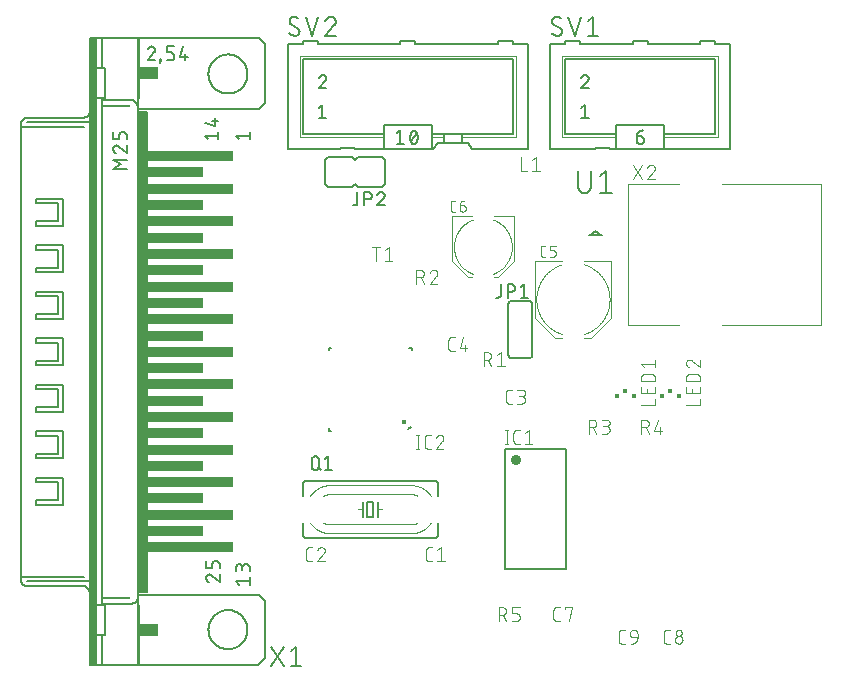
<source format=gbr>
G04 EAGLE Gerber RS-274X export*
G75*
%MOMM*%
%FSLAX34Y34*%
%LPD*%
%INSilkscreen Top*%
%IPPOS*%
%AMOC8*
5,1,8,0,0,1.08239X$1,22.5*%
G01*
%ADD10C,0.101600*%
%ADD11C,0.203200*%
%ADD12C,0.884400*%
%ADD13C,0.050800*%
%ADD14C,0.152400*%
%ADD15C,0.127000*%
%ADD16R,2.413000X0.254000*%
%ADD17R,1.651000X1.016000*%
%ADD18R,0.508000X53.086000*%
%ADD19R,0.762000X40.640000*%
%ADD20R,7.239000X0.812800*%
%ADD21R,4.699000X0.812800*%
%ADD22C,0.177800*%
%ADD23C,0.400000*%
%ADD24C,0.076200*%
%ADD25R,0.325000X0.425000*%
%ADD26R,0.350000X0.350000*%


D10*
X293436Y95758D02*
X290839Y95758D01*
X290740Y95760D01*
X290640Y95766D01*
X290541Y95775D01*
X290443Y95788D01*
X290345Y95805D01*
X290247Y95826D01*
X290151Y95851D01*
X290056Y95879D01*
X289962Y95911D01*
X289869Y95946D01*
X289777Y95985D01*
X289687Y96028D01*
X289599Y96073D01*
X289512Y96123D01*
X289428Y96175D01*
X289345Y96231D01*
X289265Y96289D01*
X289187Y96351D01*
X289112Y96416D01*
X289039Y96484D01*
X288969Y96554D01*
X288901Y96627D01*
X288836Y96702D01*
X288774Y96780D01*
X288716Y96860D01*
X288660Y96943D01*
X288608Y97027D01*
X288558Y97114D01*
X288513Y97202D01*
X288470Y97292D01*
X288431Y97384D01*
X288396Y97477D01*
X288364Y97571D01*
X288336Y97666D01*
X288311Y97762D01*
X288290Y97860D01*
X288273Y97958D01*
X288260Y98056D01*
X288251Y98155D01*
X288245Y98255D01*
X288243Y98354D01*
X288243Y104846D01*
X288245Y104945D01*
X288251Y105045D01*
X288260Y105144D01*
X288273Y105242D01*
X288290Y105340D01*
X288311Y105438D01*
X288336Y105534D01*
X288364Y105629D01*
X288396Y105723D01*
X288431Y105816D01*
X288470Y105908D01*
X288513Y105998D01*
X288558Y106086D01*
X288608Y106173D01*
X288660Y106257D01*
X288716Y106340D01*
X288774Y106420D01*
X288836Y106498D01*
X288901Y106573D01*
X288969Y106646D01*
X289039Y106716D01*
X289112Y106784D01*
X289187Y106849D01*
X289265Y106911D01*
X289345Y106969D01*
X289428Y107025D01*
X289512Y107077D01*
X289599Y107127D01*
X289687Y107172D01*
X289777Y107215D01*
X289869Y107254D01*
X289961Y107289D01*
X290056Y107321D01*
X290151Y107349D01*
X290247Y107374D01*
X290345Y107395D01*
X290443Y107412D01*
X290541Y107425D01*
X290640Y107434D01*
X290740Y107440D01*
X290839Y107442D01*
X293436Y107442D01*
X297801Y104846D02*
X301046Y107442D01*
X301046Y95758D01*
X297801Y95758D02*
X304292Y95758D01*
X191836Y95758D02*
X189239Y95758D01*
X189140Y95760D01*
X189040Y95766D01*
X188941Y95775D01*
X188843Y95788D01*
X188745Y95805D01*
X188647Y95826D01*
X188551Y95851D01*
X188456Y95879D01*
X188362Y95911D01*
X188269Y95946D01*
X188177Y95985D01*
X188087Y96028D01*
X187999Y96073D01*
X187912Y96123D01*
X187828Y96175D01*
X187745Y96231D01*
X187665Y96289D01*
X187587Y96351D01*
X187512Y96416D01*
X187439Y96484D01*
X187369Y96554D01*
X187301Y96627D01*
X187236Y96702D01*
X187174Y96780D01*
X187116Y96860D01*
X187060Y96943D01*
X187008Y97027D01*
X186958Y97114D01*
X186913Y97202D01*
X186870Y97292D01*
X186831Y97384D01*
X186796Y97477D01*
X186764Y97571D01*
X186736Y97666D01*
X186711Y97762D01*
X186690Y97860D01*
X186673Y97958D01*
X186660Y98056D01*
X186651Y98155D01*
X186645Y98255D01*
X186643Y98354D01*
X186643Y104846D01*
X186645Y104945D01*
X186651Y105045D01*
X186660Y105144D01*
X186673Y105242D01*
X186690Y105340D01*
X186711Y105438D01*
X186736Y105534D01*
X186764Y105629D01*
X186796Y105723D01*
X186831Y105816D01*
X186870Y105908D01*
X186913Y105998D01*
X186958Y106086D01*
X187008Y106173D01*
X187060Y106257D01*
X187116Y106340D01*
X187174Y106420D01*
X187236Y106498D01*
X187301Y106573D01*
X187369Y106646D01*
X187439Y106716D01*
X187512Y106784D01*
X187587Y106849D01*
X187665Y106911D01*
X187745Y106969D01*
X187828Y107025D01*
X187912Y107077D01*
X187999Y107127D01*
X188087Y107172D01*
X188177Y107215D01*
X188269Y107254D01*
X188361Y107289D01*
X188456Y107321D01*
X188551Y107349D01*
X188647Y107374D01*
X188745Y107395D01*
X188843Y107412D01*
X188941Y107425D01*
X189040Y107434D01*
X189140Y107440D01*
X189239Y107442D01*
X191836Y107442D01*
X199771Y107442D02*
X199878Y107440D01*
X199984Y107434D01*
X200090Y107424D01*
X200196Y107411D01*
X200302Y107393D01*
X200406Y107372D01*
X200510Y107347D01*
X200613Y107318D01*
X200714Y107286D01*
X200814Y107249D01*
X200913Y107209D01*
X201011Y107166D01*
X201107Y107119D01*
X201201Y107068D01*
X201293Y107014D01*
X201383Y106957D01*
X201471Y106897D01*
X201556Y106833D01*
X201639Y106766D01*
X201720Y106696D01*
X201798Y106624D01*
X201874Y106548D01*
X201946Y106470D01*
X202016Y106389D01*
X202083Y106306D01*
X202147Y106221D01*
X202207Y106133D01*
X202264Y106043D01*
X202318Y105951D01*
X202369Y105857D01*
X202416Y105761D01*
X202459Y105663D01*
X202499Y105564D01*
X202536Y105464D01*
X202568Y105363D01*
X202597Y105260D01*
X202622Y105156D01*
X202643Y105052D01*
X202661Y104946D01*
X202674Y104840D01*
X202684Y104734D01*
X202690Y104628D01*
X202692Y104521D01*
X199771Y107442D02*
X199650Y107440D01*
X199529Y107434D01*
X199409Y107424D01*
X199288Y107411D01*
X199169Y107393D01*
X199049Y107372D01*
X198931Y107347D01*
X198814Y107318D01*
X198697Y107285D01*
X198582Y107249D01*
X198468Y107208D01*
X198355Y107165D01*
X198243Y107117D01*
X198134Y107066D01*
X198026Y107011D01*
X197919Y106953D01*
X197815Y106892D01*
X197713Y106827D01*
X197613Y106759D01*
X197515Y106688D01*
X197419Y106614D01*
X197326Y106537D01*
X197236Y106456D01*
X197148Y106373D01*
X197063Y106287D01*
X196980Y106198D01*
X196901Y106107D01*
X196824Y106013D01*
X196751Y105917D01*
X196681Y105819D01*
X196614Y105718D01*
X196550Y105615D01*
X196490Y105510D01*
X196433Y105403D01*
X196379Y105295D01*
X196329Y105185D01*
X196283Y105073D01*
X196240Y104960D01*
X196201Y104845D01*
X201719Y102249D02*
X201798Y102326D01*
X201874Y102407D01*
X201947Y102490D01*
X202017Y102575D01*
X202084Y102663D01*
X202148Y102753D01*
X202208Y102845D01*
X202265Y102940D01*
X202319Y103036D01*
X202370Y103134D01*
X202417Y103234D01*
X202461Y103336D01*
X202501Y103439D01*
X202537Y103543D01*
X202569Y103649D01*
X202598Y103755D01*
X202623Y103863D01*
X202645Y103971D01*
X202662Y104081D01*
X202676Y104190D01*
X202685Y104300D01*
X202691Y104411D01*
X202693Y104521D01*
X201718Y102249D02*
X196201Y95758D01*
X202692Y95758D01*
D11*
X355000Y88700D02*
X355000Y190700D01*
X355000Y88700D02*
X407000Y88700D01*
X407000Y190700D01*
X355000Y190700D01*
D12*
X364750Y181700D03*
D10*
X356507Y194968D02*
X356507Y206652D01*
X355209Y194968D02*
X357805Y194968D01*
X357805Y206652D02*
X355209Y206652D01*
X364969Y194968D02*
X367565Y194968D01*
X364969Y194968D02*
X364870Y194970D01*
X364770Y194976D01*
X364671Y194985D01*
X364573Y194998D01*
X364475Y195015D01*
X364377Y195036D01*
X364281Y195061D01*
X364186Y195089D01*
X364092Y195121D01*
X363999Y195156D01*
X363907Y195195D01*
X363817Y195238D01*
X363729Y195283D01*
X363642Y195333D01*
X363558Y195385D01*
X363475Y195441D01*
X363395Y195499D01*
X363317Y195561D01*
X363242Y195626D01*
X363169Y195694D01*
X363099Y195764D01*
X363031Y195837D01*
X362966Y195912D01*
X362904Y195990D01*
X362846Y196070D01*
X362790Y196153D01*
X362738Y196237D01*
X362688Y196324D01*
X362643Y196412D01*
X362600Y196502D01*
X362561Y196594D01*
X362526Y196687D01*
X362494Y196781D01*
X362466Y196876D01*
X362441Y196972D01*
X362420Y197070D01*
X362403Y197168D01*
X362390Y197266D01*
X362381Y197365D01*
X362375Y197465D01*
X362373Y197564D01*
X362372Y197564D02*
X362372Y204056D01*
X362373Y204056D02*
X362375Y204155D01*
X362381Y204255D01*
X362390Y204354D01*
X362403Y204452D01*
X362420Y204550D01*
X362441Y204648D01*
X362466Y204744D01*
X362494Y204839D01*
X362526Y204933D01*
X362561Y205026D01*
X362600Y205118D01*
X362643Y205208D01*
X362688Y205296D01*
X362738Y205383D01*
X362790Y205467D01*
X362846Y205550D01*
X362904Y205630D01*
X362966Y205708D01*
X363031Y205783D01*
X363099Y205856D01*
X363169Y205926D01*
X363242Y205994D01*
X363317Y206059D01*
X363395Y206121D01*
X363475Y206179D01*
X363558Y206235D01*
X363642Y206287D01*
X363729Y206337D01*
X363817Y206382D01*
X363907Y206425D01*
X363999Y206464D01*
X364091Y206499D01*
X364186Y206531D01*
X364281Y206559D01*
X364377Y206584D01*
X364475Y206605D01*
X364573Y206622D01*
X364671Y206635D01*
X364770Y206644D01*
X364870Y206650D01*
X364969Y206652D01*
X367565Y206652D01*
X371931Y204056D02*
X375176Y206652D01*
X375176Y194968D01*
X371931Y194968D02*
X378422Y194968D01*
D13*
X207010Y160021D02*
X206516Y160015D01*
X206022Y159997D01*
X205528Y159967D01*
X205035Y159925D01*
X204544Y159871D01*
X204054Y159805D01*
X203565Y159727D01*
X203079Y159637D01*
X202595Y159535D01*
X202114Y159422D01*
X201635Y159297D01*
X201160Y159161D01*
X200688Y159012D01*
X200220Y158853D01*
X199756Y158682D01*
X199297Y158500D01*
X198841Y158307D01*
X198391Y158102D01*
X197946Y157887D01*
X197506Y157661D01*
X197072Y157424D01*
X196644Y157177D01*
X196221Y156920D01*
X195806Y156652D01*
X195396Y156375D01*
X194994Y156087D01*
X194599Y155790D01*
X194211Y155483D01*
X193831Y155167D01*
X193458Y154842D01*
X193094Y154507D01*
X192738Y154164D01*
X192390Y153813D01*
X192051Y153453D01*
X191721Y153085D01*
X191400Y152709D01*
X191088Y152325D01*
X190785Y151934D01*
X190492Y151535D01*
X190209Y151130D01*
D14*
X184150Y151130D02*
X184150Y161290D01*
D13*
X275590Y160020D02*
X276084Y160014D01*
X276578Y159996D01*
X277072Y159966D01*
X277564Y159924D01*
X278056Y159870D01*
X278546Y159804D01*
X279034Y159726D01*
X279521Y159636D01*
X280004Y159535D01*
X280486Y159421D01*
X280964Y159296D01*
X281439Y159160D01*
X281911Y159012D01*
X282379Y158852D01*
X282843Y158681D01*
X283303Y158499D01*
X283758Y158306D01*
X284209Y158102D01*
X284654Y157887D01*
X285094Y157661D01*
X285528Y157424D01*
X285956Y157177D01*
X286378Y156920D01*
X286794Y156652D01*
X287203Y156374D01*
X287606Y156087D01*
X288001Y155790D01*
X288389Y155483D01*
X288769Y155167D01*
X289141Y154841D01*
X289506Y154507D01*
X289862Y154164D01*
X290210Y153813D01*
X290549Y153453D01*
X290879Y153085D01*
X291200Y152709D01*
X291512Y152325D01*
X291815Y151934D01*
X292107Y151535D01*
X292391Y151130D01*
D14*
X298450Y151130D02*
X298450Y161290D01*
D13*
X275590Y127000D02*
X207010Y127000D01*
X207010Y119380D02*
X275590Y119380D01*
X275590Y152400D02*
X207010Y152400D01*
D14*
X186690Y115570D02*
X295910Y115570D01*
X296010Y115572D01*
X296109Y115578D01*
X296209Y115588D01*
X296307Y115601D01*
X296406Y115619D01*
X296503Y115640D01*
X296599Y115665D01*
X296695Y115694D01*
X296789Y115727D01*
X296882Y115763D01*
X296973Y115803D01*
X297063Y115847D01*
X297151Y115894D01*
X297237Y115944D01*
X297321Y115998D01*
X297403Y116055D01*
X297482Y116115D01*
X297560Y116179D01*
X297634Y116245D01*
X297706Y116314D01*
X297775Y116386D01*
X297841Y116460D01*
X297905Y116538D01*
X297965Y116617D01*
X298022Y116699D01*
X298076Y116783D01*
X298126Y116869D01*
X298173Y116957D01*
X298217Y117047D01*
X298257Y117138D01*
X298293Y117231D01*
X298326Y117325D01*
X298355Y117421D01*
X298380Y117517D01*
X298401Y117614D01*
X298419Y117713D01*
X298432Y117811D01*
X298442Y117911D01*
X298448Y118010D01*
X298450Y118110D01*
X298450Y128270D01*
D13*
X281126Y128270D02*
X280853Y128142D01*
X280577Y128020D01*
X280298Y127905D01*
X280017Y127797D01*
X279733Y127695D01*
X279447Y127600D01*
X279159Y127512D01*
X278869Y127430D01*
X278576Y127356D01*
X278283Y127289D01*
X277987Y127228D01*
X277691Y127175D01*
X277393Y127129D01*
X277094Y127089D01*
X276794Y127057D01*
X276493Y127032D01*
X276193Y127014D01*
X275891Y127004D01*
X275590Y127000D01*
X281126Y151130D02*
X280853Y151258D01*
X280577Y151380D01*
X280298Y151495D01*
X280017Y151603D01*
X279733Y151705D01*
X279447Y151800D01*
X279159Y151888D01*
X278869Y151970D01*
X278576Y152044D01*
X278283Y152111D01*
X277987Y152172D01*
X277691Y152225D01*
X277393Y152271D01*
X277094Y152311D01*
X276794Y152343D01*
X276493Y152368D01*
X276193Y152386D01*
X275891Y152396D01*
X275590Y152400D01*
X292390Y128271D02*
X292107Y127866D01*
X291814Y127467D01*
X291512Y127076D01*
X291200Y126692D01*
X290879Y126316D01*
X290549Y125948D01*
X290210Y125588D01*
X289862Y125237D01*
X289506Y124894D01*
X289141Y124559D01*
X288769Y124234D01*
X288389Y123918D01*
X288001Y123611D01*
X287606Y123314D01*
X287203Y123026D01*
X286794Y122749D01*
X286379Y122481D01*
X285956Y122224D01*
X285528Y121977D01*
X285094Y121740D01*
X284654Y121514D01*
X284209Y121299D01*
X283759Y121095D01*
X283303Y120901D01*
X282844Y120719D01*
X282380Y120548D01*
X281912Y120389D01*
X281440Y120241D01*
X280965Y120104D01*
X280486Y119979D01*
X280005Y119866D01*
X279521Y119764D01*
X279035Y119674D01*
X278547Y119596D01*
X278057Y119530D01*
X277565Y119476D01*
X277072Y119434D01*
X276579Y119404D01*
X276085Y119386D01*
X275590Y119380D01*
X207010Y119380D02*
X206516Y119386D01*
X206022Y119404D01*
X205528Y119434D01*
X205036Y119476D01*
X204544Y119530D01*
X204054Y119596D01*
X203566Y119674D01*
X203079Y119764D01*
X202596Y119865D01*
X202114Y119979D01*
X201636Y120104D01*
X201161Y120240D01*
X200689Y120388D01*
X200221Y120548D01*
X199757Y120719D01*
X199297Y120901D01*
X198842Y121094D01*
X198391Y121298D01*
X197946Y121513D01*
X197506Y121739D01*
X197072Y121976D01*
X196644Y122223D01*
X196222Y122480D01*
X195806Y122748D01*
X195397Y123026D01*
X194994Y123313D01*
X194599Y123610D01*
X194211Y123917D01*
X193831Y124233D01*
X193459Y124559D01*
X193094Y124893D01*
X192738Y125236D01*
X192390Y125587D01*
X192051Y125947D01*
X191721Y126315D01*
X191400Y126691D01*
X191088Y127075D01*
X190785Y127466D01*
X190493Y127865D01*
X190209Y128270D01*
X201474Y128270D02*
X201747Y128142D01*
X202023Y128020D01*
X202302Y127905D01*
X202583Y127797D01*
X202867Y127695D01*
X203153Y127600D01*
X203441Y127512D01*
X203731Y127430D01*
X204024Y127356D01*
X204317Y127289D01*
X204613Y127228D01*
X204909Y127175D01*
X205207Y127129D01*
X205506Y127089D01*
X205806Y127057D01*
X206107Y127032D01*
X206407Y127014D01*
X206709Y127004D01*
X207010Y127000D01*
X201474Y151130D02*
X201747Y151258D01*
X202023Y151380D01*
X202302Y151495D01*
X202583Y151603D01*
X202867Y151705D01*
X203153Y151800D01*
X203441Y151888D01*
X203731Y151970D01*
X204024Y152044D01*
X204317Y152111D01*
X204613Y152172D01*
X204909Y152225D01*
X205207Y152271D01*
X205506Y152311D01*
X205806Y152343D01*
X206107Y152368D01*
X206407Y152386D01*
X206709Y152396D01*
X207010Y152400D01*
D14*
X184150Y128270D02*
X184150Y118110D01*
X184152Y118010D01*
X184158Y117911D01*
X184168Y117811D01*
X184181Y117713D01*
X184199Y117614D01*
X184220Y117517D01*
X184245Y117421D01*
X184274Y117325D01*
X184307Y117231D01*
X184343Y117138D01*
X184383Y117047D01*
X184427Y116957D01*
X184474Y116869D01*
X184524Y116783D01*
X184578Y116699D01*
X184635Y116617D01*
X184695Y116538D01*
X184759Y116460D01*
X184825Y116386D01*
X184894Y116314D01*
X184966Y116245D01*
X185040Y116179D01*
X185118Y116115D01*
X185197Y116055D01*
X185279Y115998D01*
X185363Y115944D01*
X185449Y115894D01*
X185537Y115847D01*
X185627Y115803D01*
X185718Y115763D01*
X185811Y115727D01*
X185905Y115694D01*
X186001Y115665D01*
X186097Y115640D01*
X186194Y115619D01*
X186293Y115601D01*
X186391Y115588D01*
X186491Y115578D01*
X186590Y115572D01*
X186690Y115570D01*
D13*
X207010Y160020D02*
X275590Y160020D01*
D14*
X295910Y163830D02*
X186690Y163830D01*
X295910Y163830D02*
X296010Y163828D01*
X296109Y163822D01*
X296209Y163812D01*
X296307Y163799D01*
X296406Y163781D01*
X296503Y163760D01*
X296599Y163735D01*
X296695Y163706D01*
X296789Y163673D01*
X296882Y163637D01*
X296973Y163597D01*
X297063Y163553D01*
X297151Y163506D01*
X297237Y163456D01*
X297321Y163402D01*
X297403Y163345D01*
X297482Y163285D01*
X297560Y163221D01*
X297634Y163155D01*
X297706Y163086D01*
X297775Y163014D01*
X297841Y162940D01*
X297905Y162862D01*
X297965Y162783D01*
X298022Y162701D01*
X298076Y162617D01*
X298126Y162531D01*
X298173Y162443D01*
X298217Y162353D01*
X298257Y162262D01*
X298293Y162169D01*
X298326Y162075D01*
X298355Y161979D01*
X298380Y161883D01*
X298401Y161786D01*
X298419Y161687D01*
X298432Y161589D01*
X298442Y161489D01*
X298448Y161390D01*
X298450Y161290D01*
X186690Y163830D02*
X186590Y163828D01*
X186491Y163822D01*
X186391Y163812D01*
X186293Y163799D01*
X186194Y163781D01*
X186097Y163760D01*
X186001Y163735D01*
X185905Y163706D01*
X185811Y163673D01*
X185718Y163637D01*
X185627Y163597D01*
X185537Y163553D01*
X185449Y163506D01*
X185363Y163456D01*
X185279Y163402D01*
X185197Y163345D01*
X185118Y163285D01*
X185040Y163221D01*
X184966Y163155D01*
X184894Y163086D01*
X184825Y163014D01*
X184759Y162940D01*
X184695Y162862D01*
X184635Y162783D01*
X184578Y162701D01*
X184524Y162617D01*
X184474Y162531D01*
X184427Y162443D01*
X184383Y162353D01*
X184343Y162262D01*
X184307Y162169D01*
X184274Y162075D01*
X184245Y161979D01*
X184220Y161883D01*
X184199Y161786D01*
X184181Y161687D01*
X184168Y161589D01*
X184158Y161489D01*
X184152Y161390D01*
X184150Y161290D01*
X238760Y146050D02*
X238760Y133350D01*
X243840Y133350D01*
X243840Y146050D01*
X238760Y146050D01*
X234950Y146050D02*
X234950Y139700D01*
X234950Y133350D01*
D13*
X234950Y139700D02*
X231140Y139700D01*
D14*
X247650Y139700D02*
X247650Y146050D01*
X247650Y139700D02*
X247650Y133350D01*
D13*
X247650Y139700D02*
X251460Y139700D01*
D15*
X191389Y176276D02*
X191389Y181356D01*
X191391Y181467D01*
X191397Y181577D01*
X191406Y181688D01*
X191420Y181798D01*
X191437Y181907D01*
X191458Y182016D01*
X191483Y182124D01*
X191512Y182231D01*
X191544Y182337D01*
X191580Y182442D01*
X191620Y182545D01*
X191663Y182647D01*
X191710Y182748D01*
X191761Y182847D01*
X191814Y182944D01*
X191871Y183038D01*
X191932Y183131D01*
X191995Y183222D01*
X192062Y183311D01*
X192132Y183397D01*
X192205Y183480D01*
X192280Y183562D01*
X192358Y183640D01*
X192440Y183715D01*
X192523Y183788D01*
X192609Y183858D01*
X192698Y183925D01*
X192789Y183988D01*
X192882Y184049D01*
X192977Y184106D01*
X193073Y184159D01*
X193172Y184210D01*
X193273Y184257D01*
X193375Y184300D01*
X193478Y184340D01*
X193583Y184376D01*
X193689Y184408D01*
X193796Y184437D01*
X193904Y184462D01*
X194013Y184483D01*
X194122Y184500D01*
X194232Y184514D01*
X194343Y184523D01*
X194453Y184529D01*
X194564Y184531D01*
X194675Y184529D01*
X194785Y184523D01*
X194896Y184514D01*
X195006Y184500D01*
X195115Y184483D01*
X195224Y184462D01*
X195332Y184437D01*
X195439Y184408D01*
X195545Y184376D01*
X195650Y184340D01*
X195753Y184300D01*
X195855Y184257D01*
X195956Y184210D01*
X196055Y184159D01*
X196152Y184106D01*
X196246Y184049D01*
X196339Y183988D01*
X196430Y183925D01*
X196519Y183858D01*
X196605Y183788D01*
X196688Y183715D01*
X196770Y183640D01*
X196848Y183562D01*
X196923Y183480D01*
X196996Y183397D01*
X197066Y183311D01*
X197133Y183222D01*
X197196Y183131D01*
X197257Y183038D01*
X197314Y182944D01*
X197367Y182847D01*
X197418Y182748D01*
X197465Y182647D01*
X197508Y182545D01*
X197548Y182442D01*
X197584Y182337D01*
X197616Y182231D01*
X197645Y182124D01*
X197670Y182016D01*
X197691Y181907D01*
X197708Y181798D01*
X197722Y181688D01*
X197731Y181577D01*
X197737Y181467D01*
X197739Y181356D01*
X197739Y176276D01*
X197737Y176165D01*
X197731Y176055D01*
X197722Y175944D01*
X197708Y175834D01*
X197691Y175725D01*
X197670Y175616D01*
X197645Y175508D01*
X197616Y175401D01*
X197584Y175295D01*
X197548Y175190D01*
X197508Y175087D01*
X197465Y174985D01*
X197418Y174884D01*
X197367Y174785D01*
X197314Y174688D01*
X197257Y174594D01*
X197196Y174501D01*
X197133Y174410D01*
X197066Y174321D01*
X196996Y174235D01*
X196923Y174152D01*
X196848Y174070D01*
X196770Y173992D01*
X196688Y173917D01*
X196605Y173844D01*
X196519Y173774D01*
X196430Y173707D01*
X196339Y173644D01*
X196246Y173583D01*
X196151Y173526D01*
X196055Y173473D01*
X195956Y173422D01*
X195855Y173375D01*
X195753Y173332D01*
X195650Y173292D01*
X195545Y173256D01*
X195439Y173224D01*
X195332Y173195D01*
X195224Y173170D01*
X195115Y173149D01*
X195006Y173132D01*
X194896Y173118D01*
X194785Y173109D01*
X194675Y173103D01*
X194564Y173101D01*
X194453Y173103D01*
X194343Y173109D01*
X194232Y173118D01*
X194122Y173132D01*
X194013Y173149D01*
X193904Y173170D01*
X193796Y173195D01*
X193689Y173224D01*
X193583Y173256D01*
X193478Y173292D01*
X193375Y173332D01*
X193273Y173375D01*
X193172Y173422D01*
X193073Y173473D01*
X192977Y173526D01*
X192882Y173583D01*
X192789Y173644D01*
X192698Y173707D01*
X192609Y173774D01*
X192523Y173844D01*
X192440Y173917D01*
X192358Y173992D01*
X192280Y174070D01*
X192205Y174152D01*
X192132Y174235D01*
X192062Y174321D01*
X191995Y174410D01*
X191932Y174501D01*
X191871Y174594D01*
X191814Y174689D01*
X191761Y174785D01*
X191710Y174884D01*
X191663Y174985D01*
X191620Y175087D01*
X191580Y175190D01*
X191544Y175295D01*
X191512Y175401D01*
X191483Y175508D01*
X191458Y175616D01*
X191437Y175725D01*
X191420Y175834D01*
X191406Y175944D01*
X191397Y176055D01*
X191391Y176165D01*
X191389Y176276D01*
X196469Y175641D02*
X199009Y173101D01*
X202450Y181991D02*
X205625Y184531D01*
X205625Y173101D01*
X202450Y173101D02*
X208800Y173101D01*
D14*
X-54610Y82550D02*
X-54610Y80010D01*
X-54608Y79870D01*
X-54602Y79730D01*
X-54593Y79590D01*
X-54579Y79451D01*
X-54562Y79312D01*
X-54541Y79174D01*
X-54516Y79036D01*
X-54487Y78899D01*
X-54455Y78763D01*
X-54418Y78628D01*
X-54378Y78494D01*
X-54335Y78361D01*
X-54287Y78229D01*
X-54237Y78098D01*
X-54182Y77969D01*
X-54124Y77842D01*
X-54063Y77716D01*
X-53998Y77592D01*
X-53929Y77470D01*
X-53858Y77350D01*
X-53783Y77232D01*
X-53705Y77115D01*
X-53623Y77001D01*
X-53539Y76890D01*
X-53451Y76781D01*
X-53361Y76674D01*
X-53267Y76569D01*
X-53171Y76468D01*
X-53072Y76369D01*
X-52971Y76273D01*
X-52866Y76179D01*
X-52759Y76089D01*
X-52650Y76001D01*
X-52539Y75917D01*
X-52425Y75835D01*
X-52308Y75757D01*
X-52190Y75682D01*
X-52070Y75611D01*
X-51948Y75542D01*
X-51824Y75477D01*
X-51698Y75416D01*
X-51571Y75358D01*
X-51442Y75303D01*
X-51311Y75253D01*
X-51179Y75205D01*
X-51046Y75162D01*
X-50912Y75122D01*
X-50777Y75085D01*
X-50641Y75053D01*
X-50504Y75024D01*
X-50366Y74999D01*
X-50228Y74978D01*
X-50089Y74961D01*
X-49950Y74947D01*
X-49810Y74938D01*
X-49670Y74932D01*
X-49530Y74930D01*
X-54610Y466090D02*
X-54608Y466230D01*
X-54602Y466370D01*
X-54593Y466510D01*
X-54579Y466649D01*
X-54562Y466788D01*
X-54541Y466926D01*
X-54516Y467064D01*
X-54487Y467201D01*
X-54455Y467337D01*
X-54418Y467472D01*
X-54378Y467606D01*
X-54335Y467739D01*
X-54287Y467871D01*
X-54237Y468002D01*
X-54182Y468131D01*
X-54124Y468258D01*
X-54063Y468384D01*
X-53998Y468508D01*
X-53929Y468630D01*
X-53858Y468750D01*
X-53783Y468868D01*
X-53705Y468985D01*
X-53623Y469099D01*
X-53539Y469210D01*
X-53451Y469319D01*
X-53361Y469426D01*
X-53267Y469531D01*
X-53171Y469632D01*
X-53072Y469731D01*
X-52971Y469827D01*
X-52866Y469921D01*
X-52759Y470011D01*
X-52650Y470099D01*
X-52539Y470183D01*
X-52425Y470265D01*
X-52308Y470343D01*
X-52190Y470418D01*
X-52070Y470489D01*
X-51948Y470558D01*
X-51824Y470623D01*
X-51698Y470684D01*
X-51571Y470742D01*
X-51442Y470797D01*
X-51311Y470847D01*
X-51179Y470895D01*
X-51046Y470938D01*
X-50912Y470978D01*
X-50777Y471015D01*
X-50641Y471047D01*
X-50504Y471076D01*
X-50366Y471101D01*
X-50228Y471122D01*
X-50089Y471139D01*
X-49950Y471153D01*
X-49810Y471162D01*
X-49670Y471168D01*
X-49530Y471170D01*
X-49530Y78740D02*
X3810Y78740D01*
X3810Y467360D01*
X-49530Y467360D01*
X44450Y58420D02*
X44450Y7620D01*
X13970Y7620D01*
X44450Y7620D02*
X45720Y7620D01*
X13970Y7620D02*
X13970Y33020D01*
X13970Y7620D02*
X8890Y7620D01*
X3810Y7620D01*
X3810Y538480D02*
X8890Y538480D01*
X13970Y538480D01*
X44450Y538480D01*
X45720Y538480D01*
X16510Y58420D02*
X16510Y33020D01*
X8890Y33020D02*
X8890Y7620D01*
X8890Y33020D02*
X8890Y58420D01*
X8890Y33020D02*
X13970Y33020D01*
X16510Y33020D01*
X16510Y58420D02*
X13970Y58420D01*
X8890Y58420D01*
X45720Y58420D02*
X45720Y7620D01*
X45720Y58420D02*
X44450Y58420D01*
X13970Y58420D02*
X13970Y59690D01*
X13970Y486410D01*
X44450Y66040D02*
X44448Y65882D01*
X44442Y65723D01*
X44432Y65565D01*
X44418Y65408D01*
X44401Y65250D01*
X44379Y65094D01*
X44354Y64937D01*
X44324Y64782D01*
X44291Y64627D01*
X44254Y64473D01*
X44213Y64320D01*
X44168Y64168D01*
X44119Y64018D01*
X44067Y63868D01*
X44011Y63720D01*
X43951Y63573D01*
X43888Y63428D01*
X43821Y63285D01*
X43751Y63143D01*
X43677Y63003D01*
X43599Y62865D01*
X43518Y62729D01*
X43434Y62595D01*
X43347Y62463D01*
X43256Y62333D01*
X43162Y62206D01*
X43065Y62081D01*
X42964Y61958D01*
X42861Y61838D01*
X42755Y61721D01*
X42646Y61606D01*
X42534Y61494D01*
X42419Y61385D01*
X42302Y61279D01*
X42182Y61176D01*
X42059Y61075D01*
X41934Y60978D01*
X41807Y60884D01*
X41677Y60793D01*
X41545Y60706D01*
X41411Y60622D01*
X41275Y60541D01*
X41137Y60463D01*
X40997Y60389D01*
X40855Y60319D01*
X40712Y60252D01*
X40567Y60189D01*
X40420Y60129D01*
X40272Y60073D01*
X40122Y60021D01*
X39972Y59972D01*
X39820Y59927D01*
X39667Y59886D01*
X39513Y59849D01*
X39358Y59816D01*
X39203Y59786D01*
X39046Y59761D01*
X38890Y59739D01*
X38732Y59722D01*
X38575Y59708D01*
X38417Y59698D01*
X38258Y59692D01*
X38100Y59690D01*
X44450Y58420D02*
X44450Y67310D01*
X44450Y69850D01*
X38100Y59690D02*
X13970Y59690D01*
X44450Y69850D02*
X52070Y69850D01*
X44450Y69850D02*
X44450Y476250D01*
X52070Y476250D02*
X52070Y69850D01*
X52070Y476250D02*
X44450Y476250D01*
X44450Y478790D01*
X44450Y487680D01*
X45720Y487680D02*
X45720Y538480D01*
X13970Y513080D02*
X8890Y513080D01*
X13970Y513080D02*
X13970Y538480D01*
X8890Y538480D02*
X8890Y513080D01*
X16510Y513080D02*
X16510Y487680D01*
X16510Y513080D02*
X13970Y513080D01*
X8890Y487680D02*
X8890Y58420D01*
X8890Y487680D02*
X8890Y513080D01*
X13970Y487680D02*
X16510Y487680D01*
X13970Y487680D02*
X8890Y487680D01*
X13970Y486410D02*
X38100Y486410D01*
X13970Y486410D02*
X13970Y487680D01*
X38100Y486410D02*
X38258Y486408D01*
X38417Y486402D01*
X38575Y486392D01*
X38732Y486378D01*
X38890Y486361D01*
X39046Y486339D01*
X39203Y486314D01*
X39358Y486284D01*
X39513Y486251D01*
X39667Y486214D01*
X39820Y486173D01*
X39972Y486128D01*
X40122Y486079D01*
X40272Y486027D01*
X40420Y485971D01*
X40567Y485911D01*
X40712Y485848D01*
X40855Y485781D01*
X40997Y485711D01*
X41137Y485637D01*
X41275Y485559D01*
X41411Y485478D01*
X41545Y485394D01*
X41677Y485307D01*
X41807Y485216D01*
X41934Y485122D01*
X42059Y485025D01*
X42182Y484924D01*
X42302Y484821D01*
X42419Y484715D01*
X42534Y484606D01*
X42646Y484494D01*
X42755Y484379D01*
X42861Y484262D01*
X42964Y484142D01*
X43065Y484019D01*
X43162Y483894D01*
X43256Y483767D01*
X43347Y483637D01*
X43434Y483505D01*
X43518Y483371D01*
X43599Y483235D01*
X43677Y483097D01*
X43751Y482957D01*
X43821Y482815D01*
X43888Y482672D01*
X43951Y482527D01*
X44011Y482380D01*
X44067Y482232D01*
X44119Y482082D01*
X44168Y481932D01*
X44213Y481780D01*
X44254Y481627D01*
X44291Y481473D01*
X44324Y481318D01*
X44354Y481163D01*
X44379Y481006D01*
X44401Y480850D01*
X44418Y480692D01*
X44432Y480535D01*
X44442Y480377D01*
X44448Y480218D01*
X44450Y480060D01*
X152400Y13970D02*
X146050Y7620D01*
X45720Y7620D01*
X152400Y13970D02*
X152400Y62230D01*
X147320Y67310D01*
X44450Y67310D01*
X44450Y478790D02*
X147320Y478790D01*
X152400Y483870D01*
X152400Y533400D01*
X147320Y538480D01*
X45720Y538480D01*
X-19050Y323850D02*
X-19050Y300990D01*
X-41910Y300990D01*
X-41910Y304800D01*
X-22860Y304800D01*
X-22860Y320040D01*
X-41910Y320040D01*
X-41910Y323850D01*
X-19050Y323850D01*
X-19050Y284480D02*
X-19050Y261620D01*
X-41910Y261620D01*
X-41910Y265430D01*
X-22860Y265430D01*
X-22860Y280670D01*
X-41910Y280670D01*
X-41910Y284480D01*
X-19050Y284480D01*
X-19050Y245110D02*
X-19050Y222250D01*
X-41910Y222250D01*
X-41910Y226060D01*
X-22860Y226060D01*
X-22860Y241300D01*
X-41910Y241300D01*
X-41910Y245110D01*
X-19050Y245110D01*
X44450Y487680D02*
X45720Y487680D01*
X44450Y487680D02*
X44450Y538480D01*
X3810Y538480D02*
X3810Y467360D01*
X-2540Y471170D02*
X-49530Y471170D01*
X-2540Y471170D02*
X-2382Y471172D01*
X-2223Y471178D01*
X-2065Y471188D01*
X-1908Y471202D01*
X-1750Y471219D01*
X-1594Y471241D01*
X-1437Y471266D01*
X-1282Y471296D01*
X-1127Y471329D01*
X-973Y471366D01*
X-820Y471407D01*
X-668Y471452D01*
X-518Y471501D01*
X-368Y471553D01*
X-220Y471609D01*
X-73Y471669D01*
X72Y471732D01*
X215Y471799D01*
X357Y471869D01*
X497Y471943D01*
X635Y472021D01*
X771Y472102D01*
X905Y472186D01*
X1037Y472273D01*
X1167Y472364D01*
X1294Y472458D01*
X1419Y472555D01*
X1542Y472656D01*
X1662Y472759D01*
X1779Y472865D01*
X1894Y472974D01*
X2006Y473086D01*
X2115Y473201D01*
X2221Y473318D01*
X2324Y473438D01*
X2425Y473561D01*
X2522Y473686D01*
X2616Y473813D01*
X2707Y473943D01*
X2794Y474075D01*
X2878Y474209D01*
X2959Y474345D01*
X3037Y474483D01*
X3111Y474623D01*
X3181Y474765D01*
X3248Y474908D01*
X3311Y475053D01*
X3371Y475200D01*
X3427Y475348D01*
X3479Y475498D01*
X3528Y475648D01*
X3573Y475800D01*
X3614Y475953D01*
X3651Y476107D01*
X3684Y476262D01*
X3714Y476417D01*
X3739Y476574D01*
X3761Y476730D01*
X3778Y476888D01*
X3792Y477045D01*
X3802Y477203D01*
X3808Y477362D01*
X3810Y477520D01*
X3810Y78740D02*
X3810Y7620D01*
X-2540Y74930D02*
X-49530Y74930D01*
X-2540Y74930D02*
X-2382Y74928D01*
X-2223Y74922D01*
X-2065Y74912D01*
X-1908Y74898D01*
X-1750Y74881D01*
X-1594Y74859D01*
X-1437Y74834D01*
X-1282Y74804D01*
X-1127Y74771D01*
X-973Y74734D01*
X-820Y74693D01*
X-668Y74648D01*
X-518Y74599D01*
X-368Y74547D01*
X-220Y74491D01*
X-73Y74431D01*
X72Y74368D01*
X215Y74301D01*
X357Y74231D01*
X497Y74157D01*
X635Y74079D01*
X771Y73998D01*
X905Y73914D01*
X1037Y73827D01*
X1167Y73736D01*
X1294Y73642D01*
X1419Y73545D01*
X1542Y73444D01*
X1662Y73341D01*
X1779Y73235D01*
X1894Y73126D01*
X2006Y73014D01*
X2115Y72899D01*
X2221Y72782D01*
X2324Y72662D01*
X2425Y72539D01*
X2522Y72414D01*
X2616Y72287D01*
X2707Y72157D01*
X2794Y72025D01*
X2878Y71891D01*
X2959Y71755D01*
X3037Y71617D01*
X3111Y71477D01*
X3181Y71335D01*
X3248Y71192D01*
X3311Y71047D01*
X3371Y70900D01*
X3427Y70752D01*
X3479Y70602D01*
X3528Y70452D01*
X3573Y70300D01*
X3614Y70147D01*
X3651Y69993D01*
X3684Y69838D01*
X3714Y69683D01*
X3739Y69526D01*
X3761Y69370D01*
X3778Y69212D01*
X3792Y69055D01*
X3802Y68897D01*
X3808Y68738D01*
X3810Y68580D01*
X-19050Y340360D02*
X-19050Y363220D01*
X-19050Y340360D02*
X-41910Y340360D01*
X-41910Y344170D01*
X-22860Y344170D01*
X-22860Y359410D01*
X-41910Y359410D01*
X-41910Y363220D01*
X-19050Y363220D01*
X-19050Y205740D02*
X-19050Y182880D01*
X-41910Y182880D01*
X-41910Y186690D01*
X-22860Y186690D01*
X-22860Y201930D01*
X-41910Y201930D01*
X-41910Y205740D01*
X-19050Y205740D01*
X-19050Y379730D02*
X-19050Y402590D01*
X-19050Y379730D02*
X-41910Y379730D01*
X-41910Y383540D01*
X-22860Y383540D01*
X-22860Y398780D01*
X-41910Y398780D01*
X-41910Y402590D01*
X-19050Y402590D01*
X-19050Y166370D02*
X-19050Y143510D01*
X-41910Y143510D01*
X-41910Y147320D01*
X-22860Y147320D01*
X-22860Y162560D01*
X-41910Y162560D01*
X-41910Y166370D01*
X-19050Y166370D01*
X-1270Y463550D02*
X-54610Y463550D01*
X-54610Y466090D01*
X-54610Y82550D02*
X-1270Y82550D01*
X-54610Y82550D02*
X-54610Y463550D01*
X104140Y37846D02*
X104145Y38251D01*
X104160Y38656D01*
X104185Y39061D01*
X104220Y39464D01*
X104264Y39867D01*
X104319Y40269D01*
X104383Y40669D01*
X104457Y41067D01*
X104541Y41463D01*
X104635Y41858D01*
X104738Y42249D01*
X104851Y42639D01*
X104973Y43025D01*
X105105Y43408D01*
X105246Y43788D01*
X105397Y44164D01*
X105556Y44537D01*
X105725Y44905D01*
X105903Y45269D01*
X106089Y45629D01*
X106285Y45984D01*
X106489Y46334D01*
X106701Y46679D01*
X106922Y47018D01*
X107152Y47353D01*
X107389Y47681D01*
X107634Y48003D01*
X107888Y48320D01*
X108148Y48630D01*
X108417Y48933D01*
X108693Y49230D01*
X108976Y49520D01*
X109266Y49803D01*
X109563Y50079D01*
X109866Y50348D01*
X110176Y50608D01*
X110493Y50862D01*
X110815Y51107D01*
X111143Y51344D01*
X111478Y51574D01*
X111817Y51795D01*
X112162Y52007D01*
X112512Y52211D01*
X112867Y52407D01*
X113227Y52593D01*
X113591Y52771D01*
X113959Y52940D01*
X114332Y53099D01*
X114708Y53250D01*
X115088Y53391D01*
X115471Y53523D01*
X115857Y53645D01*
X116247Y53758D01*
X116638Y53861D01*
X117033Y53955D01*
X117429Y54039D01*
X117827Y54113D01*
X118227Y54177D01*
X118629Y54232D01*
X119032Y54276D01*
X119435Y54311D01*
X119840Y54336D01*
X120245Y54351D01*
X120650Y54356D01*
X121055Y54351D01*
X121460Y54336D01*
X121865Y54311D01*
X122268Y54276D01*
X122671Y54232D01*
X123073Y54177D01*
X123473Y54113D01*
X123871Y54039D01*
X124267Y53955D01*
X124662Y53861D01*
X125053Y53758D01*
X125443Y53645D01*
X125829Y53523D01*
X126212Y53391D01*
X126592Y53250D01*
X126968Y53099D01*
X127341Y52940D01*
X127709Y52771D01*
X128073Y52593D01*
X128433Y52407D01*
X128788Y52211D01*
X129138Y52007D01*
X129483Y51795D01*
X129822Y51574D01*
X130157Y51344D01*
X130485Y51107D01*
X130807Y50862D01*
X131124Y50608D01*
X131434Y50348D01*
X131737Y50079D01*
X132034Y49803D01*
X132324Y49520D01*
X132607Y49230D01*
X132883Y48933D01*
X133152Y48630D01*
X133412Y48320D01*
X133666Y48003D01*
X133911Y47681D01*
X134148Y47353D01*
X134378Y47018D01*
X134599Y46679D01*
X134811Y46334D01*
X135015Y45984D01*
X135211Y45629D01*
X135397Y45269D01*
X135575Y44905D01*
X135744Y44537D01*
X135903Y44164D01*
X136054Y43788D01*
X136195Y43408D01*
X136327Y43025D01*
X136449Y42639D01*
X136562Y42249D01*
X136665Y41858D01*
X136759Y41463D01*
X136843Y41067D01*
X136917Y40669D01*
X136981Y40269D01*
X137036Y39867D01*
X137080Y39464D01*
X137115Y39061D01*
X137140Y38656D01*
X137155Y38251D01*
X137160Y37846D01*
X137155Y37441D01*
X137140Y37036D01*
X137115Y36631D01*
X137080Y36228D01*
X137036Y35825D01*
X136981Y35423D01*
X136917Y35023D01*
X136843Y34625D01*
X136759Y34229D01*
X136665Y33834D01*
X136562Y33443D01*
X136449Y33053D01*
X136327Y32667D01*
X136195Y32284D01*
X136054Y31904D01*
X135903Y31528D01*
X135744Y31155D01*
X135575Y30787D01*
X135397Y30423D01*
X135211Y30063D01*
X135015Y29708D01*
X134811Y29358D01*
X134599Y29013D01*
X134378Y28674D01*
X134148Y28339D01*
X133911Y28011D01*
X133666Y27689D01*
X133412Y27372D01*
X133152Y27062D01*
X132883Y26759D01*
X132607Y26462D01*
X132324Y26172D01*
X132034Y25889D01*
X131737Y25613D01*
X131434Y25344D01*
X131124Y25084D01*
X130807Y24830D01*
X130485Y24585D01*
X130157Y24348D01*
X129822Y24118D01*
X129483Y23897D01*
X129138Y23685D01*
X128788Y23481D01*
X128433Y23285D01*
X128073Y23099D01*
X127709Y22921D01*
X127341Y22752D01*
X126968Y22593D01*
X126592Y22442D01*
X126212Y22301D01*
X125829Y22169D01*
X125443Y22047D01*
X125053Y21934D01*
X124662Y21831D01*
X124267Y21737D01*
X123871Y21653D01*
X123473Y21579D01*
X123073Y21515D01*
X122671Y21460D01*
X122268Y21416D01*
X121865Y21381D01*
X121460Y21356D01*
X121055Y21341D01*
X120650Y21336D01*
X120245Y21341D01*
X119840Y21356D01*
X119435Y21381D01*
X119032Y21416D01*
X118629Y21460D01*
X118227Y21515D01*
X117827Y21579D01*
X117429Y21653D01*
X117033Y21737D01*
X116638Y21831D01*
X116247Y21934D01*
X115857Y22047D01*
X115471Y22169D01*
X115088Y22301D01*
X114708Y22442D01*
X114332Y22593D01*
X113959Y22752D01*
X113591Y22921D01*
X113227Y23099D01*
X112867Y23285D01*
X112512Y23481D01*
X112162Y23685D01*
X111817Y23897D01*
X111478Y24118D01*
X111143Y24348D01*
X110815Y24585D01*
X110493Y24830D01*
X110176Y25084D01*
X109866Y25344D01*
X109563Y25613D01*
X109266Y25889D01*
X108976Y26172D01*
X108693Y26462D01*
X108417Y26759D01*
X108148Y27062D01*
X107888Y27372D01*
X107634Y27689D01*
X107389Y28011D01*
X107152Y28339D01*
X106922Y28674D01*
X106701Y29013D01*
X106489Y29358D01*
X106285Y29708D01*
X106089Y30063D01*
X105903Y30423D01*
X105725Y30787D01*
X105556Y31155D01*
X105397Y31528D01*
X105246Y31904D01*
X105105Y32284D01*
X104973Y32667D01*
X104851Y33053D01*
X104738Y33443D01*
X104635Y33834D01*
X104541Y34229D01*
X104457Y34625D01*
X104383Y35023D01*
X104319Y35423D01*
X104264Y35825D01*
X104220Y36228D01*
X104185Y36631D01*
X104160Y37036D01*
X104145Y37441D01*
X104140Y37846D01*
X104140Y508254D02*
X104145Y508659D01*
X104160Y509064D01*
X104185Y509469D01*
X104220Y509872D01*
X104264Y510275D01*
X104319Y510677D01*
X104383Y511077D01*
X104457Y511475D01*
X104541Y511871D01*
X104635Y512266D01*
X104738Y512657D01*
X104851Y513047D01*
X104973Y513433D01*
X105105Y513816D01*
X105246Y514196D01*
X105397Y514572D01*
X105556Y514945D01*
X105725Y515313D01*
X105903Y515677D01*
X106089Y516037D01*
X106285Y516392D01*
X106489Y516742D01*
X106701Y517087D01*
X106922Y517426D01*
X107152Y517761D01*
X107389Y518089D01*
X107634Y518411D01*
X107888Y518728D01*
X108148Y519038D01*
X108417Y519341D01*
X108693Y519638D01*
X108976Y519928D01*
X109266Y520211D01*
X109563Y520487D01*
X109866Y520756D01*
X110176Y521016D01*
X110493Y521270D01*
X110815Y521515D01*
X111143Y521752D01*
X111478Y521982D01*
X111817Y522203D01*
X112162Y522415D01*
X112512Y522619D01*
X112867Y522815D01*
X113227Y523001D01*
X113591Y523179D01*
X113959Y523348D01*
X114332Y523507D01*
X114708Y523658D01*
X115088Y523799D01*
X115471Y523931D01*
X115857Y524053D01*
X116247Y524166D01*
X116638Y524269D01*
X117033Y524363D01*
X117429Y524447D01*
X117827Y524521D01*
X118227Y524585D01*
X118629Y524640D01*
X119032Y524684D01*
X119435Y524719D01*
X119840Y524744D01*
X120245Y524759D01*
X120650Y524764D01*
X121055Y524759D01*
X121460Y524744D01*
X121865Y524719D01*
X122268Y524684D01*
X122671Y524640D01*
X123073Y524585D01*
X123473Y524521D01*
X123871Y524447D01*
X124267Y524363D01*
X124662Y524269D01*
X125053Y524166D01*
X125443Y524053D01*
X125829Y523931D01*
X126212Y523799D01*
X126592Y523658D01*
X126968Y523507D01*
X127341Y523348D01*
X127709Y523179D01*
X128073Y523001D01*
X128433Y522815D01*
X128788Y522619D01*
X129138Y522415D01*
X129483Y522203D01*
X129822Y521982D01*
X130157Y521752D01*
X130485Y521515D01*
X130807Y521270D01*
X131124Y521016D01*
X131434Y520756D01*
X131737Y520487D01*
X132034Y520211D01*
X132324Y519928D01*
X132607Y519638D01*
X132883Y519341D01*
X133152Y519038D01*
X133412Y518728D01*
X133666Y518411D01*
X133911Y518089D01*
X134148Y517761D01*
X134378Y517426D01*
X134599Y517087D01*
X134811Y516742D01*
X135015Y516392D01*
X135211Y516037D01*
X135397Y515677D01*
X135575Y515313D01*
X135744Y514945D01*
X135903Y514572D01*
X136054Y514196D01*
X136195Y513816D01*
X136327Y513433D01*
X136449Y513047D01*
X136562Y512657D01*
X136665Y512266D01*
X136759Y511871D01*
X136843Y511475D01*
X136917Y511077D01*
X136981Y510677D01*
X137036Y510275D01*
X137080Y509872D01*
X137115Y509469D01*
X137140Y509064D01*
X137155Y508659D01*
X137160Y508254D01*
X137155Y507849D01*
X137140Y507444D01*
X137115Y507039D01*
X137080Y506636D01*
X137036Y506233D01*
X136981Y505831D01*
X136917Y505431D01*
X136843Y505033D01*
X136759Y504637D01*
X136665Y504242D01*
X136562Y503851D01*
X136449Y503461D01*
X136327Y503075D01*
X136195Y502692D01*
X136054Y502312D01*
X135903Y501936D01*
X135744Y501563D01*
X135575Y501195D01*
X135397Y500831D01*
X135211Y500471D01*
X135015Y500116D01*
X134811Y499766D01*
X134599Y499421D01*
X134378Y499082D01*
X134148Y498747D01*
X133911Y498419D01*
X133666Y498097D01*
X133412Y497780D01*
X133152Y497470D01*
X132883Y497167D01*
X132607Y496870D01*
X132324Y496580D01*
X132034Y496297D01*
X131737Y496021D01*
X131434Y495752D01*
X131124Y495492D01*
X130807Y495238D01*
X130485Y494993D01*
X130157Y494756D01*
X129822Y494526D01*
X129483Y494305D01*
X129138Y494093D01*
X128788Y493889D01*
X128433Y493693D01*
X128073Y493507D01*
X127709Y493329D01*
X127341Y493160D01*
X126968Y493001D01*
X126592Y492850D01*
X126212Y492709D01*
X125829Y492577D01*
X125443Y492455D01*
X125053Y492342D01*
X124662Y492239D01*
X124267Y492145D01*
X123871Y492061D01*
X123473Y491987D01*
X123073Y491923D01*
X122671Y491868D01*
X122268Y491824D01*
X121865Y491789D01*
X121460Y491764D01*
X121055Y491749D01*
X120650Y491744D01*
X120245Y491749D01*
X119840Y491764D01*
X119435Y491789D01*
X119032Y491824D01*
X118629Y491868D01*
X118227Y491923D01*
X117827Y491987D01*
X117429Y492061D01*
X117033Y492145D01*
X116638Y492239D01*
X116247Y492342D01*
X115857Y492455D01*
X115471Y492577D01*
X115088Y492709D01*
X114708Y492850D01*
X114332Y493001D01*
X113959Y493160D01*
X113591Y493329D01*
X113227Y493507D01*
X112867Y493693D01*
X112512Y493889D01*
X112162Y494093D01*
X111817Y494305D01*
X111478Y494526D01*
X111143Y494756D01*
X110815Y494993D01*
X110493Y495238D01*
X110176Y495492D01*
X109866Y495752D01*
X109563Y496021D01*
X109266Y496297D01*
X108976Y496580D01*
X108693Y496870D01*
X108417Y497167D01*
X108148Y497470D01*
X107888Y497780D01*
X107634Y498097D01*
X107389Y498419D01*
X107152Y498747D01*
X106922Y499082D01*
X106701Y499421D01*
X106489Y499766D01*
X106285Y500116D01*
X106089Y500471D01*
X105903Y500831D01*
X105725Y501195D01*
X105556Y501563D01*
X105397Y501936D01*
X105246Y502312D01*
X105105Y502692D01*
X104973Y503075D01*
X104851Y503461D01*
X104738Y503851D01*
X104635Y504242D01*
X104541Y504637D01*
X104457Y505033D01*
X104383Y505431D01*
X104319Y505831D01*
X104264Y506233D01*
X104220Y506636D01*
X104185Y507039D01*
X104160Y507444D01*
X104145Y507849D01*
X104140Y508254D01*
D15*
X127635Y455930D02*
X130175Y452755D01*
X127635Y455930D02*
X139065Y455930D01*
X139065Y452755D02*
X139065Y459105D01*
X127635Y78740D02*
X130175Y75565D01*
X127635Y78740D02*
X139065Y78740D01*
X139065Y75565D02*
X139065Y81915D01*
X139065Y86995D02*
X139065Y90170D01*
X139063Y90281D01*
X139057Y90391D01*
X139048Y90502D01*
X139034Y90612D01*
X139017Y90721D01*
X138996Y90830D01*
X138971Y90938D01*
X138942Y91045D01*
X138910Y91151D01*
X138874Y91256D01*
X138834Y91359D01*
X138791Y91461D01*
X138744Y91562D01*
X138693Y91661D01*
X138640Y91758D01*
X138583Y91852D01*
X138522Y91945D01*
X138459Y92036D01*
X138392Y92125D01*
X138322Y92211D01*
X138249Y92294D01*
X138174Y92376D01*
X138096Y92454D01*
X138014Y92529D01*
X137931Y92602D01*
X137845Y92672D01*
X137756Y92739D01*
X137665Y92802D01*
X137572Y92863D01*
X137478Y92920D01*
X137381Y92973D01*
X137282Y93024D01*
X137181Y93071D01*
X137079Y93114D01*
X136976Y93154D01*
X136871Y93190D01*
X136765Y93222D01*
X136658Y93251D01*
X136550Y93276D01*
X136441Y93297D01*
X136332Y93314D01*
X136222Y93328D01*
X136111Y93337D01*
X136001Y93343D01*
X135890Y93345D01*
X135779Y93343D01*
X135669Y93337D01*
X135558Y93328D01*
X135448Y93314D01*
X135339Y93297D01*
X135230Y93276D01*
X135122Y93251D01*
X135015Y93222D01*
X134909Y93190D01*
X134804Y93154D01*
X134701Y93114D01*
X134599Y93071D01*
X134498Y93024D01*
X134399Y92973D01*
X134303Y92920D01*
X134208Y92863D01*
X134115Y92802D01*
X134024Y92739D01*
X133935Y92672D01*
X133849Y92602D01*
X133766Y92529D01*
X133684Y92454D01*
X133606Y92376D01*
X133531Y92294D01*
X133458Y92211D01*
X133388Y92125D01*
X133321Y92036D01*
X133258Y91945D01*
X133197Y91852D01*
X133140Y91757D01*
X133087Y91661D01*
X133036Y91562D01*
X132989Y91461D01*
X132946Y91359D01*
X132906Y91256D01*
X132870Y91151D01*
X132838Y91045D01*
X132809Y90938D01*
X132784Y90830D01*
X132763Y90721D01*
X132746Y90612D01*
X132732Y90502D01*
X132723Y90391D01*
X132717Y90281D01*
X132715Y90170D01*
X127635Y90805D02*
X127635Y86995D01*
X127635Y90805D02*
X127637Y90905D01*
X127643Y91004D01*
X127653Y91104D01*
X127666Y91202D01*
X127684Y91301D01*
X127705Y91398D01*
X127730Y91494D01*
X127759Y91590D01*
X127792Y91684D01*
X127828Y91777D01*
X127868Y91868D01*
X127912Y91958D01*
X127959Y92046D01*
X128009Y92132D01*
X128063Y92216D01*
X128120Y92298D01*
X128180Y92377D01*
X128244Y92455D01*
X128310Y92529D01*
X128379Y92601D01*
X128451Y92670D01*
X128525Y92736D01*
X128603Y92800D01*
X128682Y92860D01*
X128764Y92917D01*
X128848Y92971D01*
X128934Y93021D01*
X129022Y93068D01*
X129112Y93112D01*
X129203Y93152D01*
X129296Y93188D01*
X129390Y93221D01*
X129486Y93250D01*
X129582Y93275D01*
X129679Y93296D01*
X129778Y93314D01*
X129876Y93327D01*
X129976Y93337D01*
X130075Y93343D01*
X130175Y93345D01*
X130275Y93343D01*
X130374Y93337D01*
X130474Y93327D01*
X130572Y93314D01*
X130671Y93296D01*
X130768Y93275D01*
X130864Y93250D01*
X130960Y93221D01*
X131054Y93188D01*
X131147Y93152D01*
X131238Y93112D01*
X131328Y93068D01*
X131416Y93021D01*
X131502Y92971D01*
X131586Y92917D01*
X131668Y92860D01*
X131747Y92800D01*
X131825Y92736D01*
X131899Y92670D01*
X131971Y92601D01*
X132040Y92529D01*
X132106Y92455D01*
X132170Y92377D01*
X132230Y92298D01*
X132287Y92216D01*
X132341Y92132D01*
X132391Y92046D01*
X132438Y91958D01*
X132482Y91868D01*
X132522Y91777D01*
X132558Y91684D01*
X132591Y91590D01*
X132620Y91494D01*
X132645Y91398D01*
X132666Y91301D01*
X132684Y91202D01*
X132697Y91104D01*
X132707Y91004D01*
X132713Y90905D01*
X132715Y90805D01*
X132715Y88265D01*
X103505Y452755D02*
X100965Y455930D01*
X112395Y455930D01*
X112395Y452755D02*
X112395Y459105D01*
X109855Y464185D02*
X100965Y466725D01*
X109855Y464185D02*
X109855Y470535D01*
X107315Y468630D02*
X112395Y468630D01*
X105093Y84456D02*
X104989Y84454D01*
X104884Y84448D01*
X104780Y84439D01*
X104677Y84426D01*
X104574Y84408D01*
X104472Y84388D01*
X104370Y84363D01*
X104270Y84335D01*
X104170Y84303D01*
X104072Y84267D01*
X103975Y84228D01*
X103880Y84186D01*
X103786Y84140D01*
X103694Y84090D01*
X103604Y84038D01*
X103516Y83982D01*
X103430Y83922D01*
X103346Y83860D01*
X103265Y83795D01*
X103186Y83727D01*
X103109Y83655D01*
X103036Y83582D01*
X102964Y83505D01*
X102896Y83426D01*
X102831Y83345D01*
X102769Y83261D01*
X102709Y83175D01*
X102653Y83087D01*
X102601Y82997D01*
X102551Y82905D01*
X102505Y82811D01*
X102463Y82716D01*
X102424Y82619D01*
X102388Y82521D01*
X102356Y82421D01*
X102328Y82321D01*
X102303Y82219D01*
X102283Y82117D01*
X102265Y82014D01*
X102252Y81911D01*
X102243Y81807D01*
X102237Y81702D01*
X102235Y81598D01*
X102237Y81480D01*
X102243Y81361D01*
X102252Y81243D01*
X102265Y81126D01*
X102283Y81009D01*
X102303Y80892D01*
X102328Y80776D01*
X102356Y80661D01*
X102389Y80548D01*
X102424Y80435D01*
X102464Y80323D01*
X102506Y80213D01*
X102553Y80104D01*
X102603Y79996D01*
X102656Y79891D01*
X102713Y79787D01*
X102773Y79685D01*
X102836Y79585D01*
X102903Y79487D01*
X102972Y79391D01*
X103045Y79298D01*
X103121Y79207D01*
X103199Y79118D01*
X103281Y79032D01*
X103365Y78949D01*
X103451Y78868D01*
X103541Y78791D01*
X103632Y78716D01*
X103726Y78644D01*
X103823Y78575D01*
X103921Y78510D01*
X104022Y78447D01*
X104125Y78388D01*
X104229Y78332D01*
X104335Y78280D01*
X104443Y78231D01*
X104552Y78186D01*
X104663Y78144D01*
X104775Y78106D01*
X107315Y83503D02*
X107240Y83579D01*
X107161Y83654D01*
X107080Y83725D01*
X106996Y83794D01*
X106910Y83859D01*
X106822Y83921D01*
X106732Y83981D01*
X106640Y84037D01*
X106545Y84090D01*
X106449Y84139D01*
X106351Y84185D01*
X106252Y84228D01*
X106151Y84267D01*
X106049Y84302D01*
X105946Y84334D01*
X105842Y84362D01*
X105737Y84387D01*
X105630Y84408D01*
X105524Y84425D01*
X105417Y84438D01*
X105309Y84447D01*
X105201Y84453D01*
X105093Y84455D01*
X107315Y83503D02*
X113665Y78105D01*
X113665Y84455D01*
X113665Y89535D02*
X113665Y93345D01*
X113663Y93445D01*
X113657Y93544D01*
X113647Y93644D01*
X113634Y93742D01*
X113616Y93841D01*
X113595Y93938D01*
X113570Y94034D01*
X113541Y94130D01*
X113508Y94224D01*
X113472Y94317D01*
X113432Y94408D01*
X113388Y94498D01*
X113341Y94586D01*
X113291Y94672D01*
X113237Y94756D01*
X113180Y94838D01*
X113120Y94917D01*
X113056Y94995D01*
X112990Y95069D01*
X112921Y95141D01*
X112849Y95210D01*
X112775Y95276D01*
X112697Y95340D01*
X112618Y95400D01*
X112536Y95457D01*
X112452Y95511D01*
X112366Y95561D01*
X112278Y95608D01*
X112188Y95652D01*
X112097Y95692D01*
X112004Y95728D01*
X111910Y95761D01*
X111814Y95790D01*
X111718Y95815D01*
X111621Y95836D01*
X111522Y95854D01*
X111424Y95867D01*
X111324Y95877D01*
X111225Y95883D01*
X111125Y95885D01*
X109855Y95885D01*
X109755Y95883D01*
X109656Y95877D01*
X109556Y95867D01*
X109458Y95854D01*
X109359Y95836D01*
X109262Y95815D01*
X109166Y95790D01*
X109070Y95761D01*
X108976Y95728D01*
X108883Y95692D01*
X108792Y95652D01*
X108702Y95608D01*
X108614Y95561D01*
X108528Y95511D01*
X108444Y95457D01*
X108362Y95400D01*
X108283Y95340D01*
X108205Y95276D01*
X108131Y95210D01*
X108059Y95141D01*
X107990Y95069D01*
X107924Y94995D01*
X107860Y94917D01*
X107800Y94838D01*
X107743Y94756D01*
X107689Y94672D01*
X107639Y94586D01*
X107592Y94498D01*
X107548Y94408D01*
X107508Y94317D01*
X107472Y94224D01*
X107439Y94130D01*
X107410Y94034D01*
X107385Y93938D01*
X107364Y93841D01*
X107346Y93742D01*
X107333Y93644D01*
X107323Y93544D01*
X107317Y93445D01*
X107315Y93345D01*
X107315Y89535D01*
X102235Y89535D01*
X102235Y95885D01*
X59056Y528638D02*
X59054Y528742D01*
X59048Y528847D01*
X59039Y528951D01*
X59026Y529054D01*
X59008Y529157D01*
X58988Y529259D01*
X58963Y529361D01*
X58935Y529461D01*
X58903Y529561D01*
X58867Y529659D01*
X58828Y529756D01*
X58786Y529851D01*
X58740Y529945D01*
X58690Y530037D01*
X58638Y530127D01*
X58582Y530215D01*
X58522Y530301D01*
X58460Y530385D01*
X58395Y530466D01*
X58327Y530545D01*
X58255Y530622D01*
X58182Y530695D01*
X58105Y530767D01*
X58026Y530835D01*
X57945Y530900D01*
X57861Y530962D01*
X57775Y531022D01*
X57687Y531078D01*
X57597Y531130D01*
X57505Y531180D01*
X57411Y531226D01*
X57316Y531268D01*
X57219Y531307D01*
X57121Y531343D01*
X57021Y531375D01*
X56921Y531403D01*
X56819Y531428D01*
X56717Y531448D01*
X56614Y531466D01*
X56511Y531479D01*
X56407Y531488D01*
X56302Y531494D01*
X56198Y531496D01*
X56198Y531495D02*
X56080Y531493D01*
X55961Y531487D01*
X55843Y531478D01*
X55726Y531465D01*
X55609Y531447D01*
X55492Y531427D01*
X55376Y531402D01*
X55261Y531374D01*
X55148Y531341D01*
X55035Y531306D01*
X54923Y531266D01*
X54813Y531224D01*
X54704Y531177D01*
X54596Y531127D01*
X54491Y531074D01*
X54387Y531017D01*
X54285Y530957D01*
X54185Y530894D01*
X54087Y530827D01*
X53991Y530758D01*
X53898Y530685D01*
X53807Y530609D01*
X53718Y530531D01*
X53632Y530449D01*
X53549Y530365D01*
X53468Y530279D01*
X53391Y530189D01*
X53316Y530098D01*
X53244Y530004D01*
X53175Y529907D01*
X53110Y529809D01*
X53047Y529708D01*
X52988Y529605D01*
X52932Y529501D01*
X52880Y529395D01*
X52831Y529287D01*
X52786Y529178D01*
X52744Y529067D01*
X52706Y528955D01*
X58103Y526416D02*
X58179Y526491D01*
X58254Y526570D01*
X58325Y526651D01*
X58394Y526735D01*
X58459Y526821D01*
X58521Y526909D01*
X58581Y526999D01*
X58637Y527091D01*
X58690Y527186D01*
X58739Y527282D01*
X58785Y527380D01*
X58828Y527479D01*
X58867Y527580D01*
X58902Y527682D01*
X58934Y527785D01*
X58962Y527889D01*
X58987Y527994D01*
X59008Y528101D01*
X59025Y528207D01*
X59038Y528314D01*
X59047Y528422D01*
X59053Y528530D01*
X59055Y528638D01*
X58103Y526415D02*
X52705Y520065D01*
X59055Y520065D01*
X63515Y520065D02*
X64150Y520065D01*
X63515Y520065D02*
X63515Y520700D01*
X64150Y520700D01*
X64150Y520065D01*
X63197Y517525D01*
X68707Y520065D02*
X72517Y520065D01*
X72617Y520067D01*
X72716Y520073D01*
X72816Y520083D01*
X72914Y520096D01*
X73013Y520114D01*
X73110Y520135D01*
X73206Y520160D01*
X73302Y520189D01*
X73396Y520222D01*
X73489Y520258D01*
X73580Y520298D01*
X73670Y520342D01*
X73758Y520389D01*
X73844Y520439D01*
X73928Y520493D01*
X74010Y520550D01*
X74089Y520610D01*
X74167Y520674D01*
X74241Y520740D01*
X74313Y520809D01*
X74382Y520881D01*
X74448Y520955D01*
X74512Y521033D01*
X74572Y521112D01*
X74629Y521194D01*
X74683Y521278D01*
X74733Y521364D01*
X74780Y521452D01*
X74824Y521542D01*
X74864Y521633D01*
X74900Y521726D01*
X74933Y521820D01*
X74962Y521916D01*
X74987Y522012D01*
X75008Y522109D01*
X75026Y522208D01*
X75039Y522306D01*
X75049Y522406D01*
X75055Y522505D01*
X75057Y522605D01*
X75057Y523875D01*
X75055Y523975D01*
X75049Y524074D01*
X75039Y524174D01*
X75026Y524272D01*
X75008Y524371D01*
X74987Y524468D01*
X74962Y524564D01*
X74933Y524660D01*
X74900Y524754D01*
X74864Y524847D01*
X74824Y524938D01*
X74780Y525028D01*
X74733Y525116D01*
X74683Y525202D01*
X74629Y525286D01*
X74572Y525368D01*
X74512Y525447D01*
X74448Y525525D01*
X74382Y525599D01*
X74313Y525671D01*
X74241Y525740D01*
X74167Y525806D01*
X74089Y525870D01*
X74010Y525930D01*
X73928Y525987D01*
X73844Y526041D01*
X73758Y526091D01*
X73670Y526138D01*
X73580Y526182D01*
X73489Y526222D01*
X73396Y526258D01*
X73302Y526291D01*
X73206Y526320D01*
X73110Y526345D01*
X73013Y526366D01*
X72914Y526384D01*
X72816Y526397D01*
X72716Y526407D01*
X72617Y526413D01*
X72517Y526415D01*
X68707Y526415D01*
X68707Y531495D01*
X75057Y531495D01*
X82677Y531495D02*
X80137Y522605D01*
X86487Y522605D01*
X84582Y525145D02*
X84582Y520065D01*
X34925Y428117D02*
X23495Y428117D01*
X29845Y431927D01*
X23495Y435737D01*
X34925Y435737D01*
X23495Y444818D02*
X23497Y444922D01*
X23503Y445027D01*
X23512Y445131D01*
X23525Y445234D01*
X23543Y445337D01*
X23563Y445439D01*
X23588Y445541D01*
X23616Y445641D01*
X23648Y445741D01*
X23684Y445839D01*
X23723Y445936D01*
X23765Y446031D01*
X23811Y446125D01*
X23861Y446217D01*
X23913Y446307D01*
X23969Y446395D01*
X24029Y446481D01*
X24091Y446565D01*
X24156Y446646D01*
X24224Y446725D01*
X24296Y446802D01*
X24369Y446875D01*
X24446Y446947D01*
X24525Y447015D01*
X24606Y447080D01*
X24690Y447142D01*
X24776Y447202D01*
X24864Y447258D01*
X24954Y447310D01*
X25046Y447360D01*
X25140Y447406D01*
X25235Y447448D01*
X25332Y447487D01*
X25430Y447523D01*
X25530Y447555D01*
X25630Y447583D01*
X25732Y447608D01*
X25834Y447628D01*
X25937Y447646D01*
X26040Y447659D01*
X26144Y447668D01*
X26249Y447674D01*
X26353Y447676D01*
X23495Y444818D02*
X23497Y444700D01*
X23503Y444581D01*
X23512Y444463D01*
X23525Y444346D01*
X23543Y444229D01*
X23563Y444112D01*
X23588Y443996D01*
X23616Y443881D01*
X23649Y443768D01*
X23684Y443655D01*
X23724Y443543D01*
X23766Y443433D01*
X23813Y443324D01*
X23863Y443216D01*
X23916Y443111D01*
X23973Y443007D01*
X24033Y442905D01*
X24096Y442805D01*
X24163Y442707D01*
X24232Y442611D01*
X24305Y442518D01*
X24381Y442427D01*
X24459Y442338D01*
X24541Y442252D01*
X24625Y442169D01*
X24711Y442088D01*
X24801Y442011D01*
X24892Y441936D01*
X24986Y441864D01*
X25083Y441795D01*
X25181Y441730D01*
X25282Y441667D01*
X25385Y441608D01*
X25489Y441552D01*
X25595Y441500D01*
X25703Y441451D01*
X25812Y441406D01*
X25923Y441364D01*
X26035Y441326D01*
X28575Y446723D02*
X28500Y446799D01*
X28421Y446874D01*
X28340Y446945D01*
X28256Y447014D01*
X28170Y447079D01*
X28082Y447141D01*
X27992Y447201D01*
X27900Y447257D01*
X27805Y447310D01*
X27709Y447359D01*
X27611Y447405D01*
X27512Y447448D01*
X27411Y447487D01*
X27309Y447522D01*
X27206Y447554D01*
X27102Y447582D01*
X26997Y447607D01*
X26890Y447628D01*
X26784Y447645D01*
X26677Y447658D01*
X26569Y447667D01*
X26461Y447673D01*
X26353Y447675D01*
X28575Y446723D02*
X34925Y441325D01*
X34925Y447675D01*
X34925Y452755D02*
X34925Y456565D01*
X34923Y456665D01*
X34917Y456764D01*
X34907Y456864D01*
X34894Y456962D01*
X34876Y457061D01*
X34855Y457158D01*
X34830Y457254D01*
X34801Y457350D01*
X34768Y457444D01*
X34732Y457537D01*
X34692Y457628D01*
X34648Y457718D01*
X34601Y457806D01*
X34551Y457892D01*
X34497Y457976D01*
X34440Y458058D01*
X34380Y458137D01*
X34316Y458215D01*
X34250Y458289D01*
X34181Y458361D01*
X34109Y458430D01*
X34035Y458496D01*
X33957Y458560D01*
X33878Y458620D01*
X33796Y458677D01*
X33712Y458731D01*
X33626Y458781D01*
X33538Y458828D01*
X33448Y458872D01*
X33357Y458912D01*
X33264Y458948D01*
X33170Y458981D01*
X33074Y459010D01*
X32978Y459035D01*
X32881Y459056D01*
X32782Y459074D01*
X32684Y459087D01*
X32584Y459097D01*
X32485Y459103D01*
X32385Y459105D01*
X31115Y459105D01*
X31015Y459103D01*
X30916Y459097D01*
X30816Y459087D01*
X30718Y459074D01*
X30619Y459056D01*
X30522Y459035D01*
X30426Y459010D01*
X30330Y458981D01*
X30236Y458948D01*
X30143Y458912D01*
X30052Y458872D01*
X29962Y458828D01*
X29874Y458781D01*
X29788Y458731D01*
X29704Y458677D01*
X29622Y458620D01*
X29543Y458560D01*
X29465Y458496D01*
X29391Y458430D01*
X29319Y458361D01*
X29250Y458289D01*
X29184Y458215D01*
X29120Y458137D01*
X29060Y458058D01*
X29003Y457976D01*
X28949Y457892D01*
X28899Y457806D01*
X28852Y457718D01*
X28808Y457628D01*
X28768Y457537D01*
X28732Y457444D01*
X28699Y457350D01*
X28670Y457254D01*
X28645Y457158D01*
X28624Y457061D01*
X28606Y456962D01*
X28593Y456864D01*
X28583Y456764D01*
X28577Y456665D01*
X28575Y456565D01*
X28575Y452755D01*
X23495Y452755D01*
X23495Y459105D01*
D16*
X26035Y64770D03*
X26035Y481330D03*
D17*
X52705Y37338D03*
X52705Y508762D03*
D18*
X6350Y273050D03*
D19*
X48260Y273050D03*
D20*
X88265Y438658D03*
D21*
X75565Y424942D03*
D20*
X88265Y410972D03*
D21*
X75565Y397256D03*
D20*
X88265Y383540D03*
D21*
X75565Y369570D03*
D20*
X88265Y355854D03*
D21*
X75565Y342138D03*
D20*
X88265Y328168D03*
D21*
X75565Y314452D03*
D20*
X88265Y300736D03*
D21*
X75565Y286766D03*
D20*
X88265Y273050D03*
D21*
X75565Y259334D03*
D20*
X88265Y245364D03*
D21*
X75565Y231648D03*
D20*
X88265Y217932D03*
D21*
X75565Y203962D03*
D20*
X88265Y190246D03*
D21*
X75565Y176530D03*
D20*
X88265Y162560D03*
D21*
X75565Y148844D03*
D20*
X88265Y135128D03*
D21*
X75565Y121158D03*
D20*
X88265Y107442D03*
D22*
X167767Y23241D02*
X157099Y7239D01*
X167767Y7239D02*
X157099Y23241D01*
X173619Y19685D02*
X178064Y23241D01*
X178064Y7239D01*
X173619Y7239D02*
X182509Y7239D01*
D23*
X269300Y213300D03*
D11*
X274300Y276300D02*
X276300Y276300D01*
X276300Y274300D01*
X206300Y274300D02*
X206300Y276300D01*
X208300Y276300D01*
X208300Y206300D02*
X206300Y206300D01*
X206300Y208300D01*
X273300Y207300D02*
X275300Y209300D01*
D10*
X281206Y202692D02*
X281206Y191008D01*
X279908Y191008D02*
X282504Y191008D01*
X282504Y202692D02*
X279908Y202692D01*
X289668Y191008D02*
X292264Y191008D01*
X289668Y191008D02*
X289569Y191010D01*
X289469Y191016D01*
X289370Y191025D01*
X289272Y191038D01*
X289174Y191055D01*
X289076Y191076D01*
X288980Y191101D01*
X288885Y191129D01*
X288791Y191161D01*
X288698Y191196D01*
X288606Y191235D01*
X288516Y191278D01*
X288428Y191323D01*
X288341Y191373D01*
X288257Y191425D01*
X288174Y191481D01*
X288094Y191539D01*
X288016Y191601D01*
X287941Y191666D01*
X287868Y191734D01*
X287798Y191804D01*
X287730Y191877D01*
X287665Y191952D01*
X287603Y192030D01*
X287545Y192110D01*
X287489Y192193D01*
X287437Y192277D01*
X287387Y192364D01*
X287342Y192452D01*
X287299Y192542D01*
X287260Y192634D01*
X287225Y192727D01*
X287193Y192821D01*
X287165Y192916D01*
X287140Y193012D01*
X287119Y193110D01*
X287102Y193208D01*
X287089Y193306D01*
X287080Y193405D01*
X287074Y193505D01*
X287072Y193604D01*
X287071Y193604D02*
X287071Y200096D01*
X287072Y200096D02*
X287074Y200195D01*
X287080Y200295D01*
X287089Y200394D01*
X287102Y200492D01*
X287119Y200590D01*
X287140Y200688D01*
X287165Y200784D01*
X287193Y200879D01*
X287225Y200973D01*
X287260Y201066D01*
X287299Y201158D01*
X287342Y201248D01*
X287387Y201336D01*
X287437Y201423D01*
X287489Y201507D01*
X287545Y201590D01*
X287603Y201670D01*
X287665Y201748D01*
X287730Y201823D01*
X287798Y201896D01*
X287868Y201966D01*
X287941Y202034D01*
X288016Y202099D01*
X288094Y202161D01*
X288174Y202219D01*
X288257Y202275D01*
X288341Y202327D01*
X288428Y202377D01*
X288516Y202422D01*
X288606Y202465D01*
X288698Y202504D01*
X288790Y202539D01*
X288885Y202571D01*
X288980Y202599D01*
X289076Y202624D01*
X289174Y202645D01*
X289272Y202662D01*
X289370Y202675D01*
X289469Y202684D01*
X289569Y202690D01*
X289668Y202692D01*
X292264Y202692D01*
X300200Y202692D02*
X300307Y202690D01*
X300413Y202684D01*
X300519Y202674D01*
X300625Y202661D01*
X300731Y202643D01*
X300835Y202622D01*
X300939Y202597D01*
X301042Y202568D01*
X301143Y202536D01*
X301243Y202499D01*
X301342Y202459D01*
X301440Y202416D01*
X301536Y202369D01*
X301630Y202318D01*
X301722Y202264D01*
X301812Y202207D01*
X301900Y202147D01*
X301985Y202083D01*
X302068Y202016D01*
X302149Y201946D01*
X302227Y201874D01*
X302303Y201798D01*
X302375Y201720D01*
X302445Y201639D01*
X302512Y201556D01*
X302576Y201471D01*
X302636Y201383D01*
X302693Y201293D01*
X302747Y201201D01*
X302798Y201107D01*
X302845Y201011D01*
X302888Y200913D01*
X302928Y200814D01*
X302965Y200714D01*
X302997Y200613D01*
X303026Y200510D01*
X303051Y200406D01*
X303072Y200302D01*
X303090Y200196D01*
X303103Y200090D01*
X303113Y199984D01*
X303119Y199878D01*
X303121Y199771D01*
X300200Y202692D02*
X300079Y202690D01*
X299958Y202684D01*
X299838Y202674D01*
X299717Y202661D01*
X299598Y202643D01*
X299478Y202622D01*
X299360Y202597D01*
X299243Y202568D01*
X299126Y202535D01*
X299011Y202499D01*
X298897Y202458D01*
X298784Y202415D01*
X298672Y202367D01*
X298563Y202316D01*
X298455Y202261D01*
X298348Y202203D01*
X298244Y202142D01*
X298142Y202077D01*
X298042Y202009D01*
X297944Y201938D01*
X297848Y201864D01*
X297755Y201787D01*
X297665Y201706D01*
X297577Y201623D01*
X297492Y201537D01*
X297409Y201448D01*
X297330Y201357D01*
X297253Y201263D01*
X297180Y201167D01*
X297110Y201069D01*
X297043Y200968D01*
X296979Y200865D01*
X296919Y200760D01*
X296862Y200653D01*
X296808Y200545D01*
X296758Y200435D01*
X296712Y200323D01*
X296669Y200210D01*
X296630Y200095D01*
X302147Y197499D02*
X302226Y197576D01*
X302302Y197657D01*
X302375Y197740D01*
X302445Y197825D01*
X302512Y197913D01*
X302576Y198003D01*
X302636Y198095D01*
X302693Y198190D01*
X302747Y198286D01*
X302798Y198384D01*
X302845Y198484D01*
X302889Y198586D01*
X302929Y198689D01*
X302965Y198793D01*
X302997Y198899D01*
X303026Y199005D01*
X303051Y199113D01*
X303073Y199221D01*
X303090Y199331D01*
X303104Y199440D01*
X303113Y199550D01*
X303119Y199661D01*
X303121Y199771D01*
X302147Y197499D02*
X296630Y191008D01*
X303121Y191008D01*
X358704Y229108D02*
X361301Y229108D01*
X358704Y229108D02*
X358605Y229110D01*
X358505Y229116D01*
X358406Y229125D01*
X358308Y229138D01*
X358210Y229155D01*
X358112Y229176D01*
X358016Y229201D01*
X357921Y229229D01*
X357827Y229261D01*
X357734Y229296D01*
X357642Y229335D01*
X357552Y229378D01*
X357464Y229423D01*
X357377Y229473D01*
X357293Y229525D01*
X357210Y229581D01*
X357130Y229639D01*
X357052Y229701D01*
X356977Y229766D01*
X356904Y229834D01*
X356834Y229904D01*
X356766Y229977D01*
X356701Y230052D01*
X356639Y230130D01*
X356581Y230210D01*
X356525Y230293D01*
X356473Y230377D01*
X356423Y230464D01*
X356378Y230552D01*
X356335Y230642D01*
X356296Y230734D01*
X356261Y230827D01*
X356229Y230921D01*
X356201Y231016D01*
X356176Y231112D01*
X356155Y231210D01*
X356138Y231308D01*
X356125Y231406D01*
X356116Y231505D01*
X356110Y231605D01*
X356108Y231704D01*
X356108Y238196D01*
X356110Y238295D01*
X356116Y238395D01*
X356125Y238494D01*
X356138Y238592D01*
X356155Y238690D01*
X356176Y238788D01*
X356201Y238884D01*
X356229Y238979D01*
X356261Y239073D01*
X356296Y239166D01*
X356335Y239258D01*
X356378Y239348D01*
X356423Y239436D01*
X356473Y239523D01*
X356525Y239607D01*
X356581Y239690D01*
X356639Y239770D01*
X356701Y239848D01*
X356766Y239923D01*
X356834Y239996D01*
X356904Y240066D01*
X356977Y240134D01*
X357052Y240199D01*
X357130Y240261D01*
X357210Y240319D01*
X357293Y240375D01*
X357377Y240427D01*
X357464Y240477D01*
X357552Y240522D01*
X357642Y240565D01*
X357734Y240604D01*
X357826Y240639D01*
X357921Y240671D01*
X358016Y240699D01*
X358112Y240724D01*
X358210Y240745D01*
X358308Y240762D01*
X358406Y240775D01*
X358505Y240784D01*
X358605Y240790D01*
X358704Y240792D01*
X361301Y240792D01*
X365666Y229108D02*
X368912Y229108D01*
X369025Y229110D01*
X369138Y229116D01*
X369251Y229126D01*
X369364Y229140D01*
X369476Y229157D01*
X369587Y229179D01*
X369697Y229204D01*
X369807Y229234D01*
X369915Y229267D01*
X370022Y229304D01*
X370128Y229344D01*
X370232Y229389D01*
X370335Y229437D01*
X370436Y229488D01*
X370535Y229543D01*
X370632Y229601D01*
X370727Y229663D01*
X370820Y229728D01*
X370910Y229796D01*
X370998Y229867D01*
X371084Y229942D01*
X371167Y230019D01*
X371247Y230099D01*
X371324Y230182D01*
X371399Y230268D01*
X371470Y230356D01*
X371538Y230446D01*
X371603Y230539D01*
X371665Y230634D01*
X371723Y230731D01*
X371778Y230830D01*
X371829Y230931D01*
X371877Y231034D01*
X371922Y231138D01*
X371962Y231244D01*
X371999Y231351D01*
X372032Y231459D01*
X372062Y231569D01*
X372087Y231679D01*
X372109Y231790D01*
X372126Y231902D01*
X372140Y232015D01*
X372150Y232128D01*
X372156Y232241D01*
X372158Y232354D01*
X372156Y232467D01*
X372150Y232580D01*
X372140Y232693D01*
X372126Y232806D01*
X372109Y232918D01*
X372087Y233029D01*
X372062Y233139D01*
X372032Y233249D01*
X371999Y233357D01*
X371962Y233464D01*
X371922Y233570D01*
X371877Y233674D01*
X371829Y233777D01*
X371778Y233878D01*
X371723Y233977D01*
X371665Y234074D01*
X371603Y234169D01*
X371538Y234262D01*
X371470Y234352D01*
X371399Y234440D01*
X371324Y234526D01*
X371247Y234609D01*
X371167Y234689D01*
X371084Y234766D01*
X370998Y234841D01*
X370910Y234912D01*
X370820Y234980D01*
X370727Y235045D01*
X370632Y235107D01*
X370535Y235165D01*
X370436Y235220D01*
X370335Y235271D01*
X370232Y235319D01*
X370128Y235364D01*
X370022Y235404D01*
X369915Y235441D01*
X369807Y235474D01*
X369697Y235504D01*
X369587Y235529D01*
X369476Y235551D01*
X369364Y235568D01*
X369251Y235582D01*
X369138Y235592D01*
X369025Y235598D01*
X368912Y235600D01*
X369561Y240792D02*
X365666Y240792D01*
X369561Y240792D02*
X369662Y240790D01*
X369762Y240784D01*
X369862Y240774D01*
X369962Y240761D01*
X370061Y240743D01*
X370160Y240722D01*
X370257Y240697D01*
X370354Y240668D01*
X370449Y240635D01*
X370543Y240599D01*
X370635Y240559D01*
X370726Y240516D01*
X370815Y240469D01*
X370902Y240419D01*
X370988Y240365D01*
X371071Y240308D01*
X371151Y240248D01*
X371230Y240185D01*
X371306Y240118D01*
X371379Y240049D01*
X371449Y239977D01*
X371517Y239903D01*
X371582Y239826D01*
X371643Y239746D01*
X371702Y239664D01*
X371757Y239580D01*
X371809Y239494D01*
X371858Y239406D01*
X371903Y239316D01*
X371945Y239224D01*
X371983Y239131D01*
X372017Y239036D01*
X372048Y238941D01*
X372075Y238844D01*
X372098Y238746D01*
X372118Y238647D01*
X372133Y238547D01*
X372145Y238447D01*
X372153Y238347D01*
X372157Y238246D01*
X372157Y238146D01*
X372153Y238045D01*
X372145Y237945D01*
X372133Y237845D01*
X372118Y237745D01*
X372098Y237646D01*
X372075Y237548D01*
X372048Y237451D01*
X372017Y237356D01*
X371983Y237261D01*
X371945Y237168D01*
X371903Y237076D01*
X371858Y236986D01*
X371809Y236898D01*
X371757Y236812D01*
X371702Y236728D01*
X371643Y236646D01*
X371582Y236566D01*
X371517Y236489D01*
X371449Y236415D01*
X371379Y236343D01*
X371306Y236274D01*
X371230Y236207D01*
X371151Y236144D01*
X371071Y236084D01*
X370988Y236027D01*
X370902Y235973D01*
X370815Y235923D01*
X370726Y235876D01*
X370635Y235833D01*
X370543Y235793D01*
X370449Y235757D01*
X370354Y235724D01*
X370257Y235695D01*
X370160Y235670D01*
X370061Y235649D01*
X369962Y235631D01*
X369862Y235618D01*
X369762Y235608D01*
X369662Y235602D01*
X369561Y235600D01*
X369561Y235599D02*
X366964Y235599D01*
X312486Y273558D02*
X309889Y273558D01*
X309790Y273560D01*
X309690Y273566D01*
X309591Y273575D01*
X309493Y273588D01*
X309395Y273605D01*
X309297Y273626D01*
X309201Y273651D01*
X309106Y273679D01*
X309012Y273711D01*
X308919Y273746D01*
X308827Y273785D01*
X308737Y273828D01*
X308649Y273873D01*
X308562Y273923D01*
X308478Y273975D01*
X308395Y274031D01*
X308315Y274089D01*
X308237Y274151D01*
X308162Y274216D01*
X308089Y274284D01*
X308019Y274354D01*
X307951Y274427D01*
X307886Y274502D01*
X307824Y274580D01*
X307766Y274660D01*
X307710Y274743D01*
X307658Y274827D01*
X307608Y274914D01*
X307563Y275002D01*
X307520Y275092D01*
X307481Y275184D01*
X307446Y275277D01*
X307414Y275371D01*
X307386Y275466D01*
X307361Y275562D01*
X307340Y275660D01*
X307323Y275758D01*
X307310Y275856D01*
X307301Y275955D01*
X307295Y276055D01*
X307293Y276154D01*
X307293Y282646D01*
X307295Y282745D01*
X307301Y282845D01*
X307310Y282944D01*
X307323Y283042D01*
X307340Y283140D01*
X307361Y283238D01*
X307386Y283334D01*
X307414Y283429D01*
X307446Y283523D01*
X307481Y283616D01*
X307520Y283708D01*
X307563Y283798D01*
X307608Y283886D01*
X307658Y283973D01*
X307710Y284057D01*
X307766Y284140D01*
X307824Y284220D01*
X307886Y284298D01*
X307951Y284373D01*
X308019Y284446D01*
X308089Y284516D01*
X308162Y284584D01*
X308237Y284649D01*
X308315Y284711D01*
X308395Y284769D01*
X308478Y284825D01*
X308562Y284877D01*
X308649Y284927D01*
X308737Y284972D01*
X308827Y285015D01*
X308919Y285054D01*
X309011Y285089D01*
X309106Y285121D01*
X309201Y285149D01*
X309297Y285174D01*
X309395Y285195D01*
X309493Y285212D01*
X309591Y285225D01*
X309690Y285234D01*
X309790Y285240D01*
X309889Y285242D01*
X312486Y285242D01*
X319447Y285242D02*
X316851Y276154D01*
X323342Y276154D01*
X321395Y278751D02*
X321395Y273558D01*
X422250Y350000D02*
X445250Y350000D01*
X445250Y302000D01*
X428250Y285000D01*
X422250Y285000D01*
X403250Y285000D02*
X397250Y285000D01*
X380250Y302000D01*
X380250Y350000D01*
X403250Y350000D01*
X422250Y347000D02*
X422968Y346759D01*
X423681Y346500D01*
X424386Y346224D01*
X425085Y345931D01*
X425777Y345621D01*
X426460Y345294D01*
X427136Y344951D01*
X427803Y344591D01*
X428461Y344215D01*
X429109Y343823D01*
X429748Y343415D01*
X430376Y342992D01*
X430994Y342553D01*
X431601Y342100D01*
X432197Y341631D01*
X432781Y341149D01*
X433353Y340652D01*
X433913Y340141D01*
X434460Y339617D01*
X434995Y339080D01*
X435516Y338529D01*
X436023Y337966D01*
X436516Y337391D01*
X436996Y336804D01*
X437460Y336206D01*
X437910Y335596D01*
X438345Y334975D01*
X438765Y334344D01*
X439169Y333703D01*
X439557Y333053D01*
X439929Y332392D01*
X440285Y331724D01*
X440625Y331046D01*
X440948Y330360D01*
X441254Y329667D01*
X441543Y328967D01*
X441814Y328259D01*
X442069Y327546D01*
X442306Y326826D01*
X442525Y326100D01*
X442726Y325370D01*
X442910Y324635D01*
X443075Y323895D01*
X443222Y323152D01*
X443351Y322405D01*
X443462Y321655D01*
X443555Y320903D01*
X443629Y320149D01*
X443684Y319393D01*
X443721Y318636D01*
X443740Y317879D01*
X443740Y317121D01*
X443721Y316364D01*
X443684Y315607D01*
X443629Y314851D01*
X443555Y314097D01*
X443462Y313345D01*
X443351Y312595D01*
X443222Y311848D01*
X443075Y311105D01*
X442910Y310365D01*
X442726Y309630D01*
X442525Y308900D01*
X442306Y308174D01*
X442069Y307454D01*
X441814Y306741D01*
X441543Y306033D01*
X441254Y305333D01*
X440948Y304640D01*
X440625Y303954D01*
X440285Y303276D01*
X439929Y302608D01*
X439557Y301947D01*
X439169Y301297D01*
X438765Y300656D01*
X438345Y300025D01*
X437910Y299404D01*
X437460Y298794D01*
X436996Y298196D01*
X436516Y297609D01*
X436023Y297034D01*
X435516Y296471D01*
X434995Y295920D01*
X434460Y295383D01*
X433913Y294859D01*
X433353Y294348D01*
X432781Y293851D01*
X432197Y293369D01*
X431601Y292900D01*
X430994Y292447D01*
X430376Y292008D01*
X429748Y291585D01*
X429109Y291177D01*
X428461Y290785D01*
X427803Y290409D01*
X427136Y290049D01*
X426460Y289706D01*
X425777Y289379D01*
X425085Y289069D01*
X424386Y288776D01*
X423681Y288500D01*
X422968Y288241D01*
X422250Y288000D01*
X403250Y288000D02*
X402532Y288241D01*
X401819Y288500D01*
X401114Y288776D01*
X400415Y289069D01*
X399723Y289379D01*
X399040Y289706D01*
X398364Y290049D01*
X397697Y290409D01*
X397039Y290785D01*
X396391Y291177D01*
X395752Y291585D01*
X395124Y292008D01*
X394506Y292447D01*
X393899Y292900D01*
X393303Y293369D01*
X392719Y293851D01*
X392147Y294348D01*
X391587Y294859D01*
X391040Y295383D01*
X390505Y295920D01*
X389984Y296471D01*
X389477Y297034D01*
X388984Y297609D01*
X388504Y298196D01*
X388040Y298794D01*
X387590Y299404D01*
X387155Y300025D01*
X386735Y300656D01*
X386331Y301297D01*
X385943Y301947D01*
X385571Y302608D01*
X385215Y303276D01*
X384875Y303954D01*
X384552Y304640D01*
X384246Y305333D01*
X383957Y306033D01*
X383686Y306741D01*
X383431Y307454D01*
X383194Y308174D01*
X382975Y308900D01*
X382774Y309630D01*
X382590Y310365D01*
X382425Y311105D01*
X382278Y311848D01*
X382149Y312595D01*
X382038Y313345D01*
X381945Y314097D01*
X381871Y314851D01*
X381816Y315607D01*
X381779Y316364D01*
X381760Y317121D01*
X381760Y317879D01*
X381779Y318636D01*
X381816Y319393D01*
X381871Y320149D01*
X381945Y320903D01*
X382038Y321655D01*
X382149Y322405D01*
X382278Y323152D01*
X382425Y323895D01*
X382590Y324635D01*
X382774Y325370D01*
X382975Y326100D01*
X383194Y326826D01*
X383431Y327546D01*
X383686Y328259D01*
X383957Y328967D01*
X384246Y329667D01*
X384552Y330360D01*
X384875Y331046D01*
X385215Y331724D01*
X385571Y332392D01*
X385943Y333053D01*
X386331Y333703D01*
X386735Y334344D01*
X387155Y334975D01*
X387590Y335596D01*
X388040Y336206D01*
X388504Y336804D01*
X388984Y337391D01*
X389477Y337966D01*
X389984Y338529D01*
X390505Y339080D01*
X391040Y339617D01*
X391587Y340141D01*
X392147Y340652D01*
X392719Y341149D01*
X393303Y341631D01*
X393899Y342100D01*
X394506Y342553D01*
X395124Y342992D01*
X395752Y343415D01*
X396391Y343823D01*
X397039Y344215D01*
X397697Y344591D01*
X398364Y344951D01*
X399040Y345294D01*
X399723Y345621D01*
X400415Y345931D01*
X401114Y346224D01*
X401819Y346500D01*
X402532Y346759D01*
X403250Y347000D01*
D24*
X389458Y353581D02*
X387369Y353581D01*
X387280Y353583D01*
X387192Y353589D01*
X387104Y353598D01*
X387016Y353611D01*
X386929Y353628D01*
X386843Y353648D01*
X386758Y353673D01*
X386673Y353700D01*
X386590Y353732D01*
X386509Y353766D01*
X386429Y353805D01*
X386351Y353846D01*
X386274Y353891D01*
X386200Y353939D01*
X386127Y353990D01*
X386057Y354044D01*
X385990Y354102D01*
X385924Y354162D01*
X385862Y354224D01*
X385802Y354290D01*
X385744Y354357D01*
X385690Y354427D01*
X385639Y354500D01*
X385591Y354574D01*
X385546Y354651D01*
X385505Y354729D01*
X385466Y354809D01*
X385432Y354890D01*
X385400Y354973D01*
X385373Y355058D01*
X385348Y355143D01*
X385328Y355229D01*
X385311Y355316D01*
X385298Y355404D01*
X385289Y355492D01*
X385283Y355580D01*
X385281Y355669D01*
X385281Y360891D01*
X385283Y360982D01*
X385289Y361073D01*
X385299Y361164D01*
X385313Y361254D01*
X385330Y361343D01*
X385352Y361431D01*
X385378Y361519D01*
X385407Y361605D01*
X385440Y361690D01*
X385477Y361773D01*
X385517Y361855D01*
X385561Y361935D01*
X385608Y362013D01*
X385659Y362089D01*
X385712Y362162D01*
X385769Y362233D01*
X385830Y362302D01*
X385893Y362367D01*
X385958Y362430D01*
X386027Y362490D01*
X386098Y362548D01*
X386171Y362601D01*
X386247Y362652D01*
X386325Y362699D01*
X386405Y362743D01*
X386487Y362783D01*
X386570Y362820D01*
X386655Y362853D01*
X386741Y362882D01*
X386829Y362908D01*
X386917Y362930D01*
X387006Y362947D01*
X387096Y362961D01*
X387187Y362971D01*
X387278Y362977D01*
X387369Y362979D01*
X389458Y362979D01*
X392927Y353581D02*
X396059Y353581D01*
X396148Y353583D01*
X396236Y353589D01*
X396324Y353598D01*
X396412Y353611D01*
X396499Y353628D01*
X396585Y353648D01*
X396670Y353673D01*
X396755Y353700D01*
X396838Y353732D01*
X396919Y353766D01*
X396999Y353805D01*
X397077Y353846D01*
X397154Y353891D01*
X397228Y353939D01*
X397301Y353990D01*
X397371Y354044D01*
X397438Y354102D01*
X397504Y354162D01*
X397566Y354224D01*
X397626Y354290D01*
X397684Y354357D01*
X397738Y354427D01*
X397789Y354500D01*
X397837Y354574D01*
X397882Y354651D01*
X397923Y354729D01*
X397962Y354809D01*
X397996Y354890D01*
X398028Y354973D01*
X398055Y355058D01*
X398080Y355143D01*
X398100Y355229D01*
X398117Y355316D01*
X398130Y355404D01*
X398139Y355492D01*
X398145Y355580D01*
X398147Y355669D01*
X398148Y355669D02*
X398148Y356714D01*
X398147Y356714D02*
X398145Y356803D01*
X398139Y356891D01*
X398130Y356979D01*
X398117Y357067D01*
X398100Y357154D01*
X398080Y357240D01*
X398055Y357325D01*
X398028Y357410D01*
X397996Y357493D01*
X397962Y357574D01*
X397923Y357654D01*
X397882Y357732D01*
X397837Y357809D01*
X397789Y357883D01*
X397738Y357956D01*
X397684Y358026D01*
X397626Y358093D01*
X397566Y358159D01*
X397504Y358221D01*
X397438Y358281D01*
X397371Y358339D01*
X397301Y358393D01*
X397228Y358444D01*
X397154Y358492D01*
X397077Y358537D01*
X396999Y358578D01*
X396919Y358617D01*
X396838Y358651D01*
X396755Y358683D01*
X396670Y358710D01*
X396585Y358735D01*
X396499Y358755D01*
X396412Y358772D01*
X396324Y358785D01*
X396236Y358794D01*
X396148Y358800D01*
X396059Y358802D01*
X392927Y358802D01*
X392927Y362979D01*
X398148Y362979D01*
D10*
X362550Y387950D02*
X346050Y387950D01*
X362550Y387950D02*
X362550Y349450D01*
X349050Y335950D01*
X346050Y335950D01*
X327050Y335950D02*
X324050Y335950D01*
X310550Y349450D01*
X310550Y387950D01*
X327050Y387950D01*
X345050Y384950D02*
X345607Y384736D01*
X346159Y384509D01*
X346705Y384268D01*
X347245Y384015D01*
X347779Y383748D01*
X348306Y383468D01*
X348826Y383176D01*
X349339Y382871D01*
X349844Y382553D01*
X350342Y382224D01*
X350831Y381882D01*
X351312Y381529D01*
X351784Y381164D01*
X352247Y380787D01*
X352700Y380400D01*
X353145Y380001D01*
X353579Y379592D01*
X354003Y379173D01*
X354417Y378743D01*
X354820Y378303D01*
X355213Y377854D01*
X355594Y377395D01*
X355965Y376927D01*
X356323Y376450D01*
X356670Y375965D01*
X357005Y375471D01*
X357328Y374969D01*
X357639Y374460D01*
X357937Y373943D01*
X358223Y373419D01*
X358495Y372888D01*
X358755Y372351D01*
X359001Y371807D01*
X359235Y371258D01*
X359454Y370703D01*
X359661Y370143D01*
X359853Y369579D01*
X360032Y369009D01*
X360197Y368436D01*
X360347Y367858D01*
X360484Y367278D01*
X360607Y366694D01*
X360715Y366107D01*
X360809Y365518D01*
X360889Y364926D01*
X360954Y364333D01*
X361005Y363739D01*
X361041Y363143D01*
X361063Y362547D01*
X361070Y361950D01*
X361063Y361353D01*
X361041Y360757D01*
X361005Y360161D01*
X360954Y359567D01*
X360889Y358974D01*
X360809Y358382D01*
X360715Y357793D01*
X360607Y357206D01*
X360484Y356622D01*
X360347Y356042D01*
X360197Y355464D01*
X360032Y354891D01*
X359853Y354321D01*
X359661Y353757D01*
X359454Y353197D01*
X359235Y352642D01*
X359001Y352093D01*
X358755Y351549D01*
X358495Y351012D01*
X358223Y350481D01*
X357937Y349957D01*
X357639Y349440D01*
X357328Y348931D01*
X357005Y348429D01*
X356670Y347935D01*
X356323Y347450D01*
X355965Y346973D01*
X355594Y346505D01*
X355213Y346046D01*
X354820Y345597D01*
X354417Y345157D01*
X354003Y344727D01*
X353579Y344308D01*
X353145Y343899D01*
X352700Y343500D01*
X352247Y343113D01*
X351784Y342736D01*
X351312Y342371D01*
X350831Y342018D01*
X350342Y341676D01*
X349844Y341347D01*
X349339Y341029D01*
X348826Y340724D01*
X348306Y340432D01*
X347779Y340152D01*
X347245Y339885D01*
X346705Y339632D01*
X346159Y339391D01*
X345607Y339164D01*
X345050Y338950D01*
X328050Y338950D02*
X327493Y339164D01*
X326941Y339391D01*
X326395Y339632D01*
X325855Y339885D01*
X325321Y340152D01*
X324794Y340432D01*
X324274Y340724D01*
X323761Y341029D01*
X323256Y341347D01*
X322758Y341676D01*
X322269Y342018D01*
X321788Y342371D01*
X321316Y342736D01*
X320853Y343113D01*
X320400Y343500D01*
X319955Y343899D01*
X319521Y344308D01*
X319097Y344727D01*
X318683Y345157D01*
X318280Y345597D01*
X317887Y346046D01*
X317506Y346505D01*
X317135Y346973D01*
X316777Y347450D01*
X316430Y347935D01*
X316095Y348429D01*
X315772Y348931D01*
X315461Y349440D01*
X315163Y349957D01*
X314877Y350481D01*
X314605Y351012D01*
X314345Y351549D01*
X314099Y352093D01*
X313865Y352642D01*
X313646Y353197D01*
X313439Y353757D01*
X313247Y354321D01*
X313068Y354891D01*
X312903Y355464D01*
X312753Y356042D01*
X312616Y356622D01*
X312493Y357206D01*
X312385Y357793D01*
X312291Y358382D01*
X312211Y358974D01*
X312146Y359567D01*
X312095Y360161D01*
X312059Y360757D01*
X312037Y361353D01*
X312030Y361950D01*
X312037Y362547D01*
X312059Y363143D01*
X312095Y363739D01*
X312146Y364333D01*
X312211Y364926D01*
X312291Y365518D01*
X312385Y366107D01*
X312493Y366694D01*
X312616Y367278D01*
X312753Y367858D01*
X312903Y368436D01*
X313068Y369009D01*
X313247Y369579D01*
X313439Y370143D01*
X313646Y370703D01*
X313865Y371258D01*
X314099Y371807D01*
X314345Y372351D01*
X314605Y372888D01*
X314877Y373419D01*
X315163Y373943D01*
X315461Y374460D01*
X315772Y374969D01*
X316095Y375471D01*
X316430Y375965D01*
X316777Y376450D01*
X317135Y376927D01*
X317506Y377395D01*
X317887Y377854D01*
X318280Y378303D01*
X318683Y378743D01*
X319097Y379173D01*
X319521Y379592D01*
X319955Y380001D01*
X320400Y380400D01*
X320853Y380787D01*
X321316Y381164D01*
X321788Y381529D01*
X322269Y381882D01*
X322758Y382224D01*
X323256Y382553D01*
X323761Y382871D01*
X324274Y383176D01*
X324794Y383468D01*
X325321Y383748D01*
X325855Y384015D01*
X326395Y384268D01*
X326941Y384509D01*
X327493Y384736D01*
X328050Y384950D01*
D24*
X313258Y391681D02*
X311169Y391681D01*
X311080Y391683D01*
X310992Y391689D01*
X310904Y391698D01*
X310816Y391711D01*
X310729Y391728D01*
X310643Y391748D01*
X310558Y391773D01*
X310473Y391800D01*
X310390Y391832D01*
X310309Y391866D01*
X310229Y391905D01*
X310151Y391946D01*
X310074Y391991D01*
X310000Y392039D01*
X309927Y392090D01*
X309857Y392144D01*
X309790Y392202D01*
X309724Y392262D01*
X309662Y392324D01*
X309602Y392390D01*
X309544Y392457D01*
X309490Y392527D01*
X309439Y392600D01*
X309391Y392674D01*
X309346Y392751D01*
X309305Y392829D01*
X309266Y392909D01*
X309232Y392990D01*
X309200Y393073D01*
X309173Y393158D01*
X309148Y393243D01*
X309128Y393329D01*
X309111Y393416D01*
X309098Y393504D01*
X309089Y393592D01*
X309083Y393680D01*
X309081Y393769D01*
X309081Y398991D01*
X309083Y399082D01*
X309089Y399173D01*
X309099Y399264D01*
X309113Y399354D01*
X309130Y399443D01*
X309152Y399531D01*
X309178Y399619D01*
X309207Y399705D01*
X309240Y399790D01*
X309277Y399873D01*
X309317Y399955D01*
X309361Y400035D01*
X309408Y400113D01*
X309459Y400189D01*
X309512Y400262D01*
X309569Y400333D01*
X309630Y400402D01*
X309693Y400467D01*
X309758Y400530D01*
X309827Y400590D01*
X309898Y400648D01*
X309971Y400701D01*
X310047Y400752D01*
X310125Y400799D01*
X310205Y400843D01*
X310287Y400883D01*
X310370Y400920D01*
X310455Y400953D01*
X310541Y400982D01*
X310629Y401008D01*
X310717Y401030D01*
X310806Y401047D01*
X310896Y401061D01*
X310987Y401071D01*
X311078Y401077D01*
X311169Y401079D01*
X313258Y401079D01*
X316727Y396902D02*
X319859Y396902D01*
X319948Y396900D01*
X320036Y396894D01*
X320124Y396885D01*
X320212Y396872D01*
X320299Y396855D01*
X320385Y396835D01*
X320470Y396810D01*
X320555Y396783D01*
X320638Y396751D01*
X320719Y396717D01*
X320799Y396678D01*
X320877Y396637D01*
X320954Y396592D01*
X321028Y396544D01*
X321101Y396493D01*
X321171Y396439D01*
X321238Y396381D01*
X321304Y396321D01*
X321366Y396259D01*
X321426Y396193D01*
X321484Y396126D01*
X321538Y396056D01*
X321589Y395983D01*
X321637Y395909D01*
X321682Y395832D01*
X321723Y395754D01*
X321762Y395674D01*
X321796Y395593D01*
X321828Y395510D01*
X321855Y395425D01*
X321880Y395340D01*
X321900Y395254D01*
X321917Y395167D01*
X321930Y395079D01*
X321939Y394991D01*
X321945Y394903D01*
X321947Y394814D01*
X321948Y394814D02*
X321948Y394292D01*
X321946Y394191D01*
X321940Y394090D01*
X321930Y393989D01*
X321917Y393889D01*
X321899Y393789D01*
X321878Y393690D01*
X321852Y393592D01*
X321823Y393495D01*
X321791Y393399D01*
X321754Y393305D01*
X321714Y393212D01*
X321670Y393120D01*
X321623Y393031D01*
X321572Y392943D01*
X321518Y392857D01*
X321461Y392774D01*
X321401Y392692D01*
X321337Y392614D01*
X321271Y392537D01*
X321201Y392464D01*
X321129Y392393D01*
X321054Y392325D01*
X320976Y392260D01*
X320896Y392198D01*
X320814Y392139D01*
X320729Y392083D01*
X320642Y392031D01*
X320554Y391982D01*
X320463Y391936D01*
X320371Y391895D01*
X320277Y391856D01*
X320182Y391822D01*
X320086Y391791D01*
X319988Y391764D01*
X319890Y391740D01*
X319790Y391721D01*
X319690Y391705D01*
X319590Y391693D01*
X319489Y391685D01*
X319388Y391681D01*
X319286Y391681D01*
X319185Y391685D01*
X319084Y391693D01*
X318984Y391705D01*
X318884Y391721D01*
X318784Y391740D01*
X318686Y391764D01*
X318588Y391791D01*
X318492Y391822D01*
X318397Y391856D01*
X318303Y391895D01*
X318211Y391936D01*
X318120Y391982D01*
X318032Y392031D01*
X317945Y392083D01*
X317860Y392139D01*
X317778Y392198D01*
X317698Y392260D01*
X317620Y392325D01*
X317545Y392393D01*
X317473Y392464D01*
X317403Y392537D01*
X317337Y392614D01*
X317273Y392692D01*
X317213Y392774D01*
X317156Y392857D01*
X317102Y392943D01*
X317051Y393031D01*
X317004Y393120D01*
X316960Y393212D01*
X316920Y393305D01*
X316883Y393399D01*
X316851Y393495D01*
X316822Y393592D01*
X316796Y393690D01*
X316775Y393789D01*
X316757Y393889D01*
X316744Y393989D01*
X316734Y394090D01*
X316728Y394191D01*
X316726Y394292D01*
X316727Y394292D02*
X316727Y396902D01*
X316729Y397031D01*
X316735Y397159D01*
X316745Y397287D01*
X316759Y397415D01*
X316776Y397543D01*
X316798Y397670D01*
X316824Y397796D01*
X316853Y397921D01*
X316886Y398045D01*
X316924Y398168D01*
X316964Y398290D01*
X317009Y398411D01*
X317057Y398530D01*
X317109Y398648D01*
X317165Y398764D01*
X317224Y398878D01*
X317287Y398990D01*
X317353Y399101D01*
X317422Y399209D01*
X317495Y399315D01*
X317571Y399419D01*
X317650Y399521D01*
X317732Y399620D01*
X317817Y399716D01*
X317905Y399810D01*
X317996Y399901D01*
X318090Y399989D01*
X318186Y400074D01*
X318285Y400156D01*
X318387Y400235D01*
X318491Y400311D01*
X318597Y400384D01*
X318705Y400453D01*
X318815Y400519D01*
X318928Y400582D01*
X319042Y400641D01*
X319158Y400697D01*
X319276Y400749D01*
X319395Y400797D01*
X319516Y400842D01*
X319638Y400882D01*
X319761Y400920D01*
X319885Y400953D01*
X320010Y400982D01*
X320136Y401008D01*
X320263Y401030D01*
X320391Y401047D01*
X320519Y401061D01*
X320647Y401071D01*
X320775Y401077D01*
X320904Y401079D01*
D14*
X378460Y313690D02*
X378460Y270510D01*
X358140Y313690D02*
X358142Y313790D01*
X358148Y313889D01*
X358158Y313989D01*
X358171Y314087D01*
X358189Y314186D01*
X358210Y314283D01*
X358235Y314379D01*
X358264Y314475D01*
X358297Y314569D01*
X358333Y314662D01*
X358373Y314753D01*
X358417Y314843D01*
X358464Y314931D01*
X358514Y315017D01*
X358568Y315101D01*
X358625Y315183D01*
X358685Y315262D01*
X358749Y315340D01*
X358815Y315414D01*
X358884Y315486D01*
X358956Y315555D01*
X359030Y315621D01*
X359108Y315685D01*
X359187Y315745D01*
X359269Y315802D01*
X359353Y315856D01*
X359439Y315906D01*
X359527Y315953D01*
X359617Y315997D01*
X359708Y316037D01*
X359801Y316073D01*
X359895Y316106D01*
X359991Y316135D01*
X360087Y316160D01*
X360184Y316181D01*
X360283Y316199D01*
X360381Y316212D01*
X360481Y316222D01*
X360580Y316228D01*
X360680Y316230D01*
X358140Y270510D02*
X358142Y270410D01*
X358148Y270311D01*
X358158Y270211D01*
X358171Y270113D01*
X358189Y270014D01*
X358210Y269917D01*
X358235Y269821D01*
X358264Y269725D01*
X358297Y269631D01*
X358333Y269538D01*
X358373Y269447D01*
X358417Y269357D01*
X358464Y269269D01*
X358514Y269183D01*
X358568Y269099D01*
X358625Y269017D01*
X358685Y268938D01*
X358749Y268860D01*
X358815Y268786D01*
X358884Y268714D01*
X358956Y268645D01*
X359030Y268579D01*
X359108Y268515D01*
X359187Y268455D01*
X359269Y268398D01*
X359353Y268344D01*
X359439Y268294D01*
X359527Y268247D01*
X359617Y268203D01*
X359708Y268163D01*
X359801Y268127D01*
X359895Y268094D01*
X359991Y268065D01*
X360087Y268040D01*
X360184Y268019D01*
X360283Y268001D01*
X360381Y267988D01*
X360481Y267978D01*
X360580Y267972D01*
X360680Y267970D01*
X375920Y267970D02*
X376020Y267972D01*
X376119Y267978D01*
X376219Y267988D01*
X376317Y268001D01*
X376416Y268019D01*
X376513Y268040D01*
X376609Y268065D01*
X376705Y268094D01*
X376799Y268127D01*
X376892Y268163D01*
X376983Y268203D01*
X377073Y268247D01*
X377161Y268294D01*
X377247Y268344D01*
X377331Y268398D01*
X377413Y268455D01*
X377492Y268515D01*
X377570Y268579D01*
X377644Y268645D01*
X377716Y268714D01*
X377785Y268786D01*
X377851Y268860D01*
X377915Y268938D01*
X377975Y269017D01*
X378032Y269099D01*
X378086Y269183D01*
X378136Y269269D01*
X378183Y269357D01*
X378227Y269447D01*
X378267Y269538D01*
X378303Y269631D01*
X378336Y269725D01*
X378365Y269821D01*
X378390Y269917D01*
X378411Y270014D01*
X378429Y270113D01*
X378442Y270211D01*
X378452Y270311D01*
X378458Y270410D01*
X378460Y270510D01*
X378460Y313690D02*
X378458Y313790D01*
X378452Y313889D01*
X378442Y313989D01*
X378429Y314087D01*
X378411Y314186D01*
X378390Y314283D01*
X378365Y314379D01*
X378336Y314475D01*
X378303Y314569D01*
X378267Y314662D01*
X378227Y314753D01*
X378183Y314843D01*
X378136Y314931D01*
X378086Y315017D01*
X378032Y315101D01*
X377975Y315183D01*
X377915Y315262D01*
X377851Y315340D01*
X377785Y315414D01*
X377716Y315486D01*
X377644Y315555D01*
X377570Y315621D01*
X377492Y315685D01*
X377413Y315745D01*
X377331Y315802D01*
X377247Y315856D01*
X377161Y315906D01*
X377073Y315953D01*
X376983Y315997D01*
X376892Y316037D01*
X376799Y316073D01*
X376705Y316106D01*
X376609Y316135D01*
X376513Y316160D01*
X376416Y316181D01*
X376317Y316199D01*
X376219Y316212D01*
X376119Y316222D01*
X376020Y316228D01*
X375920Y316230D01*
X360680Y316230D01*
X360680Y267970D02*
X375920Y267970D01*
X358140Y270510D02*
X358140Y313690D01*
D15*
X351588Y321437D02*
X351588Y330327D01*
X351588Y321437D02*
X351586Y321337D01*
X351580Y321238D01*
X351570Y321138D01*
X351557Y321040D01*
X351539Y320941D01*
X351518Y320844D01*
X351493Y320748D01*
X351464Y320652D01*
X351431Y320558D01*
X351395Y320465D01*
X351355Y320374D01*
X351311Y320284D01*
X351264Y320196D01*
X351214Y320110D01*
X351160Y320026D01*
X351103Y319944D01*
X351043Y319865D01*
X350979Y319787D01*
X350913Y319713D01*
X350844Y319641D01*
X350772Y319572D01*
X350698Y319506D01*
X350620Y319442D01*
X350541Y319382D01*
X350459Y319325D01*
X350375Y319271D01*
X350289Y319221D01*
X350201Y319174D01*
X350111Y319130D01*
X350020Y319090D01*
X349927Y319054D01*
X349833Y319021D01*
X349737Y318992D01*
X349641Y318967D01*
X349544Y318946D01*
X349445Y318928D01*
X349347Y318915D01*
X349247Y318905D01*
X349148Y318899D01*
X349048Y318897D01*
X347778Y318897D01*
X357569Y318897D02*
X357569Y330327D01*
X360744Y330327D01*
X360855Y330325D01*
X360965Y330319D01*
X361076Y330310D01*
X361186Y330296D01*
X361295Y330279D01*
X361404Y330258D01*
X361512Y330233D01*
X361619Y330204D01*
X361725Y330172D01*
X361830Y330136D01*
X361933Y330096D01*
X362035Y330053D01*
X362136Y330006D01*
X362235Y329955D01*
X362332Y329902D01*
X362426Y329845D01*
X362519Y329784D01*
X362610Y329721D01*
X362699Y329654D01*
X362785Y329584D01*
X362868Y329511D01*
X362950Y329436D01*
X363028Y329358D01*
X363103Y329276D01*
X363176Y329193D01*
X363246Y329107D01*
X363313Y329018D01*
X363376Y328927D01*
X363437Y328834D01*
X363494Y328739D01*
X363547Y328643D01*
X363598Y328544D01*
X363645Y328443D01*
X363688Y328341D01*
X363728Y328238D01*
X363764Y328133D01*
X363796Y328027D01*
X363825Y327920D01*
X363850Y327812D01*
X363871Y327703D01*
X363888Y327594D01*
X363902Y327484D01*
X363911Y327373D01*
X363917Y327263D01*
X363919Y327152D01*
X363917Y327041D01*
X363911Y326931D01*
X363902Y326820D01*
X363888Y326710D01*
X363871Y326601D01*
X363850Y326492D01*
X363825Y326384D01*
X363796Y326277D01*
X363764Y326171D01*
X363728Y326066D01*
X363688Y325963D01*
X363645Y325861D01*
X363598Y325760D01*
X363547Y325661D01*
X363494Y325564D01*
X363437Y325470D01*
X363376Y325377D01*
X363313Y325286D01*
X363246Y325197D01*
X363176Y325111D01*
X363103Y325028D01*
X363028Y324946D01*
X362950Y324868D01*
X362868Y324793D01*
X362785Y324720D01*
X362699Y324650D01*
X362610Y324583D01*
X362519Y324520D01*
X362426Y324459D01*
X362332Y324402D01*
X362235Y324349D01*
X362136Y324298D01*
X362035Y324251D01*
X361933Y324208D01*
X361830Y324168D01*
X361725Y324132D01*
X361619Y324100D01*
X361512Y324071D01*
X361404Y324046D01*
X361295Y324025D01*
X361186Y324008D01*
X361076Y323994D01*
X360965Y323985D01*
X360855Y323979D01*
X360744Y323977D01*
X357569Y323977D01*
X368427Y327787D02*
X371602Y330327D01*
X371602Y318897D01*
X368427Y318897D02*
X374777Y318897D01*
D14*
X228600Y415290D02*
X226060Y412750D01*
X228600Y415290D02*
X231140Y412750D01*
X228600Y435610D02*
X226060Y438150D01*
X228600Y435610D02*
X231140Y438150D01*
X251460Y438150D01*
X254000Y435610D01*
X205740Y438150D02*
X203200Y435610D01*
X205740Y438150D02*
X226060Y438150D01*
X203200Y435610D02*
X203200Y415290D01*
X205740Y412750D01*
X226060Y412750D01*
X231140Y412750D02*
X251460Y412750D01*
X254000Y415290D01*
X254000Y435610D01*
D15*
X230176Y408305D02*
X230176Y399415D01*
X230174Y399315D01*
X230168Y399216D01*
X230158Y399116D01*
X230145Y399018D01*
X230127Y398919D01*
X230106Y398822D01*
X230081Y398726D01*
X230052Y398630D01*
X230019Y398536D01*
X229983Y398443D01*
X229943Y398352D01*
X229899Y398262D01*
X229852Y398174D01*
X229802Y398088D01*
X229748Y398004D01*
X229691Y397922D01*
X229631Y397843D01*
X229567Y397765D01*
X229501Y397691D01*
X229432Y397619D01*
X229360Y397550D01*
X229286Y397484D01*
X229208Y397420D01*
X229129Y397360D01*
X229047Y397303D01*
X228963Y397249D01*
X228877Y397199D01*
X228789Y397152D01*
X228699Y397108D01*
X228608Y397068D01*
X228515Y397032D01*
X228421Y396999D01*
X228325Y396970D01*
X228229Y396945D01*
X228132Y396924D01*
X228033Y396906D01*
X227935Y396893D01*
X227835Y396883D01*
X227736Y396877D01*
X227636Y396875D01*
X226366Y396875D01*
X236157Y396875D02*
X236157Y408305D01*
X239332Y408305D01*
X239443Y408303D01*
X239553Y408297D01*
X239664Y408288D01*
X239774Y408274D01*
X239883Y408257D01*
X239992Y408236D01*
X240100Y408211D01*
X240207Y408182D01*
X240313Y408150D01*
X240418Y408114D01*
X240521Y408074D01*
X240623Y408031D01*
X240724Y407984D01*
X240823Y407933D01*
X240920Y407880D01*
X241014Y407823D01*
X241107Y407762D01*
X241198Y407699D01*
X241287Y407632D01*
X241373Y407562D01*
X241456Y407489D01*
X241538Y407414D01*
X241616Y407336D01*
X241691Y407254D01*
X241764Y407171D01*
X241834Y407085D01*
X241901Y406996D01*
X241964Y406905D01*
X242025Y406812D01*
X242082Y406717D01*
X242135Y406621D01*
X242186Y406522D01*
X242233Y406421D01*
X242276Y406319D01*
X242316Y406216D01*
X242352Y406111D01*
X242384Y406005D01*
X242413Y405898D01*
X242438Y405790D01*
X242459Y405681D01*
X242476Y405572D01*
X242490Y405462D01*
X242499Y405351D01*
X242505Y405241D01*
X242507Y405130D01*
X242505Y405019D01*
X242499Y404909D01*
X242490Y404798D01*
X242476Y404688D01*
X242459Y404579D01*
X242438Y404470D01*
X242413Y404362D01*
X242384Y404255D01*
X242352Y404149D01*
X242316Y404044D01*
X242276Y403941D01*
X242233Y403839D01*
X242186Y403738D01*
X242135Y403639D01*
X242082Y403542D01*
X242025Y403448D01*
X241964Y403355D01*
X241901Y403264D01*
X241834Y403175D01*
X241764Y403089D01*
X241691Y403006D01*
X241616Y402924D01*
X241538Y402846D01*
X241456Y402771D01*
X241373Y402698D01*
X241287Y402628D01*
X241198Y402561D01*
X241107Y402498D01*
X241014Y402437D01*
X240919Y402380D01*
X240823Y402327D01*
X240724Y402276D01*
X240623Y402229D01*
X240521Y402186D01*
X240418Y402146D01*
X240313Y402110D01*
X240207Y402078D01*
X240100Y402049D01*
X239992Y402024D01*
X239883Y402003D01*
X239774Y401986D01*
X239664Y401972D01*
X239553Y401963D01*
X239443Y401957D01*
X239332Y401955D01*
X236157Y401955D01*
X250508Y408306D02*
X250612Y408304D01*
X250717Y408298D01*
X250821Y408289D01*
X250924Y408276D01*
X251027Y408258D01*
X251129Y408238D01*
X251231Y408213D01*
X251331Y408185D01*
X251431Y408153D01*
X251529Y408117D01*
X251626Y408078D01*
X251721Y408036D01*
X251815Y407990D01*
X251907Y407940D01*
X251997Y407888D01*
X252085Y407832D01*
X252171Y407772D01*
X252255Y407710D01*
X252336Y407645D01*
X252415Y407577D01*
X252492Y407505D01*
X252565Y407432D01*
X252637Y407355D01*
X252705Y407276D01*
X252770Y407195D01*
X252832Y407111D01*
X252892Y407025D01*
X252948Y406937D01*
X253000Y406847D01*
X253050Y406755D01*
X253096Y406661D01*
X253138Y406566D01*
X253177Y406469D01*
X253213Y406371D01*
X253245Y406271D01*
X253273Y406171D01*
X253298Y406069D01*
X253318Y405967D01*
X253336Y405864D01*
X253349Y405761D01*
X253358Y405657D01*
X253364Y405552D01*
X253366Y405448D01*
X250508Y408305D02*
X250390Y408303D01*
X250271Y408297D01*
X250153Y408288D01*
X250036Y408275D01*
X249919Y408257D01*
X249802Y408237D01*
X249686Y408212D01*
X249571Y408184D01*
X249458Y408151D01*
X249345Y408116D01*
X249233Y408076D01*
X249123Y408034D01*
X249014Y407987D01*
X248906Y407937D01*
X248801Y407884D01*
X248697Y407827D01*
X248595Y407767D01*
X248495Y407704D01*
X248397Y407637D01*
X248301Y407568D01*
X248208Y407495D01*
X248117Y407419D01*
X248028Y407341D01*
X247942Y407259D01*
X247859Y407175D01*
X247778Y407089D01*
X247701Y406999D01*
X247626Y406908D01*
X247554Y406814D01*
X247485Y406717D01*
X247420Y406619D01*
X247357Y406518D01*
X247298Y406415D01*
X247242Y406311D01*
X247190Y406205D01*
X247141Y406097D01*
X247096Y405988D01*
X247054Y405877D01*
X247016Y405765D01*
X252413Y403226D02*
X252489Y403301D01*
X252564Y403380D01*
X252635Y403461D01*
X252704Y403545D01*
X252769Y403631D01*
X252831Y403719D01*
X252891Y403809D01*
X252947Y403901D01*
X253000Y403996D01*
X253049Y404092D01*
X253095Y404190D01*
X253138Y404289D01*
X253177Y404390D01*
X253212Y404492D01*
X253244Y404595D01*
X253272Y404699D01*
X253297Y404804D01*
X253318Y404911D01*
X253335Y405017D01*
X253348Y405124D01*
X253357Y405232D01*
X253363Y405340D01*
X253365Y405448D01*
X252413Y403225D02*
X247015Y396875D01*
X253365Y396875D01*
D10*
X337058Y272542D02*
X337058Y260858D01*
X337058Y272542D02*
X340304Y272542D01*
X340417Y272540D01*
X340530Y272534D01*
X340643Y272524D01*
X340756Y272510D01*
X340868Y272493D01*
X340979Y272471D01*
X341089Y272446D01*
X341199Y272416D01*
X341307Y272383D01*
X341414Y272346D01*
X341520Y272306D01*
X341624Y272261D01*
X341727Y272213D01*
X341828Y272162D01*
X341927Y272107D01*
X342024Y272049D01*
X342119Y271987D01*
X342212Y271922D01*
X342302Y271854D01*
X342390Y271783D01*
X342476Y271708D01*
X342559Y271631D01*
X342639Y271551D01*
X342716Y271468D01*
X342791Y271382D01*
X342862Y271294D01*
X342930Y271204D01*
X342995Y271111D01*
X343057Y271016D01*
X343115Y270919D01*
X343170Y270820D01*
X343221Y270719D01*
X343269Y270616D01*
X343314Y270512D01*
X343354Y270406D01*
X343391Y270299D01*
X343424Y270191D01*
X343454Y270081D01*
X343479Y269971D01*
X343501Y269860D01*
X343518Y269748D01*
X343532Y269635D01*
X343542Y269522D01*
X343548Y269409D01*
X343550Y269296D01*
X343548Y269183D01*
X343542Y269070D01*
X343532Y268957D01*
X343518Y268844D01*
X343501Y268732D01*
X343479Y268621D01*
X343454Y268511D01*
X343424Y268401D01*
X343391Y268293D01*
X343354Y268186D01*
X343314Y268080D01*
X343269Y267976D01*
X343221Y267873D01*
X343170Y267772D01*
X343115Y267673D01*
X343057Y267576D01*
X342995Y267481D01*
X342930Y267388D01*
X342862Y267298D01*
X342791Y267210D01*
X342716Y267124D01*
X342639Y267041D01*
X342559Y266961D01*
X342476Y266884D01*
X342390Y266809D01*
X342302Y266738D01*
X342212Y266670D01*
X342119Y266605D01*
X342024Y266543D01*
X341927Y266485D01*
X341828Y266430D01*
X341727Y266379D01*
X341624Y266331D01*
X341520Y266286D01*
X341414Y266246D01*
X341307Y266209D01*
X341199Y266176D01*
X341089Y266146D01*
X340979Y266121D01*
X340868Y266099D01*
X340756Y266082D01*
X340643Y266068D01*
X340530Y266058D01*
X340417Y266052D01*
X340304Y266050D01*
X340304Y266051D02*
X337058Y266051D01*
X340953Y266051D02*
X343549Y260858D01*
X348414Y269946D02*
X351660Y272542D01*
X351660Y260858D01*
X354905Y260858D02*
X348414Y260858D01*
X245928Y349758D02*
X245928Y361442D01*
X242683Y361442D02*
X249174Y361442D01*
X253351Y358846D02*
X256596Y361442D01*
X256596Y349758D01*
X253351Y349758D02*
X259842Y349758D01*
X280095Y342392D02*
X280095Y330708D01*
X280095Y342392D02*
X283340Y342392D01*
X283453Y342390D01*
X283566Y342384D01*
X283679Y342374D01*
X283792Y342360D01*
X283904Y342343D01*
X284015Y342321D01*
X284125Y342296D01*
X284235Y342266D01*
X284343Y342233D01*
X284450Y342196D01*
X284556Y342156D01*
X284660Y342111D01*
X284763Y342063D01*
X284864Y342012D01*
X284963Y341957D01*
X285060Y341899D01*
X285155Y341837D01*
X285248Y341772D01*
X285338Y341704D01*
X285426Y341633D01*
X285512Y341558D01*
X285595Y341481D01*
X285675Y341401D01*
X285752Y341318D01*
X285827Y341232D01*
X285898Y341144D01*
X285966Y341054D01*
X286031Y340961D01*
X286093Y340866D01*
X286151Y340769D01*
X286206Y340670D01*
X286257Y340569D01*
X286305Y340466D01*
X286350Y340362D01*
X286390Y340256D01*
X286427Y340149D01*
X286460Y340041D01*
X286490Y339931D01*
X286515Y339821D01*
X286537Y339710D01*
X286554Y339598D01*
X286568Y339485D01*
X286578Y339372D01*
X286584Y339259D01*
X286586Y339146D01*
X286584Y339033D01*
X286578Y338920D01*
X286568Y338807D01*
X286554Y338694D01*
X286537Y338582D01*
X286515Y338471D01*
X286490Y338361D01*
X286460Y338251D01*
X286427Y338143D01*
X286390Y338036D01*
X286350Y337930D01*
X286305Y337826D01*
X286257Y337723D01*
X286206Y337622D01*
X286151Y337523D01*
X286093Y337426D01*
X286031Y337331D01*
X285966Y337238D01*
X285898Y337148D01*
X285827Y337060D01*
X285752Y336974D01*
X285675Y336891D01*
X285595Y336811D01*
X285512Y336734D01*
X285426Y336659D01*
X285338Y336588D01*
X285248Y336520D01*
X285155Y336455D01*
X285060Y336393D01*
X284963Y336335D01*
X284864Y336280D01*
X284763Y336229D01*
X284660Y336181D01*
X284556Y336136D01*
X284450Y336096D01*
X284343Y336059D01*
X284235Y336026D01*
X284125Y335996D01*
X284015Y335971D01*
X283904Y335949D01*
X283792Y335932D01*
X283679Y335918D01*
X283566Y335908D01*
X283453Y335902D01*
X283340Y335900D01*
X283340Y335901D02*
X280095Y335901D01*
X283989Y335901D02*
X286586Y330708D01*
X297942Y339471D02*
X297940Y339578D01*
X297934Y339684D01*
X297924Y339790D01*
X297911Y339896D01*
X297893Y340002D01*
X297872Y340106D01*
X297847Y340210D01*
X297818Y340313D01*
X297786Y340414D01*
X297749Y340514D01*
X297709Y340613D01*
X297666Y340711D01*
X297619Y340807D01*
X297568Y340901D01*
X297514Y340993D01*
X297457Y341083D01*
X297397Y341171D01*
X297333Y341256D01*
X297266Y341339D01*
X297196Y341420D01*
X297124Y341498D01*
X297048Y341574D01*
X296970Y341646D01*
X296889Y341716D01*
X296806Y341783D01*
X296721Y341847D01*
X296633Y341907D01*
X296543Y341964D01*
X296451Y342018D01*
X296357Y342069D01*
X296261Y342116D01*
X296163Y342159D01*
X296064Y342199D01*
X295964Y342236D01*
X295863Y342268D01*
X295760Y342297D01*
X295656Y342322D01*
X295552Y342343D01*
X295446Y342361D01*
X295340Y342374D01*
X295234Y342384D01*
X295128Y342390D01*
X295021Y342392D01*
X294900Y342390D01*
X294779Y342384D01*
X294659Y342374D01*
X294538Y342361D01*
X294419Y342343D01*
X294299Y342322D01*
X294181Y342297D01*
X294064Y342268D01*
X293947Y342235D01*
X293832Y342199D01*
X293718Y342158D01*
X293605Y342115D01*
X293493Y342067D01*
X293384Y342016D01*
X293276Y341961D01*
X293169Y341903D01*
X293065Y341842D01*
X292963Y341777D01*
X292863Y341709D01*
X292765Y341638D01*
X292669Y341564D01*
X292576Y341487D01*
X292486Y341406D01*
X292398Y341323D01*
X292313Y341237D01*
X292230Y341148D01*
X292151Y341057D01*
X292074Y340963D01*
X292001Y340867D01*
X291931Y340769D01*
X291864Y340668D01*
X291800Y340565D01*
X291740Y340460D01*
X291683Y340353D01*
X291629Y340245D01*
X291579Y340135D01*
X291533Y340023D01*
X291490Y339910D01*
X291451Y339795D01*
X296969Y337199D02*
X297048Y337276D01*
X297124Y337357D01*
X297197Y337440D01*
X297267Y337525D01*
X297334Y337613D01*
X297398Y337703D01*
X297458Y337795D01*
X297515Y337890D01*
X297569Y337986D01*
X297620Y338084D01*
X297667Y338184D01*
X297711Y338286D01*
X297751Y338389D01*
X297787Y338493D01*
X297819Y338599D01*
X297848Y338705D01*
X297873Y338813D01*
X297895Y338921D01*
X297912Y339031D01*
X297926Y339140D01*
X297935Y339250D01*
X297941Y339361D01*
X297943Y339471D01*
X296968Y337199D02*
X291451Y330708D01*
X297942Y330708D01*
D14*
X406400Y520700D02*
X533400Y520700D01*
X533400Y457200D01*
X406400Y457200D02*
X406400Y520700D01*
X406400Y533400D02*
X393700Y533400D01*
X546100Y533400D02*
X546100Y444500D01*
X393700Y444500D02*
X393700Y533400D01*
X490220Y464820D02*
X490220Y457200D01*
X490220Y464820D02*
X449580Y464820D01*
X449580Y457200D01*
X406400Y457200D01*
X449580Y457200D02*
X449580Y454660D01*
X533400Y533400D02*
X533400Y535940D01*
X520700Y535940D01*
X520700Y533400D01*
X533400Y533400D02*
X546100Y533400D01*
X476250Y535940D02*
X463550Y535940D01*
X476250Y535940D02*
X476250Y533400D01*
X520700Y533400D01*
X463550Y533400D02*
X463550Y535940D01*
X419100Y535940D02*
X406400Y535940D01*
X406400Y533400D01*
X419100Y533400D02*
X419100Y535940D01*
X419100Y533400D02*
X463550Y533400D01*
X490220Y444500D02*
X546100Y444500D01*
X490220Y444500D02*
X449580Y444500D01*
X490220Y457200D02*
X533400Y457200D01*
X490220Y457200D02*
X490220Y454660D01*
X490220Y444500D01*
D13*
X490220Y454660D02*
X535940Y454660D01*
X535940Y523240D01*
X403860Y523240D01*
X403860Y454660D01*
X449580Y454660D01*
D14*
X449580Y444500D01*
X444500Y444500D01*
X444500Y445770D01*
X431800Y445770D01*
X431800Y444500D01*
X393700Y444500D01*
D15*
X419735Y479425D02*
X422910Y481965D01*
X422910Y470535D01*
X419735Y470535D02*
X426085Y470535D01*
X426086Y504508D02*
X426084Y504612D01*
X426078Y504717D01*
X426069Y504821D01*
X426056Y504924D01*
X426038Y505027D01*
X426018Y505129D01*
X425993Y505231D01*
X425965Y505331D01*
X425933Y505431D01*
X425897Y505529D01*
X425858Y505626D01*
X425816Y505721D01*
X425770Y505815D01*
X425720Y505907D01*
X425668Y505997D01*
X425612Y506085D01*
X425552Y506171D01*
X425490Y506255D01*
X425425Y506336D01*
X425357Y506415D01*
X425285Y506492D01*
X425212Y506565D01*
X425135Y506637D01*
X425056Y506705D01*
X424975Y506770D01*
X424891Y506832D01*
X424805Y506892D01*
X424717Y506948D01*
X424627Y507000D01*
X424535Y507050D01*
X424441Y507096D01*
X424346Y507138D01*
X424249Y507177D01*
X424151Y507213D01*
X424051Y507245D01*
X423951Y507273D01*
X423849Y507298D01*
X423747Y507318D01*
X423644Y507336D01*
X423541Y507349D01*
X423437Y507358D01*
X423332Y507364D01*
X423228Y507366D01*
X423228Y507365D02*
X423110Y507363D01*
X422991Y507357D01*
X422873Y507348D01*
X422756Y507335D01*
X422639Y507317D01*
X422522Y507297D01*
X422406Y507272D01*
X422291Y507244D01*
X422178Y507211D01*
X422065Y507176D01*
X421953Y507136D01*
X421843Y507094D01*
X421734Y507047D01*
X421626Y506997D01*
X421521Y506944D01*
X421417Y506887D01*
X421315Y506827D01*
X421215Y506764D01*
X421117Y506697D01*
X421021Y506628D01*
X420928Y506555D01*
X420837Y506479D01*
X420748Y506401D01*
X420662Y506319D01*
X420579Y506235D01*
X420498Y506149D01*
X420421Y506059D01*
X420346Y505968D01*
X420274Y505874D01*
X420205Y505777D01*
X420140Y505679D01*
X420077Y505578D01*
X420018Y505475D01*
X419962Y505371D01*
X419910Y505265D01*
X419861Y505157D01*
X419816Y505048D01*
X419774Y504937D01*
X419736Y504825D01*
X425133Y502286D02*
X425209Y502361D01*
X425284Y502440D01*
X425355Y502521D01*
X425424Y502605D01*
X425489Y502691D01*
X425551Y502779D01*
X425611Y502869D01*
X425667Y502961D01*
X425720Y503056D01*
X425769Y503152D01*
X425815Y503250D01*
X425858Y503349D01*
X425897Y503450D01*
X425932Y503552D01*
X425964Y503655D01*
X425992Y503759D01*
X426017Y503864D01*
X426038Y503971D01*
X426055Y504077D01*
X426068Y504184D01*
X426077Y504292D01*
X426083Y504400D01*
X426085Y504508D01*
X425133Y502285D02*
X419735Y495935D01*
X426085Y495935D01*
X466725Y455295D02*
X470535Y455295D01*
X470635Y455293D01*
X470734Y455287D01*
X470834Y455277D01*
X470932Y455264D01*
X471031Y455246D01*
X471128Y455225D01*
X471224Y455200D01*
X471320Y455171D01*
X471414Y455138D01*
X471507Y455102D01*
X471598Y455062D01*
X471688Y455018D01*
X471776Y454971D01*
X471862Y454921D01*
X471946Y454867D01*
X472028Y454810D01*
X472107Y454750D01*
X472185Y454686D01*
X472259Y454620D01*
X472331Y454551D01*
X472400Y454479D01*
X472466Y454405D01*
X472530Y454327D01*
X472590Y454248D01*
X472647Y454166D01*
X472701Y454082D01*
X472751Y453996D01*
X472798Y453908D01*
X472842Y453818D01*
X472882Y453727D01*
X472918Y453634D01*
X472951Y453540D01*
X472980Y453444D01*
X473005Y453348D01*
X473026Y453251D01*
X473044Y453152D01*
X473057Y453054D01*
X473067Y452954D01*
X473073Y452855D01*
X473075Y452755D01*
X473075Y452120D01*
X473073Y452009D01*
X473067Y451899D01*
X473058Y451788D01*
X473044Y451678D01*
X473027Y451569D01*
X473006Y451460D01*
X472981Y451352D01*
X472952Y451245D01*
X472920Y451139D01*
X472884Y451034D01*
X472844Y450931D01*
X472801Y450829D01*
X472754Y450728D01*
X472703Y450629D01*
X472650Y450532D01*
X472593Y450438D01*
X472532Y450345D01*
X472469Y450254D01*
X472402Y450165D01*
X472332Y450079D01*
X472259Y449996D01*
X472184Y449914D01*
X472106Y449836D01*
X472024Y449761D01*
X471941Y449688D01*
X471855Y449618D01*
X471766Y449551D01*
X471675Y449488D01*
X471582Y449427D01*
X471487Y449370D01*
X471391Y449317D01*
X471292Y449266D01*
X471191Y449219D01*
X471089Y449176D01*
X470986Y449136D01*
X470881Y449100D01*
X470775Y449068D01*
X470668Y449039D01*
X470560Y449014D01*
X470451Y448993D01*
X470342Y448976D01*
X470232Y448962D01*
X470121Y448953D01*
X470011Y448947D01*
X469900Y448945D01*
X469789Y448947D01*
X469679Y448953D01*
X469568Y448962D01*
X469458Y448976D01*
X469349Y448993D01*
X469240Y449014D01*
X469132Y449039D01*
X469025Y449068D01*
X468919Y449100D01*
X468814Y449136D01*
X468711Y449176D01*
X468609Y449219D01*
X468508Y449266D01*
X468409Y449317D01*
X468313Y449370D01*
X468218Y449427D01*
X468125Y449488D01*
X468034Y449551D01*
X467945Y449618D01*
X467859Y449688D01*
X467776Y449761D01*
X467694Y449836D01*
X467616Y449914D01*
X467541Y449996D01*
X467468Y450079D01*
X467398Y450165D01*
X467331Y450254D01*
X467268Y450345D01*
X467207Y450438D01*
X467150Y450533D01*
X467097Y450629D01*
X467046Y450728D01*
X466999Y450829D01*
X466956Y450931D01*
X466916Y451034D01*
X466880Y451139D01*
X466848Y451245D01*
X466819Y451352D01*
X466794Y451460D01*
X466773Y451569D01*
X466756Y451678D01*
X466742Y451788D01*
X466733Y451899D01*
X466727Y452009D01*
X466725Y452120D01*
X466725Y455295D01*
X466727Y455435D01*
X466733Y455575D01*
X466742Y455715D01*
X466756Y455854D01*
X466773Y455993D01*
X466794Y456131D01*
X466819Y456269D01*
X466848Y456406D01*
X466880Y456542D01*
X466917Y456677D01*
X466957Y456811D01*
X467000Y456944D01*
X467048Y457076D01*
X467098Y457207D01*
X467153Y457336D01*
X467211Y457463D01*
X467272Y457589D01*
X467337Y457713D01*
X467406Y457835D01*
X467477Y457955D01*
X467552Y458073D01*
X467630Y458190D01*
X467712Y458304D01*
X467796Y458415D01*
X467884Y458524D01*
X467974Y458631D01*
X468068Y458736D01*
X468164Y458837D01*
X468263Y458936D01*
X468364Y459032D01*
X468469Y459126D01*
X468576Y459216D01*
X468685Y459304D01*
X468796Y459388D01*
X468910Y459470D01*
X469027Y459548D01*
X469145Y459623D01*
X469265Y459694D01*
X469387Y459763D01*
X469511Y459828D01*
X469637Y459889D01*
X469764Y459947D01*
X469893Y460002D01*
X470024Y460052D01*
X470156Y460100D01*
X470289Y460143D01*
X470423Y460183D01*
X470558Y460220D01*
X470694Y460252D01*
X470831Y460281D01*
X470969Y460306D01*
X471107Y460327D01*
X471246Y460344D01*
X471385Y460358D01*
X471525Y460367D01*
X471665Y460373D01*
X471805Y460375D01*
D22*
X399923Y540639D02*
X400039Y540641D01*
X400156Y540647D01*
X400272Y540656D01*
X400387Y540669D01*
X400502Y540686D01*
X400617Y540707D01*
X400730Y540732D01*
X400843Y540760D01*
X400955Y540792D01*
X401066Y540828D01*
X401176Y540867D01*
X401284Y540910D01*
X401391Y540956D01*
X401496Y541006D01*
X401599Y541059D01*
X401701Y541115D01*
X401801Y541175D01*
X401899Y541238D01*
X401994Y541305D01*
X402088Y541374D01*
X402179Y541446D01*
X402268Y541521D01*
X402354Y541600D01*
X402437Y541681D01*
X402518Y541764D01*
X402597Y541850D01*
X402672Y541939D01*
X402744Y542030D01*
X402813Y542124D01*
X402880Y542219D01*
X402943Y542317D01*
X403003Y542417D01*
X403059Y542519D01*
X403112Y542622D01*
X403162Y542727D01*
X403208Y542834D01*
X403251Y542942D01*
X403290Y543052D01*
X403326Y543163D01*
X403358Y543275D01*
X403386Y543388D01*
X403411Y543501D01*
X403432Y543616D01*
X403449Y543731D01*
X403462Y543846D01*
X403471Y543962D01*
X403477Y544079D01*
X403479Y544195D01*
X399923Y540639D02*
X399743Y540641D01*
X399564Y540648D01*
X399384Y540658D01*
X399205Y540673D01*
X399026Y540693D01*
X398848Y540716D01*
X398671Y540744D01*
X398494Y540776D01*
X398318Y540812D01*
X398143Y540853D01*
X397969Y540898D01*
X397796Y540947D01*
X397624Y540999D01*
X397453Y541057D01*
X397284Y541118D01*
X397117Y541183D01*
X396951Y541252D01*
X396787Y541325D01*
X396624Y541402D01*
X396464Y541483D01*
X396305Y541567D01*
X396149Y541656D01*
X395995Y541748D01*
X395843Y541844D01*
X395693Y541943D01*
X395545Y542046D01*
X395401Y542153D01*
X395258Y542263D01*
X395119Y542376D01*
X394982Y542493D01*
X394848Y542612D01*
X394717Y542735D01*
X394589Y542861D01*
X395034Y553085D02*
X395036Y553201D01*
X395042Y553318D01*
X395051Y553434D01*
X395064Y553549D01*
X395081Y553664D01*
X395102Y553779D01*
X395127Y553892D01*
X395155Y554005D01*
X395187Y554117D01*
X395223Y554228D01*
X395262Y554338D01*
X395305Y554446D01*
X395351Y554553D01*
X395401Y554658D01*
X395454Y554761D01*
X395510Y554863D01*
X395570Y554963D01*
X395633Y555061D01*
X395700Y555156D01*
X395769Y555250D01*
X395841Y555341D01*
X395916Y555430D01*
X395995Y555516D01*
X396076Y555599D01*
X396159Y555680D01*
X396245Y555759D01*
X396334Y555834D01*
X396425Y555906D01*
X396519Y555975D01*
X396614Y556042D01*
X396712Y556105D01*
X396812Y556165D01*
X396914Y556221D01*
X397017Y556274D01*
X397122Y556324D01*
X397229Y556370D01*
X397337Y556413D01*
X397447Y556452D01*
X397558Y556488D01*
X397670Y556520D01*
X397783Y556548D01*
X397896Y556573D01*
X398011Y556594D01*
X398126Y556611D01*
X398241Y556624D01*
X398357Y556633D01*
X398474Y556639D01*
X398590Y556641D01*
X398590Y556642D02*
X398749Y556640D01*
X398908Y556634D01*
X399066Y556625D01*
X399225Y556612D01*
X399383Y556595D01*
X399540Y556574D01*
X399697Y556549D01*
X399854Y556521D01*
X400009Y556489D01*
X400164Y556454D01*
X400318Y556414D01*
X400471Y556371D01*
X400623Y556324D01*
X400774Y556274D01*
X400923Y556220D01*
X401072Y556163D01*
X401218Y556102D01*
X401364Y556038D01*
X401507Y555970D01*
X401649Y555899D01*
X401790Y555824D01*
X401928Y555746D01*
X402065Y555665D01*
X402199Y555581D01*
X402332Y555493D01*
X402463Y555402D01*
X402591Y555308D01*
X396811Y549973D02*
X396711Y550034D01*
X396613Y550099D01*
X396517Y550166D01*
X396424Y550237D01*
X396333Y550310D01*
X396244Y550387D01*
X396158Y550466D01*
X396074Y550548D01*
X395993Y550633D01*
X395915Y550720D01*
X395840Y550810D01*
X395767Y550902D01*
X395698Y550997D01*
X395632Y551093D01*
X395569Y551192D01*
X395509Y551293D01*
X395452Y551396D01*
X395399Y551500D01*
X395350Y551606D01*
X395303Y551714D01*
X395261Y551823D01*
X395221Y551933D01*
X395186Y552045D01*
X395154Y552158D01*
X395126Y552272D01*
X395101Y552386D01*
X395080Y552502D01*
X395063Y552618D01*
X395050Y552734D01*
X395041Y552851D01*
X395035Y552968D01*
X395033Y553085D01*
X401701Y547307D02*
X401801Y547246D01*
X401899Y547181D01*
X401995Y547114D01*
X402088Y547043D01*
X402179Y546970D01*
X402268Y546893D01*
X402354Y546814D01*
X402438Y546732D01*
X402519Y546647D01*
X402597Y546560D01*
X402672Y546470D01*
X402745Y546378D01*
X402814Y546283D01*
X402880Y546187D01*
X402943Y546088D01*
X403003Y545987D01*
X403060Y545884D01*
X403113Y545780D01*
X403162Y545674D01*
X403209Y545566D01*
X403251Y545457D01*
X403291Y545347D01*
X403326Y545235D01*
X403358Y545122D01*
X403386Y545008D01*
X403411Y544894D01*
X403432Y544778D01*
X403449Y544662D01*
X403462Y544546D01*
X403471Y544429D01*
X403477Y544312D01*
X403479Y544195D01*
X401701Y547307D02*
X396812Y549974D01*
X408810Y556641D02*
X414144Y540639D01*
X419478Y556641D01*
X425330Y553085D02*
X429775Y556641D01*
X429775Y540639D01*
X425330Y540639D02*
X434220Y540639D01*
D15*
X361950Y520700D02*
X184150Y520700D01*
X361950Y520700D02*
X361950Y457200D01*
X184150Y457200D02*
X184150Y520700D01*
X184150Y533400D02*
X171450Y533400D01*
X327660Y444500D02*
X374650Y444500D01*
X374650Y533400D01*
X171450Y533400D02*
X171450Y444500D01*
X318770Y457200D02*
X361950Y457200D01*
X293370Y464820D02*
X252730Y464820D01*
X252730Y457200D01*
X184150Y457200D01*
X252730Y457200D02*
X252730Y454660D01*
X293370Y457200D02*
X293370Y464820D01*
X293370Y457200D02*
X293370Y454660D01*
X361950Y533400D02*
X361950Y535940D01*
X349250Y535940D01*
X349250Y533400D01*
X361950Y533400D02*
X374650Y533400D01*
X279400Y535940D02*
X266700Y535940D01*
X279400Y535940D02*
X279400Y533400D01*
X349250Y533400D01*
X266700Y533400D02*
X266700Y535940D01*
X196850Y535940D02*
X184150Y535940D01*
X184150Y533400D01*
X196850Y533400D02*
X196850Y535940D01*
X196850Y533400D02*
X266700Y533400D01*
X293370Y444500D02*
X294640Y444500D01*
X293370Y444500D02*
X252730Y444500D01*
X303530Y454660D02*
X303530Y457200D01*
X293370Y457200D01*
X318770Y457200D02*
X318770Y454660D01*
X318770Y457200D02*
X303530Y457200D01*
X298450Y449580D02*
X294640Y444500D01*
X323850Y449580D02*
X327660Y444500D01*
X323850Y449580D02*
X318770Y449580D01*
D13*
X303530Y454660D02*
X293370Y454660D01*
D15*
X293370Y444500D01*
D13*
X318770Y454660D02*
X364490Y454660D01*
X364490Y523240D01*
X181610Y523240D01*
X181610Y454660D01*
X252730Y454660D01*
D15*
X252730Y444500D01*
X303530Y449580D02*
X303530Y454660D01*
X303530Y449580D02*
X298450Y449580D01*
X318770Y449580D02*
X318770Y454660D01*
X318770Y449580D02*
X303530Y449580D01*
X252730Y444500D02*
X228600Y444500D01*
X228600Y445770D01*
X215900Y445770D01*
X215900Y444500D01*
X171450Y444500D01*
X263525Y457835D02*
X266700Y460375D01*
X266700Y448945D01*
X263525Y448945D02*
X269875Y448945D01*
X274955Y454660D02*
X274958Y454885D01*
X274966Y455110D01*
X274979Y455334D01*
X274998Y455558D01*
X275022Y455782D01*
X275051Y456005D01*
X275086Y456227D01*
X275126Y456448D01*
X275172Y456668D01*
X275222Y456887D01*
X275278Y457105D01*
X275339Y457322D01*
X275405Y457537D01*
X275476Y457750D01*
X275553Y457961D01*
X275634Y458171D01*
X275720Y458379D01*
X275811Y458584D01*
X275907Y458787D01*
X275907Y458788D02*
X275939Y458876D01*
X275975Y458963D01*
X276014Y459049D01*
X276057Y459133D01*
X276103Y459215D01*
X276152Y459295D01*
X276204Y459373D01*
X276260Y459449D01*
X276318Y459523D01*
X276380Y459594D01*
X276444Y459663D01*
X276511Y459729D01*
X276580Y459792D01*
X276652Y459853D01*
X276726Y459911D01*
X276803Y459965D01*
X276881Y460017D01*
X276962Y460065D01*
X277044Y460110D01*
X277129Y460152D01*
X277215Y460190D01*
X277302Y460225D01*
X277390Y460257D01*
X277480Y460284D01*
X277571Y460309D01*
X277663Y460329D01*
X277755Y460346D01*
X277849Y460359D01*
X277942Y460368D01*
X278036Y460374D01*
X278130Y460376D01*
X278224Y460374D01*
X278318Y460368D01*
X278411Y460359D01*
X278505Y460346D01*
X278597Y460329D01*
X278689Y460309D01*
X278780Y460284D01*
X278870Y460257D01*
X278958Y460225D01*
X279045Y460190D01*
X279131Y460152D01*
X279216Y460110D01*
X279298Y460065D01*
X279379Y460017D01*
X279457Y459965D01*
X279534Y459911D01*
X279608Y459853D01*
X279680Y459792D01*
X279749Y459729D01*
X279816Y459663D01*
X279880Y459594D01*
X279942Y459523D01*
X280000Y459449D01*
X280056Y459373D01*
X280108Y459295D01*
X280157Y459215D01*
X280203Y459133D01*
X280246Y459049D01*
X280285Y458963D01*
X280321Y458876D01*
X280353Y458788D01*
X280353Y458787D02*
X280449Y458584D01*
X280540Y458379D01*
X280626Y458171D01*
X280707Y457961D01*
X280784Y457750D01*
X280855Y457537D01*
X280921Y457322D01*
X280982Y457105D01*
X281038Y456887D01*
X281088Y456668D01*
X281134Y456448D01*
X281174Y456227D01*
X281209Y456005D01*
X281238Y455782D01*
X281262Y455558D01*
X281281Y455334D01*
X281294Y455110D01*
X281302Y454885D01*
X281305Y454660D01*
X274955Y454660D02*
X274958Y454435D01*
X274966Y454210D01*
X274979Y453986D01*
X274998Y453762D01*
X275022Y453538D01*
X275051Y453315D01*
X275086Y453093D01*
X275126Y452872D01*
X275172Y452652D01*
X275222Y452433D01*
X275278Y452215D01*
X275339Y451998D01*
X275405Y451783D01*
X275476Y451570D01*
X275553Y451359D01*
X275634Y451149D01*
X275720Y450941D01*
X275811Y450736D01*
X275907Y450533D01*
X275939Y450445D01*
X275975Y450358D01*
X276014Y450272D01*
X276057Y450188D01*
X276103Y450106D01*
X276152Y450026D01*
X276204Y449948D01*
X276260Y449872D01*
X276318Y449798D01*
X276380Y449727D01*
X276444Y449658D01*
X276511Y449592D01*
X276580Y449529D01*
X276652Y449468D01*
X276726Y449410D01*
X276803Y449356D01*
X276881Y449304D01*
X276962Y449256D01*
X277044Y449211D01*
X277129Y449169D01*
X277215Y449131D01*
X277302Y449096D01*
X277390Y449064D01*
X277480Y449037D01*
X277571Y449012D01*
X277663Y448992D01*
X277755Y448975D01*
X277849Y448962D01*
X277942Y448953D01*
X278036Y448947D01*
X278130Y448945D01*
X280353Y450533D02*
X280449Y450736D01*
X280540Y450941D01*
X280626Y451149D01*
X280707Y451359D01*
X280784Y451570D01*
X280855Y451783D01*
X280921Y451998D01*
X280982Y452215D01*
X281038Y452433D01*
X281088Y452652D01*
X281134Y452872D01*
X281174Y453093D01*
X281209Y453315D01*
X281238Y453538D01*
X281262Y453762D01*
X281281Y453986D01*
X281294Y454210D01*
X281302Y454435D01*
X281305Y454660D01*
X280353Y450533D02*
X280321Y450445D01*
X280285Y450358D01*
X280246Y450272D01*
X280203Y450188D01*
X280157Y450106D01*
X280108Y450026D01*
X280056Y449948D01*
X280000Y449872D01*
X279942Y449798D01*
X279880Y449727D01*
X279816Y449658D01*
X279749Y449592D01*
X279680Y449529D01*
X279608Y449468D01*
X279534Y449410D01*
X279457Y449356D01*
X279379Y449304D01*
X279298Y449256D01*
X279216Y449211D01*
X279131Y449169D01*
X279045Y449131D01*
X278958Y449096D01*
X278870Y449064D01*
X278780Y449037D01*
X278689Y449012D01*
X278597Y448992D01*
X278505Y448975D01*
X278411Y448962D01*
X278318Y448953D01*
X278224Y448947D01*
X278130Y448945D01*
X275590Y451485D02*
X280670Y457835D01*
X200660Y481965D02*
X197485Y479425D01*
X200660Y481965D02*
X200660Y470535D01*
X197485Y470535D02*
X203835Y470535D01*
X203836Y504508D02*
X203834Y504612D01*
X203828Y504717D01*
X203819Y504821D01*
X203806Y504924D01*
X203788Y505027D01*
X203768Y505129D01*
X203743Y505231D01*
X203715Y505331D01*
X203683Y505431D01*
X203647Y505529D01*
X203608Y505626D01*
X203566Y505721D01*
X203520Y505815D01*
X203470Y505907D01*
X203418Y505997D01*
X203362Y506085D01*
X203302Y506171D01*
X203240Y506255D01*
X203175Y506336D01*
X203107Y506415D01*
X203035Y506492D01*
X202962Y506565D01*
X202885Y506637D01*
X202806Y506705D01*
X202725Y506770D01*
X202641Y506832D01*
X202555Y506892D01*
X202467Y506948D01*
X202377Y507000D01*
X202285Y507050D01*
X202191Y507096D01*
X202096Y507138D01*
X201999Y507177D01*
X201901Y507213D01*
X201801Y507245D01*
X201701Y507273D01*
X201599Y507298D01*
X201497Y507318D01*
X201394Y507336D01*
X201291Y507349D01*
X201187Y507358D01*
X201082Y507364D01*
X200978Y507366D01*
X200978Y507365D02*
X200860Y507363D01*
X200741Y507357D01*
X200623Y507348D01*
X200506Y507335D01*
X200389Y507317D01*
X200272Y507297D01*
X200156Y507272D01*
X200041Y507244D01*
X199928Y507211D01*
X199815Y507176D01*
X199703Y507136D01*
X199593Y507094D01*
X199484Y507047D01*
X199376Y506997D01*
X199271Y506944D01*
X199167Y506887D01*
X199065Y506827D01*
X198965Y506764D01*
X198867Y506697D01*
X198771Y506628D01*
X198678Y506555D01*
X198587Y506479D01*
X198498Y506401D01*
X198412Y506319D01*
X198329Y506235D01*
X198248Y506149D01*
X198171Y506059D01*
X198096Y505968D01*
X198024Y505874D01*
X197955Y505777D01*
X197890Y505679D01*
X197827Y505578D01*
X197768Y505475D01*
X197712Y505371D01*
X197660Y505265D01*
X197611Y505157D01*
X197566Y505048D01*
X197524Y504937D01*
X197486Y504825D01*
X202883Y502286D02*
X202959Y502361D01*
X203034Y502440D01*
X203105Y502521D01*
X203174Y502605D01*
X203239Y502691D01*
X203301Y502779D01*
X203361Y502869D01*
X203417Y502961D01*
X203470Y503056D01*
X203519Y503152D01*
X203565Y503250D01*
X203608Y503349D01*
X203647Y503450D01*
X203682Y503552D01*
X203714Y503655D01*
X203742Y503759D01*
X203767Y503864D01*
X203788Y503971D01*
X203805Y504077D01*
X203818Y504184D01*
X203827Y504292D01*
X203833Y504400D01*
X203835Y504508D01*
X202883Y502285D02*
X197485Y495935D01*
X203835Y495935D01*
D22*
X177673Y540639D02*
X177789Y540641D01*
X177906Y540647D01*
X178022Y540656D01*
X178137Y540669D01*
X178252Y540686D01*
X178367Y540707D01*
X178480Y540732D01*
X178593Y540760D01*
X178705Y540792D01*
X178816Y540828D01*
X178926Y540867D01*
X179034Y540910D01*
X179141Y540956D01*
X179246Y541006D01*
X179349Y541059D01*
X179451Y541115D01*
X179551Y541175D01*
X179649Y541238D01*
X179744Y541305D01*
X179838Y541374D01*
X179929Y541446D01*
X180018Y541521D01*
X180104Y541600D01*
X180187Y541681D01*
X180268Y541764D01*
X180347Y541850D01*
X180422Y541939D01*
X180494Y542030D01*
X180563Y542124D01*
X180630Y542219D01*
X180693Y542317D01*
X180753Y542417D01*
X180809Y542519D01*
X180862Y542622D01*
X180912Y542727D01*
X180958Y542834D01*
X181001Y542942D01*
X181040Y543052D01*
X181076Y543163D01*
X181108Y543275D01*
X181136Y543388D01*
X181161Y543501D01*
X181182Y543616D01*
X181199Y543731D01*
X181212Y543846D01*
X181221Y543962D01*
X181227Y544079D01*
X181229Y544195D01*
X177673Y540639D02*
X177493Y540641D01*
X177314Y540648D01*
X177134Y540658D01*
X176955Y540673D01*
X176776Y540693D01*
X176598Y540716D01*
X176421Y540744D01*
X176244Y540776D01*
X176068Y540812D01*
X175893Y540853D01*
X175719Y540898D01*
X175546Y540947D01*
X175374Y540999D01*
X175203Y541057D01*
X175034Y541118D01*
X174867Y541183D01*
X174701Y541252D01*
X174537Y541325D01*
X174374Y541402D01*
X174214Y541483D01*
X174055Y541567D01*
X173899Y541656D01*
X173745Y541748D01*
X173593Y541844D01*
X173443Y541943D01*
X173295Y542046D01*
X173151Y542153D01*
X173008Y542263D01*
X172869Y542376D01*
X172732Y542493D01*
X172598Y542612D01*
X172467Y542735D01*
X172339Y542861D01*
X172784Y553085D02*
X172786Y553201D01*
X172792Y553318D01*
X172801Y553434D01*
X172814Y553549D01*
X172831Y553664D01*
X172852Y553779D01*
X172877Y553892D01*
X172905Y554005D01*
X172937Y554117D01*
X172973Y554228D01*
X173012Y554338D01*
X173055Y554446D01*
X173101Y554553D01*
X173151Y554658D01*
X173204Y554761D01*
X173260Y554863D01*
X173320Y554963D01*
X173383Y555061D01*
X173450Y555156D01*
X173519Y555250D01*
X173591Y555341D01*
X173666Y555430D01*
X173745Y555516D01*
X173826Y555599D01*
X173909Y555680D01*
X173995Y555759D01*
X174084Y555834D01*
X174175Y555906D01*
X174269Y555975D01*
X174364Y556042D01*
X174462Y556105D01*
X174562Y556165D01*
X174664Y556221D01*
X174767Y556274D01*
X174872Y556324D01*
X174979Y556370D01*
X175087Y556413D01*
X175197Y556452D01*
X175308Y556488D01*
X175420Y556520D01*
X175533Y556548D01*
X175646Y556573D01*
X175761Y556594D01*
X175876Y556611D01*
X175991Y556624D01*
X176107Y556633D01*
X176224Y556639D01*
X176340Y556641D01*
X176340Y556642D02*
X176499Y556640D01*
X176658Y556634D01*
X176816Y556625D01*
X176975Y556612D01*
X177133Y556595D01*
X177290Y556574D01*
X177447Y556549D01*
X177604Y556521D01*
X177759Y556489D01*
X177914Y556454D01*
X178068Y556414D01*
X178221Y556371D01*
X178373Y556324D01*
X178524Y556274D01*
X178673Y556220D01*
X178822Y556163D01*
X178968Y556102D01*
X179114Y556038D01*
X179257Y555970D01*
X179399Y555899D01*
X179540Y555824D01*
X179678Y555746D01*
X179815Y555665D01*
X179949Y555581D01*
X180082Y555493D01*
X180213Y555402D01*
X180341Y555308D01*
X174561Y549973D02*
X174461Y550034D01*
X174363Y550099D01*
X174267Y550166D01*
X174174Y550237D01*
X174083Y550310D01*
X173994Y550387D01*
X173908Y550466D01*
X173824Y550548D01*
X173743Y550633D01*
X173665Y550720D01*
X173590Y550810D01*
X173517Y550902D01*
X173448Y550997D01*
X173382Y551093D01*
X173319Y551192D01*
X173259Y551293D01*
X173202Y551396D01*
X173149Y551500D01*
X173100Y551606D01*
X173053Y551714D01*
X173011Y551823D01*
X172971Y551933D01*
X172936Y552045D01*
X172904Y552158D01*
X172876Y552272D01*
X172851Y552386D01*
X172830Y552502D01*
X172813Y552618D01*
X172800Y552734D01*
X172791Y552851D01*
X172785Y552968D01*
X172783Y553085D01*
X179451Y547307D02*
X179551Y547246D01*
X179649Y547181D01*
X179745Y547114D01*
X179838Y547043D01*
X179929Y546970D01*
X180018Y546893D01*
X180104Y546814D01*
X180188Y546732D01*
X180269Y546647D01*
X180347Y546560D01*
X180422Y546470D01*
X180495Y546378D01*
X180564Y546283D01*
X180630Y546187D01*
X180693Y546088D01*
X180753Y545987D01*
X180810Y545884D01*
X180863Y545780D01*
X180912Y545674D01*
X180959Y545566D01*
X181001Y545457D01*
X181041Y545347D01*
X181076Y545235D01*
X181108Y545122D01*
X181136Y545008D01*
X181161Y544894D01*
X181182Y544778D01*
X181199Y544662D01*
X181212Y544546D01*
X181221Y544429D01*
X181227Y544312D01*
X181229Y544195D01*
X179451Y547307D02*
X174562Y549974D01*
X186560Y556641D02*
X191894Y540639D01*
X197228Y556641D01*
X207970Y556642D02*
X208096Y556640D01*
X208221Y556634D01*
X208347Y556624D01*
X208471Y556610D01*
X208596Y556593D01*
X208720Y556571D01*
X208843Y556546D01*
X208965Y556516D01*
X209086Y556483D01*
X209206Y556446D01*
X209325Y556405D01*
X209443Y556361D01*
X209559Y556313D01*
X209674Y556261D01*
X209786Y556206D01*
X209897Y556147D01*
X210007Y556085D01*
X210114Y556019D01*
X210219Y555950D01*
X210322Y555878D01*
X210422Y555802D01*
X210520Y555724D01*
X210616Y555642D01*
X210709Y555558D01*
X210799Y555470D01*
X210887Y555380D01*
X210971Y555287D01*
X211053Y555191D01*
X211131Y555093D01*
X211207Y554993D01*
X211279Y554890D01*
X211348Y554785D01*
X211414Y554678D01*
X211476Y554568D01*
X211535Y554457D01*
X211590Y554345D01*
X211642Y554230D01*
X211690Y554114D01*
X211734Y553996D01*
X211775Y553877D01*
X211812Y553757D01*
X211845Y553636D01*
X211875Y553514D01*
X211900Y553391D01*
X211922Y553267D01*
X211939Y553142D01*
X211953Y553018D01*
X211963Y552892D01*
X211969Y552767D01*
X211971Y552641D01*
X207970Y556641D02*
X207829Y556639D01*
X207689Y556633D01*
X207549Y556624D01*
X207409Y556610D01*
X207270Y556593D01*
X207131Y556572D01*
X206992Y556547D01*
X206855Y556519D01*
X206718Y556486D01*
X206582Y556450D01*
X206447Y556410D01*
X206314Y556367D01*
X206181Y556320D01*
X206050Y556269D01*
X205921Y556215D01*
X205793Y556157D01*
X205666Y556096D01*
X205541Y556031D01*
X205419Y555963D01*
X205298Y555892D01*
X205178Y555817D01*
X205062Y555739D01*
X204947Y555658D01*
X204834Y555574D01*
X204724Y555486D01*
X204616Y555396D01*
X204511Y555303D01*
X204409Y555207D01*
X204309Y555108D01*
X204211Y555007D01*
X204117Y554903D01*
X204025Y554796D01*
X203937Y554687D01*
X203851Y554576D01*
X203769Y554462D01*
X203689Y554346D01*
X203613Y554228D01*
X203540Y554108D01*
X203471Y553986D01*
X203404Y553862D01*
X203341Y553736D01*
X203282Y553609D01*
X203226Y553480D01*
X203174Y553350D01*
X203125Y553218D01*
X203080Y553085D01*
X210637Y549529D02*
X210729Y549620D01*
X210819Y549713D01*
X210905Y549808D01*
X210989Y549906D01*
X211069Y550007D01*
X211147Y550110D01*
X211221Y550215D01*
X211292Y550323D01*
X211360Y550432D01*
X211424Y550544D01*
X211486Y550657D01*
X211543Y550772D01*
X211598Y550889D01*
X211649Y551008D01*
X211696Y551128D01*
X211739Y551249D01*
X211779Y551371D01*
X211815Y551495D01*
X211848Y551620D01*
X211877Y551745D01*
X211902Y551872D01*
X211923Y551999D01*
X211940Y552127D01*
X211954Y552255D01*
X211963Y552383D01*
X211969Y552512D01*
X211971Y552641D01*
X210637Y549529D02*
X203080Y540639D01*
X211970Y540639D01*
D10*
X398789Y44958D02*
X401386Y44958D01*
X398789Y44958D02*
X398690Y44960D01*
X398590Y44966D01*
X398491Y44975D01*
X398393Y44988D01*
X398295Y45005D01*
X398197Y45026D01*
X398101Y45051D01*
X398006Y45079D01*
X397912Y45111D01*
X397819Y45146D01*
X397727Y45185D01*
X397637Y45228D01*
X397549Y45273D01*
X397462Y45323D01*
X397378Y45375D01*
X397295Y45431D01*
X397215Y45489D01*
X397137Y45551D01*
X397062Y45616D01*
X396989Y45684D01*
X396919Y45754D01*
X396851Y45827D01*
X396786Y45902D01*
X396724Y45980D01*
X396666Y46060D01*
X396610Y46143D01*
X396558Y46227D01*
X396508Y46314D01*
X396463Y46402D01*
X396420Y46492D01*
X396381Y46584D01*
X396346Y46677D01*
X396314Y46771D01*
X396286Y46866D01*
X396261Y46962D01*
X396240Y47060D01*
X396223Y47158D01*
X396210Y47256D01*
X396201Y47355D01*
X396195Y47455D01*
X396193Y47554D01*
X396193Y54046D01*
X396195Y54145D01*
X396201Y54245D01*
X396210Y54344D01*
X396223Y54442D01*
X396240Y54540D01*
X396261Y54638D01*
X396286Y54734D01*
X396314Y54829D01*
X396346Y54923D01*
X396381Y55016D01*
X396420Y55108D01*
X396463Y55198D01*
X396508Y55286D01*
X396558Y55373D01*
X396610Y55457D01*
X396666Y55540D01*
X396724Y55620D01*
X396786Y55698D01*
X396851Y55773D01*
X396919Y55846D01*
X396989Y55916D01*
X397062Y55984D01*
X397137Y56049D01*
X397215Y56111D01*
X397295Y56169D01*
X397378Y56225D01*
X397462Y56277D01*
X397549Y56327D01*
X397637Y56372D01*
X397727Y56415D01*
X397819Y56454D01*
X397911Y56489D01*
X398006Y56521D01*
X398101Y56549D01*
X398197Y56574D01*
X398295Y56595D01*
X398393Y56612D01*
X398491Y56625D01*
X398590Y56634D01*
X398690Y56640D01*
X398789Y56642D01*
X401386Y56642D01*
X405751Y56642D02*
X405751Y55344D01*
X405751Y56642D02*
X412242Y56642D01*
X408996Y44958D01*
D25*
X464075Y235675D03*
X450325Y235675D03*
D26*
X457200Y239550D03*
D10*
X470408Y228101D02*
X482092Y228101D01*
X482092Y233293D01*
X482092Y238007D02*
X482092Y243199D01*
X482092Y238007D02*
X470408Y238007D01*
X470408Y243199D01*
X475601Y241901D02*
X475601Y238007D01*
X470408Y247890D02*
X482092Y247890D01*
X470408Y247890D02*
X470408Y251135D01*
X470410Y251248D01*
X470416Y251361D01*
X470426Y251474D01*
X470440Y251587D01*
X470457Y251699D01*
X470479Y251810D01*
X470504Y251920D01*
X470534Y252030D01*
X470567Y252138D01*
X470604Y252245D01*
X470644Y252351D01*
X470689Y252455D01*
X470737Y252558D01*
X470788Y252659D01*
X470843Y252758D01*
X470901Y252855D01*
X470963Y252950D01*
X471028Y253043D01*
X471096Y253133D01*
X471167Y253221D01*
X471242Y253307D01*
X471319Y253390D01*
X471399Y253470D01*
X471482Y253547D01*
X471568Y253622D01*
X471656Y253693D01*
X471746Y253761D01*
X471839Y253826D01*
X471934Y253888D01*
X472031Y253946D01*
X472130Y254001D01*
X472231Y254052D01*
X472334Y254100D01*
X472438Y254145D01*
X472544Y254185D01*
X472651Y254222D01*
X472759Y254255D01*
X472869Y254285D01*
X472979Y254310D01*
X473090Y254332D01*
X473202Y254349D01*
X473315Y254363D01*
X473428Y254373D01*
X473541Y254379D01*
X473654Y254381D01*
X478846Y254381D01*
X478846Y254382D02*
X478959Y254380D01*
X479072Y254374D01*
X479185Y254364D01*
X479298Y254350D01*
X479410Y254333D01*
X479521Y254311D01*
X479631Y254286D01*
X479741Y254256D01*
X479849Y254223D01*
X479956Y254186D01*
X480062Y254146D01*
X480166Y254101D01*
X480269Y254053D01*
X480370Y254002D01*
X480469Y253947D01*
X480566Y253889D01*
X480661Y253827D01*
X480754Y253762D01*
X480844Y253694D01*
X480932Y253623D01*
X481018Y253548D01*
X481101Y253471D01*
X481181Y253391D01*
X481258Y253308D01*
X481333Y253222D01*
X481404Y253134D01*
X481472Y253044D01*
X481537Y252951D01*
X481599Y252856D01*
X481657Y252759D01*
X481712Y252660D01*
X481763Y252559D01*
X481811Y252456D01*
X481856Y252352D01*
X481896Y252246D01*
X481933Y252139D01*
X481966Y252031D01*
X481996Y251921D01*
X482021Y251811D01*
X482043Y251700D01*
X482060Y251588D01*
X482074Y251475D01*
X482084Y251362D01*
X482090Y251249D01*
X482092Y251136D01*
X482092Y251135D02*
X482092Y247890D01*
X473004Y259701D02*
X470408Y262946D01*
X482092Y262946D01*
X482092Y259701D02*
X482092Y266192D01*
D25*
X502175Y235675D03*
X488425Y235675D03*
D26*
X495300Y239550D03*
D10*
X508508Y228101D02*
X520192Y228101D01*
X520192Y233293D01*
X520192Y238007D02*
X520192Y243199D01*
X520192Y238007D02*
X508508Y238007D01*
X508508Y243199D01*
X513701Y241901D02*
X513701Y238007D01*
X508508Y247890D02*
X520192Y247890D01*
X508508Y247890D02*
X508508Y251135D01*
X508510Y251248D01*
X508516Y251361D01*
X508526Y251474D01*
X508540Y251587D01*
X508557Y251699D01*
X508579Y251810D01*
X508604Y251920D01*
X508634Y252030D01*
X508667Y252138D01*
X508704Y252245D01*
X508744Y252351D01*
X508789Y252455D01*
X508837Y252558D01*
X508888Y252659D01*
X508943Y252758D01*
X509001Y252855D01*
X509063Y252950D01*
X509128Y253043D01*
X509196Y253133D01*
X509267Y253221D01*
X509342Y253307D01*
X509419Y253390D01*
X509499Y253470D01*
X509582Y253547D01*
X509668Y253622D01*
X509756Y253693D01*
X509846Y253761D01*
X509939Y253826D01*
X510034Y253888D01*
X510131Y253946D01*
X510230Y254001D01*
X510331Y254052D01*
X510434Y254100D01*
X510538Y254145D01*
X510644Y254185D01*
X510751Y254222D01*
X510859Y254255D01*
X510969Y254285D01*
X511079Y254310D01*
X511190Y254332D01*
X511302Y254349D01*
X511415Y254363D01*
X511528Y254373D01*
X511641Y254379D01*
X511754Y254381D01*
X516946Y254381D01*
X516946Y254382D02*
X517059Y254380D01*
X517172Y254374D01*
X517285Y254364D01*
X517398Y254350D01*
X517510Y254333D01*
X517621Y254311D01*
X517731Y254286D01*
X517841Y254256D01*
X517949Y254223D01*
X518056Y254186D01*
X518162Y254146D01*
X518266Y254101D01*
X518369Y254053D01*
X518470Y254002D01*
X518569Y253947D01*
X518666Y253889D01*
X518761Y253827D01*
X518854Y253762D01*
X518944Y253694D01*
X519032Y253623D01*
X519118Y253548D01*
X519201Y253471D01*
X519281Y253391D01*
X519358Y253308D01*
X519433Y253222D01*
X519504Y253134D01*
X519572Y253044D01*
X519637Y252951D01*
X519699Y252856D01*
X519757Y252759D01*
X519812Y252660D01*
X519863Y252559D01*
X519911Y252456D01*
X519956Y252352D01*
X519996Y252246D01*
X520033Y252139D01*
X520066Y252031D01*
X520096Y251921D01*
X520121Y251811D01*
X520143Y251700D01*
X520160Y251588D01*
X520174Y251475D01*
X520184Y251362D01*
X520190Y251249D01*
X520192Y251136D01*
X520192Y251135D02*
X520192Y247890D01*
X508508Y263271D02*
X508510Y263378D01*
X508516Y263484D01*
X508526Y263590D01*
X508539Y263696D01*
X508557Y263802D01*
X508578Y263906D01*
X508603Y264010D01*
X508632Y264113D01*
X508664Y264214D01*
X508701Y264314D01*
X508741Y264413D01*
X508784Y264511D01*
X508831Y264607D01*
X508882Y264701D01*
X508936Y264793D01*
X508993Y264883D01*
X509053Y264971D01*
X509117Y265056D01*
X509184Y265139D01*
X509254Y265220D01*
X509326Y265298D01*
X509402Y265374D01*
X509480Y265446D01*
X509561Y265516D01*
X509644Y265583D01*
X509729Y265647D01*
X509817Y265707D01*
X509907Y265764D01*
X509999Y265818D01*
X510093Y265869D01*
X510189Y265916D01*
X510287Y265959D01*
X510386Y265999D01*
X510486Y266036D01*
X510587Y266068D01*
X510690Y266097D01*
X510794Y266122D01*
X510898Y266143D01*
X511004Y266161D01*
X511110Y266174D01*
X511216Y266184D01*
X511322Y266190D01*
X511429Y266192D01*
X508508Y263271D02*
X508510Y263150D01*
X508516Y263029D01*
X508526Y262909D01*
X508539Y262788D01*
X508557Y262669D01*
X508578Y262549D01*
X508603Y262431D01*
X508632Y262314D01*
X508665Y262197D01*
X508701Y262082D01*
X508742Y261968D01*
X508785Y261855D01*
X508833Y261743D01*
X508884Y261634D01*
X508939Y261526D01*
X508997Y261419D01*
X509058Y261315D01*
X509123Y261213D01*
X509191Y261113D01*
X509262Y261015D01*
X509336Y260919D01*
X509413Y260826D01*
X509494Y260736D01*
X509577Y260648D01*
X509663Y260563D01*
X509752Y260480D01*
X509843Y260401D01*
X509937Y260324D01*
X510033Y260251D01*
X510131Y260181D01*
X510232Y260114D01*
X510335Y260050D01*
X510440Y259990D01*
X510547Y259932D01*
X510655Y259879D01*
X510765Y259829D01*
X510877Y259783D01*
X510990Y259740D01*
X511105Y259701D01*
X513701Y265218D02*
X513623Y265297D01*
X513543Y265373D01*
X513460Y265446D01*
X513374Y265516D01*
X513287Y265583D01*
X513196Y265647D01*
X513104Y265707D01*
X513010Y265765D01*
X512913Y265819D01*
X512815Y265869D01*
X512715Y265916D01*
X512614Y265960D01*
X512511Y266000D01*
X512406Y266036D01*
X512301Y266068D01*
X512194Y266097D01*
X512087Y266122D01*
X511978Y266144D01*
X511869Y266161D01*
X511760Y266175D01*
X511650Y266184D01*
X511539Y266190D01*
X511429Y266192D01*
X513701Y265218D02*
X520192Y259701D01*
X520192Y266192D01*
X425958Y215392D02*
X425958Y203708D01*
X425958Y215392D02*
X429204Y215392D01*
X429317Y215390D01*
X429430Y215384D01*
X429543Y215374D01*
X429656Y215360D01*
X429768Y215343D01*
X429879Y215321D01*
X429989Y215296D01*
X430099Y215266D01*
X430207Y215233D01*
X430314Y215196D01*
X430420Y215156D01*
X430524Y215111D01*
X430627Y215063D01*
X430728Y215012D01*
X430827Y214957D01*
X430924Y214899D01*
X431019Y214837D01*
X431112Y214772D01*
X431202Y214704D01*
X431290Y214633D01*
X431376Y214558D01*
X431459Y214481D01*
X431539Y214401D01*
X431616Y214318D01*
X431691Y214232D01*
X431762Y214144D01*
X431830Y214054D01*
X431895Y213961D01*
X431957Y213866D01*
X432015Y213769D01*
X432070Y213670D01*
X432121Y213569D01*
X432169Y213466D01*
X432214Y213362D01*
X432254Y213256D01*
X432291Y213149D01*
X432324Y213041D01*
X432354Y212931D01*
X432379Y212821D01*
X432401Y212710D01*
X432418Y212598D01*
X432432Y212485D01*
X432442Y212372D01*
X432448Y212259D01*
X432450Y212146D01*
X432448Y212033D01*
X432442Y211920D01*
X432432Y211807D01*
X432418Y211694D01*
X432401Y211582D01*
X432379Y211471D01*
X432354Y211361D01*
X432324Y211251D01*
X432291Y211143D01*
X432254Y211036D01*
X432214Y210930D01*
X432169Y210826D01*
X432121Y210723D01*
X432070Y210622D01*
X432015Y210523D01*
X431957Y210426D01*
X431895Y210331D01*
X431830Y210238D01*
X431762Y210148D01*
X431691Y210060D01*
X431616Y209974D01*
X431539Y209891D01*
X431459Y209811D01*
X431376Y209734D01*
X431290Y209659D01*
X431202Y209588D01*
X431112Y209520D01*
X431019Y209455D01*
X430924Y209393D01*
X430827Y209335D01*
X430728Y209280D01*
X430627Y209229D01*
X430524Y209181D01*
X430420Y209136D01*
X430314Y209096D01*
X430207Y209059D01*
X430099Y209026D01*
X429989Y208996D01*
X429879Y208971D01*
X429768Y208949D01*
X429656Y208932D01*
X429543Y208918D01*
X429430Y208908D01*
X429317Y208902D01*
X429204Y208900D01*
X429204Y208901D02*
X425958Y208901D01*
X429853Y208901D02*
X432449Y203708D01*
X437314Y203708D02*
X440560Y203708D01*
X440673Y203710D01*
X440786Y203716D01*
X440899Y203726D01*
X441012Y203740D01*
X441124Y203757D01*
X441235Y203779D01*
X441345Y203804D01*
X441455Y203834D01*
X441563Y203867D01*
X441670Y203904D01*
X441776Y203944D01*
X441880Y203989D01*
X441983Y204037D01*
X442084Y204088D01*
X442183Y204143D01*
X442280Y204201D01*
X442375Y204263D01*
X442468Y204328D01*
X442558Y204396D01*
X442646Y204467D01*
X442732Y204542D01*
X442815Y204619D01*
X442895Y204699D01*
X442972Y204782D01*
X443047Y204868D01*
X443118Y204956D01*
X443186Y205046D01*
X443251Y205139D01*
X443313Y205234D01*
X443371Y205331D01*
X443426Y205430D01*
X443477Y205531D01*
X443525Y205634D01*
X443570Y205738D01*
X443610Y205844D01*
X443647Y205951D01*
X443680Y206059D01*
X443710Y206169D01*
X443735Y206279D01*
X443757Y206390D01*
X443774Y206502D01*
X443788Y206615D01*
X443798Y206728D01*
X443804Y206841D01*
X443806Y206954D01*
X443804Y207067D01*
X443798Y207180D01*
X443788Y207293D01*
X443774Y207406D01*
X443757Y207518D01*
X443735Y207629D01*
X443710Y207739D01*
X443680Y207849D01*
X443647Y207957D01*
X443610Y208064D01*
X443570Y208170D01*
X443525Y208274D01*
X443477Y208377D01*
X443426Y208478D01*
X443371Y208577D01*
X443313Y208674D01*
X443251Y208769D01*
X443186Y208862D01*
X443118Y208952D01*
X443047Y209040D01*
X442972Y209126D01*
X442895Y209209D01*
X442815Y209289D01*
X442732Y209366D01*
X442646Y209441D01*
X442558Y209512D01*
X442468Y209580D01*
X442375Y209645D01*
X442280Y209707D01*
X442183Y209765D01*
X442084Y209820D01*
X441983Y209871D01*
X441880Y209919D01*
X441776Y209964D01*
X441670Y210004D01*
X441563Y210041D01*
X441455Y210074D01*
X441345Y210104D01*
X441235Y210129D01*
X441124Y210151D01*
X441012Y210168D01*
X440899Y210182D01*
X440786Y210192D01*
X440673Y210198D01*
X440560Y210200D01*
X441209Y215392D02*
X437314Y215392D01*
X441209Y215392D02*
X441310Y215390D01*
X441410Y215384D01*
X441510Y215374D01*
X441610Y215361D01*
X441709Y215343D01*
X441808Y215322D01*
X441905Y215297D01*
X442002Y215268D01*
X442097Y215235D01*
X442191Y215199D01*
X442283Y215159D01*
X442374Y215116D01*
X442463Y215069D01*
X442550Y215019D01*
X442636Y214965D01*
X442719Y214908D01*
X442799Y214848D01*
X442878Y214785D01*
X442954Y214718D01*
X443027Y214649D01*
X443097Y214577D01*
X443165Y214503D01*
X443230Y214426D01*
X443291Y214346D01*
X443350Y214264D01*
X443405Y214180D01*
X443457Y214094D01*
X443506Y214006D01*
X443551Y213916D01*
X443593Y213824D01*
X443631Y213731D01*
X443665Y213636D01*
X443696Y213541D01*
X443723Y213444D01*
X443746Y213346D01*
X443766Y213247D01*
X443781Y213147D01*
X443793Y213047D01*
X443801Y212947D01*
X443805Y212846D01*
X443805Y212746D01*
X443801Y212645D01*
X443793Y212545D01*
X443781Y212445D01*
X443766Y212345D01*
X443746Y212246D01*
X443723Y212148D01*
X443696Y212051D01*
X443665Y211956D01*
X443631Y211861D01*
X443593Y211768D01*
X443551Y211676D01*
X443506Y211586D01*
X443457Y211498D01*
X443405Y211412D01*
X443350Y211328D01*
X443291Y211246D01*
X443230Y211166D01*
X443165Y211089D01*
X443097Y211015D01*
X443027Y210943D01*
X442954Y210874D01*
X442878Y210807D01*
X442799Y210744D01*
X442719Y210684D01*
X442636Y210627D01*
X442550Y210573D01*
X442463Y210523D01*
X442374Y210476D01*
X442283Y210433D01*
X442191Y210393D01*
X442097Y210357D01*
X442002Y210324D01*
X441905Y210295D01*
X441808Y210270D01*
X441709Y210249D01*
X441610Y210231D01*
X441510Y210218D01*
X441410Y210208D01*
X441310Y210202D01*
X441209Y210200D01*
X441209Y210199D02*
X438613Y210199D01*
X470408Y215392D02*
X470408Y203708D01*
X470408Y215392D02*
X473654Y215392D01*
X473767Y215390D01*
X473880Y215384D01*
X473993Y215374D01*
X474106Y215360D01*
X474218Y215343D01*
X474329Y215321D01*
X474439Y215296D01*
X474549Y215266D01*
X474657Y215233D01*
X474764Y215196D01*
X474870Y215156D01*
X474974Y215111D01*
X475077Y215063D01*
X475178Y215012D01*
X475277Y214957D01*
X475374Y214899D01*
X475469Y214837D01*
X475562Y214772D01*
X475652Y214704D01*
X475740Y214633D01*
X475826Y214558D01*
X475909Y214481D01*
X475989Y214401D01*
X476066Y214318D01*
X476141Y214232D01*
X476212Y214144D01*
X476280Y214054D01*
X476345Y213961D01*
X476407Y213866D01*
X476465Y213769D01*
X476520Y213670D01*
X476571Y213569D01*
X476619Y213466D01*
X476664Y213362D01*
X476704Y213256D01*
X476741Y213149D01*
X476774Y213041D01*
X476804Y212931D01*
X476829Y212821D01*
X476851Y212710D01*
X476868Y212598D01*
X476882Y212485D01*
X476892Y212372D01*
X476898Y212259D01*
X476900Y212146D01*
X476898Y212033D01*
X476892Y211920D01*
X476882Y211807D01*
X476868Y211694D01*
X476851Y211582D01*
X476829Y211471D01*
X476804Y211361D01*
X476774Y211251D01*
X476741Y211143D01*
X476704Y211036D01*
X476664Y210930D01*
X476619Y210826D01*
X476571Y210723D01*
X476520Y210622D01*
X476465Y210523D01*
X476407Y210426D01*
X476345Y210331D01*
X476280Y210238D01*
X476212Y210148D01*
X476141Y210060D01*
X476066Y209974D01*
X475989Y209891D01*
X475909Y209811D01*
X475826Y209734D01*
X475740Y209659D01*
X475652Y209588D01*
X475562Y209520D01*
X475469Y209455D01*
X475374Y209393D01*
X475277Y209335D01*
X475178Y209280D01*
X475077Y209229D01*
X474974Y209181D01*
X474870Y209136D01*
X474764Y209096D01*
X474657Y209059D01*
X474549Y209026D01*
X474439Y208996D01*
X474329Y208971D01*
X474218Y208949D01*
X474106Y208932D01*
X473993Y208918D01*
X473880Y208908D01*
X473767Y208902D01*
X473654Y208900D01*
X473654Y208901D02*
X470408Y208901D01*
X474303Y208901D02*
X476899Y203708D01*
X481764Y206304D02*
X484361Y215392D01*
X481764Y206304D02*
X488255Y206304D01*
X486308Y208901D02*
X486308Y203708D01*
X368808Y425958D02*
X368808Y437642D01*
X368808Y425958D02*
X374001Y425958D01*
X378310Y435046D02*
X381556Y437642D01*
X381556Y425958D01*
X378310Y425958D02*
X384802Y425958D01*
D14*
X426212Y371856D02*
X428752Y371856D01*
X434848Y371856D01*
X437388Y371856D01*
X434848Y371856D02*
X434846Y371965D01*
X434840Y372073D01*
X434831Y372182D01*
X434817Y372290D01*
X434800Y372397D01*
X434778Y372504D01*
X434753Y372610D01*
X434725Y372715D01*
X434692Y372819D01*
X434656Y372921D01*
X434616Y373022D01*
X434573Y373122D01*
X434526Y373220D01*
X434475Y373317D01*
X434421Y373411D01*
X434364Y373504D01*
X434304Y373594D01*
X434240Y373683D01*
X434173Y373769D01*
X434104Y373852D01*
X434031Y373933D01*
X433955Y374011D01*
X433877Y374087D01*
X433796Y374160D01*
X433713Y374229D01*
X433627Y374296D01*
X433538Y374360D01*
X433448Y374420D01*
X433355Y374477D01*
X433261Y374531D01*
X433164Y374582D01*
X433066Y374629D01*
X432966Y374672D01*
X432865Y374712D01*
X432763Y374748D01*
X432659Y374781D01*
X432554Y374809D01*
X432448Y374834D01*
X432341Y374856D01*
X432234Y374873D01*
X432126Y374887D01*
X432017Y374896D01*
X431909Y374902D01*
X431800Y374904D01*
X431691Y374902D01*
X431583Y374896D01*
X431474Y374887D01*
X431366Y374873D01*
X431259Y374856D01*
X431152Y374834D01*
X431046Y374809D01*
X430941Y374781D01*
X430837Y374748D01*
X430735Y374712D01*
X430634Y374672D01*
X430534Y374629D01*
X430436Y374582D01*
X430339Y374531D01*
X430245Y374477D01*
X430152Y374420D01*
X430062Y374360D01*
X429973Y374296D01*
X429887Y374229D01*
X429804Y374160D01*
X429723Y374087D01*
X429645Y374011D01*
X429569Y373933D01*
X429496Y373852D01*
X429427Y373769D01*
X429360Y373683D01*
X429296Y373594D01*
X429236Y373504D01*
X429179Y373411D01*
X429125Y373317D01*
X429074Y373220D01*
X429027Y373122D01*
X428984Y373022D01*
X428944Y372921D01*
X428908Y372819D01*
X428875Y372715D01*
X428847Y372610D01*
X428822Y372504D01*
X428800Y372397D01*
X428783Y372290D01*
X428769Y372182D01*
X428760Y372073D01*
X428754Y371965D01*
X428752Y371856D01*
D11*
X417320Y412639D02*
X417320Y426215D01*
X417321Y412639D02*
X417323Y412496D01*
X417329Y412354D01*
X417339Y412212D01*
X417352Y412070D01*
X417370Y411928D01*
X417391Y411787D01*
X417416Y411647D01*
X417445Y411507D01*
X417478Y411368D01*
X417515Y411230D01*
X417555Y411094D01*
X417599Y410958D01*
X417647Y410824D01*
X417698Y410691D01*
X417753Y410559D01*
X417812Y410429D01*
X417874Y410301D01*
X417940Y410174D01*
X418009Y410049D01*
X418081Y409926D01*
X418157Y409805D01*
X418236Y409687D01*
X418318Y409570D01*
X418404Y409456D01*
X418492Y409344D01*
X418584Y409235D01*
X418678Y409128D01*
X418775Y409024D01*
X418875Y408922D01*
X418978Y408823D01*
X419084Y408727D01*
X419192Y408634D01*
X419303Y408544D01*
X419416Y408457D01*
X419531Y408374D01*
X419649Y408293D01*
X419769Y408216D01*
X419890Y408141D01*
X420014Y408071D01*
X420140Y408003D01*
X420268Y407939D01*
X420397Y407879D01*
X420528Y407822D01*
X420660Y407769D01*
X420794Y407719D01*
X420929Y407674D01*
X421065Y407631D01*
X421202Y407593D01*
X421341Y407558D01*
X421480Y407527D01*
X421620Y407500D01*
X421760Y407477D01*
X421902Y407457D01*
X422044Y407442D01*
X422186Y407430D01*
X422328Y407422D01*
X422471Y407418D01*
X422613Y407418D01*
X422756Y407422D01*
X422898Y407430D01*
X423040Y407442D01*
X423182Y407457D01*
X423324Y407477D01*
X423464Y407500D01*
X423604Y407527D01*
X423743Y407558D01*
X423882Y407593D01*
X424019Y407631D01*
X424155Y407674D01*
X424290Y407719D01*
X424424Y407769D01*
X424556Y407822D01*
X424687Y407879D01*
X424816Y407939D01*
X424944Y408003D01*
X425070Y408071D01*
X425194Y408141D01*
X425315Y408216D01*
X425435Y408293D01*
X425553Y408374D01*
X425668Y408457D01*
X425781Y408544D01*
X425892Y408634D01*
X426000Y408727D01*
X426106Y408823D01*
X426209Y408922D01*
X426309Y409024D01*
X426406Y409128D01*
X426500Y409235D01*
X426592Y409344D01*
X426680Y409456D01*
X426766Y409570D01*
X426848Y409687D01*
X426927Y409805D01*
X427003Y409926D01*
X427075Y410049D01*
X427144Y410174D01*
X427210Y410301D01*
X427272Y410429D01*
X427331Y410559D01*
X427386Y410691D01*
X427437Y410824D01*
X427485Y410958D01*
X427529Y411094D01*
X427569Y411230D01*
X427606Y411368D01*
X427639Y411507D01*
X427668Y411647D01*
X427693Y411787D01*
X427714Y411928D01*
X427732Y412070D01*
X427745Y412212D01*
X427755Y412354D01*
X427761Y412496D01*
X427763Y412639D01*
X427763Y426215D01*
X435750Y422037D02*
X440972Y426215D01*
X440972Y407417D01*
X446193Y407417D02*
X435750Y407417D01*
D10*
X492054Y25908D02*
X494651Y25908D01*
X492054Y25908D02*
X491955Y25910D01*
X491855Y25916D01*
X491756Y25925D01*
X491658Y25938D01*
X491560Y25955D01*
X491462Y25976D01*
X491366Y26001D01*
X491271Y26029D01*
X491177Y26061D01*
X491084Y26096D01*
X490992Y26135D01*
X490902Y26178D01*
X490814Y26223D01*
X490727Y26273D01*
X490643Y26325D01*
X490560Y26381D01*
X490480Y26439D01*
X490402Y26501D01*
X490327Y26566D01*
X490254Y26634D01*
X490184Y26704D01*
X490116Y26777D01*
X490051Y26852D01*
X489989Y26930D01*
X489931Y27010D01*
X489875Y27093D01*
X489823Y27177D01*
X489773Y27264D01*
X489728Y27352D01*
X489685Y27442D01*
X489646Y27534D01*
X489611Y27627D01*
X489579Y27721D01*
X489551Y27816D01*
X489526Y27912D01*
X489505Y28010D01*
X489488Y28108D01*
X489475Y28206D01*
X489466Y28305D01*
X489460Y28405D01*
X489458Y28504D01*
X489458Y34996D01*
X489460Y35095D01*
X489466Y35195D01*
X489475Y35294D01*
X489488Y35392D01*
X489505Y35490D01*
X489526Y35588D01*
X489551Y35684D01*
X489579Y35779D01*
X489611Y35873D01*
X489646Y35966D01*
X489685Y36058D01*
X489728Y36148D01*
X489773Y36236D01*
X489823Y36323D01*
X489875Y36407D01*
X489931Y36490D01*
X489989Y36570D01*
X490051Y36648D01*
X490116Y36723D01*
X490184Y36796D01*
X490254Y36866D01*
X490327Y36934D01*
X490402Y36999D01*
X490480Y37061D01*
X490560Y37119D01*
X490643Y37175D01*
X490727Y37227D01*
X490814Y37277D01*
X490902Y37322D01*
X490992Y37365D01*
X491084Y37404D01*
X491176Y37439D01*
X491271Y37471D01*
X491366Y37499D01*
X491462Y37524D01*
X491560Y37545D01*
X491658Y37562D01*
X491756Y37575D01*
X491855Y37584D01*
X491955Y37590D01*
X492054Y37592D01*
X494651Y37592D01*
X499016Y29154D02*
X499018Y29267D01*
X499024Y29380D01*
X499034Y29493D01*
X499048Y29606D01*
X499065Y29718D01*
X499087Y29829D01*
X499112Y29939D01*
X499142Y30049D01*
X499175Y30157D01*
X499212Y30264D01*
X499252Y30370D01*
X499297Y30474D01*
X499345Y30577D01*
X499396Y30678D01*
X499451Y30777D01*
X499509Y30874D01*
X499571Y30969D01*
X499636Y31062D01*
X499704Y31152D01*
X499775Y31240D01*
X499850Y31326D01*
X499927Y31409D01*
X500007Y31489D01*
X500090Y31566D01*
X500176Y31641D01*
X500264Y31712D01*
X500354Y31780D01*
X500447Y31845D01*
X500542Y31907D01*
X500639Y31965D01*
X500738Y32020D01*
X500839Y32071D01*
X500942Y32119D01*
X501046Y32164D01*
X501152Y32204D01*
X501259Y32241D01*
X501367Y32274D01*
X501477Y32304D01*
X501587Y32329D01*
X501698Y32351D01*
X501810Y32368D01*
X501923Y32382D01*
X502036Y32392D01*
X502149Y32398D01*
X502262Y32400D01*
X502375Y32398D01*
X502488Y32392D01*
X502601Y32382D01*
X502714Y32368D01*
X502826Y32351D01*
X502937Y32329D01*
X503047Y32304D01*
X503157Y32274D01*
X503265Y32241D01*
X503372Y32204D01*
X503478Y32164D01*
X503582Y32119D01*
X503685Y32071D01*
X503786Y32020D01*
X503885Y31965D01*
X503982Y31907D01*
X504077Y31845D01*
X504170Y31780D01*
X504260Y31712D01*
X504348Y31641D01*
X504434Y31566D01*
X504517Y31489D01*
X504597Y31409D01*
X504674Y31326D01*
X504749Y31240D01*
X504820Y31152D01*
X504888Y31062D01*
X504953Y30969D01*
X505015Y30874D01*
X505073Y30777D01*
X505128Y30678D01*
X505179Y30577D01*
X505227Y30474D01*
X505272Y30370D01*
X505312Y30264D01*
X505349Y30157D01*
X505382Y30049D01*
X505412Y29939D01*
X505437Y29829D01*
X505459Y29718D01*
X505476Y29606D01*
X505490Y29493D01*
X505500Y29380D01*
X505506Y29267D01*
X505508Y29154D01*
X505506Y29041D01*
X505500Y28928D01*
X505490Y28815D01*
X505476Y28702D01*
X505459Y28590D01*
X505437Y28479D01*
X505412Y28369D01*
X505382Y28259D01*
X505349Y28151D01*
X505312Y28044D01*
X505272Y27938D01*
X505227Y27834D01*
X505179Y27731D01*
X505128Y27630D01*
X505073Y27531D01*
X505015Y27434D01*
X504953Y27339D01*
X504888Y27246D01*
X504820Y27156D01*
X504749Y27068D01*
X504674Y26982D01*
X504597Y26899D01*
X504517Y26819D01*
X504434Y26742D01*
X504348Y26667D01*
X504260Y26596D01*
X504170Y26528D01*
X504077Y26463D01*
X503982Y26401D01*
X503885Y26343D01*
X503786Y26288D01*
X503685Y26237D01*
X503582Y26189D01*
X503478Y26144D01*
X503372Y26104D01*
X503265Y26067D01*
X503157Y26034D01*
X503047Y26004D01*
X502937Y25979D01*
X502826Y25957D01*
X502714Y25940D01*
X502601Y25926D01*
X502488Y25916D01*
X502375Y25910D01*
X502262Y25908D01*
X502149Y25910D01*
X502036Y25916D01*
X501923Y25926D01*
X501810Y25940D01*
X501698Y25957D01*
X501587Y25979D01*
X501477Y26004D01*
X501367Y26034D01*
X501259Y26067D01*
X501152Y26104D01*
X501046Y26144D01*
X500942Y26189D01*
X500839Y26237D01*
X500738Y26288D01*
X500639Y26343D01*
X500542Y26401D01*
X500447Y26463D01*
X500354Y26528D01*
X500264Y26596D01*
X500176Y26667D01*
X500090Y26742D01*
X500007Y26819D01*
X499927Y26899D01*
X499850Y26982D01*
X499775Y27068D01*
X499704Y27156D01*
X499636Y27246D01*
X499571Y27339D01*
X499509Y27434D01*
X499451Y27531D01*
X499396Y27630D01*
X499345Y27731D01*
X499297Y27834D01*
X499252Y27938D01*
X499212Y28044D01*
X499175Y28151D01*
X499142Y28259D01*
X499112Y28369D01*
X499087Y28479D01*
X499065Y28590D01*
X499048Y28702D01*
X499034Y28815D01*
X499024Y28928D01*
X499018Y29041D01*
X499016Y29154D01*
X499666Y34996D02*
X499668Y35097D01*
X499674Y35197D01*
X499684Y35297D01*
X499697Y35397D01*
X499715Y35496D01*
X499736Y35595D01*
X499761Y35692D01*
X499790Y35789D01*
X499823Y35884D01*
X499859Y35978D01*
X499899Y36070D01*
X499942Y36161D01*
X499989Y36250D01*
X500039Y36337D01*
X500093Y36423D01*
X500150Y36506D01*
X500210Y36586D01*
X500273Y36665D01*
X500340Y36741D01*
X500409Y36814D01*
X500481Y36884D01*
X500555Y36952D01*
X500632Y37017D01*
X500712Y37078D01*
X500794Y37137D01*
X500878Y37192D01*
X500964Y37244D01*
X501052Y37293D01*
X501142Y37338D01*
X501234Y37380D01*
X501327Y37418D01*
X501422Y37452D01*
X501517Y37483D01*
X501614Y37510D01*
X501712Y37533D01*
X501811Y37553D01*
X501911Y37568D01*
X502011Y37580D01*
X502111Y37588D01*
X502212Y37592D01*
X502312Y37592D01*
X502413Y37588D01*
X502513Y37580D01*
X502613Y37568D01*
X502713Y37553D01*
X502812Y37533D01*
X502910Y37510D01*
X503007Y37483D01*
X503102Y37452D01*
X503197Y37418D01*
X503290Y37380D01*
X503382Y37338D01*
X503472Y37293D01*
X503560Y37244D01*
X503646Y37192D01*
X503730Y37137D01*
X503812Y37078D01*
X503892Y37017D01*
X503969Y36952D01*
X504043Y36884D01*
X504115Y36814D01*
X504184Y36741D01*
X504251Y36665D01*
X504314Y36586D01*
X504374Y36506D01*
X504431Y36423D01*
X504485Y36337D01*
X504535Y36250D01*
X504582Y36161D01*
X504625Y36070D01*
X504665Y35978D01*
X504701Y35884D01*
X504734Y35789D01*
X504763Y35692D01*
X504788Y35595D01*
X504809Y35496D01*
X504827Y35397D01*
X504840Y35297D01*
X504850Y35197D01*
X504856Y35097D01*
X504858Y34996D01*
X504856Y34895D01*
X504850Y34795D01*
X504840Y34695D01*
X504827Y34595D01*
X504809Y34496D01*
X504788Y34397D01*
X504763Y34300D01*
X504734Y34203D01*
X504701Y34108D01*
X504665Y34014D01*
X504625Y33922D01*
X504582Y33831D01*
X504535Y33742D01*
X504485Y33655D01*
X504431Y33569D01*
X504374Y33486D01*
X504314Y33406D01*
X504251Y33327D01*
X504184Y33251D01*
X504115Y33178D01*
X504043Y33108D01*
X503969Y33040D01*
X503892Y32975D01*
X503812Y32914D01*
X503730Y32855D01*
X503646Y32800D01*
X503560Y32748D01*
X503472Y32699D01*
X503382Y32654D01*
X503290Y32612D01*
X503197Y32574D01*
X503102Y32540D01*
X503007Y32509D01*
X502910Y32482D01*
X502812Y32459D01*
X502713Y32439D01*
X502613Y32424D01*
X502513Y32412D01*
X502413Y32404D01*
X502312Y32400D01*
X502212Y32400D01*
X502111Y32404D01*
X502011Y32412D01*
X501911Y32424D01*
X501811Y32439D01*
X501712Y32459D01*
X501614Y32482D01*
X501517Y32509D01*
X501422Y32540D01*
X501327Y32574D01*
X501234Y32612D01*
X501142Y32654D01*
X501052Y32699D01*
X500964Y32748D01*
X500878Y32800D01*
X500794Y32855D01*
X500712Y32914D01*
X500632Y32975D01*
X500555Y33040D01*
X500481Y33108D01*
X500409Y33178D01*
X500340Y33251D01*
X500273Y33327D01*
X500210Y33406D01*
X500150Y33486D01*
X500093Y33569D01*
X500039Y33655D01*
X499989Y33742D01*
X499942Y33831D01*
X499899Y33922D01*
X499859Y34014D01*
X499823Y34108D01*
X499790Y34203D01*
X499761Y34300D01*
X499736Y34397D01*
X499715Y34496D01*
X499697Y34595D01*
X499684Y34695D01*
X499674Y34795D01*
X499668Y34895D01*
X499666Y34996D01*
X456551Y25908D02*
X453954Y25908D01*
X453855Y25910D01*
X453755Y25916D01*
X453656Y25925D01*
X453558Y25938D01*
X453460Y25955D01*
X453362Y25976D01*
X453266Y26001D01*
X453171Y26029D01*
X453077Y26061D01*
X452984Y26096D01*
X452892Y26135D01*
X452802Y26178D01*
X452714Y26223D01*
X452627Y26273D01*
X452543Y26325D01*
X452460Y26381D01*
X452380Y26439D01*
X452302Y26501D01*
X452227Y26566D01*
X452154Y26634D01*
X452084Y26704D01*
X452016Y26777D01*
X451951Y26852D01*
X451889Y26930D01*
X451831Y27010D01*
X451775Y27093D01*
X451723Y27177D01*
X451673Y27264D01*
X451628Y27352D01*
X451585Y27442D01*
X451546Y27534D01*
X451511Y27627D01*
X451479Y27721D01*
X451451Y27816D01*
X451426Y27912D01*
X451405Y28010D01*
X451388Y28108D01*
X451375Y28206D01*
X451366Y28305D01*
X451360Y28405D01*
X451358Y28504D01*
X451358Y34996D01*
X451360Y35095D01*
X451366Y35195D01*
X451375Y35294D01*
X451388Y35392D01*
X451405Y35490D01*
X451426Y35588D01*
X451451Y35684D01*
X451479Y35779D01*
X451511Y35873D01*
X451546Y35966D01*
X451585Y36058D01*
X451628Y36148D01*
X451673Y36236D01*
X451723Y36323D01*
X451775Y36407D01*
X451831Y36490D01*
X451889Y36570D01*
X451951Y36648D01*
X452016Y36723D01*
X452084Y36796D01*
X452154Y36866D01*
X452227Y36934D01*
X452302Y36999D01*
X452380Y37061D01*
X452460Y37119D01*
X452543Y37175D01*
X452627Y37227D01*
X452714Y37277D01*
X452802Y37322D01*
X452892Y37365D01*
X452984Y37404D01*
X453076Y37439D01*
X453171Y37471D01*
X453266Y37499D01*
X453362Y37524D01*
X453460Y37545D01*
X453558Y37562D01*
X453656Y37575D01*
X453755Y37584D01*
X453855Y37590D01*
X453954Y37592D01*
X456551Y37592D01*
X463513Y31101D02*
X467407Y31101D01*
X463513Y31101D02*
X463414Y31103D01*
X463314Y31109D01*
X463215Y31118D01*
X463117Y31131D01*
X463019Y31148D01*
X462921Y31169D01*
X462825Y31194D01*
X462730Y31222D01*
X462636Y31254D01*
X462543Y31289D01*
X462451Y31328D01*
X462361Y31371D01*
X462273Y31416D01*
X462186Y31466D01*
X462102Y31518D01*
X462019Y31574D01*
X461939Y31632D01*
X461861Y31694D01*
X461786Y31759D01*
X461713Y31827D01*
X461643Y31897D01*
X461575Y31970D01*
X461510Y32045D01*
X461448Y32123D01*
X461390Y32203D01*
X461334Y32286D01*
X461282Y32370D01*
X461232Y32457D01*
X461187Y32545D01*
X461144Y32635D01*
X461105Y32727D01*
X461070Y32820D01*
X461038Y32914D01*
X461010Y33009D01*
X460985Y33105D01*
X460964Y33203D01*
X460947Y33301D01*
X460934Y33399D01*
X460925Y33498D01*
X460919Y33598D01*
X460917Y33697D01*
X460916Y33697D02*
X460916Y34346D01*
X460918Y34459D01*
X460924Y34572D01*
X460934Y34685D01*
X460948Y34798D01*
X460965Y34910D01*
X460987Y35021D01*
X461012Y35131D01*
X461042Y35241D01*
X461075Y35349D01*
X461112Y35456D01*
X461152Y35562D01*
X461197Y35666D01*
X461245Y35769D01*
X461296Y35870D01*
X461351Y35969D01*
X461409Y36066D01*
X461471Y36161D01*
X461536Y36254D01*
X461604Y36344D01*
X461675Y36432D01*
X461750Y36518D01*
X461827Y36601D01*
X461907Y36681D01*
X461990Y36758D01*
X462076Y36833D01*
X462164Y36904D01*
X462254Y36972D01*
X462347Y37037D01*
X462442Y37099D01*
X462539Y37157D01*
X462638Y37212D01*
X462739Y37263D01*
X462842Y37311D01*
X462946Y37356D01*
X463052Y37396D01*
X463159Y37433D01*
X463267Y37466D01*
X463377Y37496D01*
X463487Y37521D01*
X463598Y37543D01*
X463710Y37560D01*
X463823Y37574D01*
X463936Y37584D01*
X464049Y37590D01*
X464162Y37592D01*
X464275Y37590D01*
X464388Y37584D01*
X464501Y37574D01*
X464614Y37560D01*
X464726Y37543D01*
X464837Y37521D01*
X464947Y37496D01*
X465057Y37466D01*
X465165Y37433D01*
X465272Y37396D01*
X465378Y37356D01*
X465482Y37311D01*
X465585Y37263D01*
X465686Y37212D01*
X465785Y37157D01*
X465882Y37099D01*
X465977Y37037D01*
X466070Y36972D01*
X466160Y36904D01*
X466248Y36833D01*
X466334Y36758D01*
X466417Y36681D01*
X466497Y36601D01*
X466574Y36518D01*
X466649Y36432D01*
X466720Y36344D01*
X466788Y36254D01*
X466853Y36161D01*
X466915Y36066D01*
X466973Y35969D01*
X467028Y35870D01*
X467079Y35769D01*
X467127Y35666D01*
X467172Y35562D01*
X467212Y35456D01*
X467249Y35349D01*
X467282Y35241D01*
X467312Y35131D01*
X467337Y35021D01*
X467359Y34910D01*
X467376Y34798D01*
X467390Y34685D01*
X467400Y34572D01*
X467406Y34459D01*
X467408Y34346D01*
X467407Y34346D02*
X467407Y31101D01*
X467405Y30958D01*
X467399Y30815D01*
X467389Y30672D01*
X467375Y30530D01*
X467358Y30388D01*
X467336Y30246D01*
X467311Y30105D01*
X467281Y29965D01*
X467248Y29826D01*
X467211Y29688D01*
X467170Y29551D01*
X467126Y29415D01*
X467077Y29280D01*
X467025Y29147D01*
X466970Y29015D01*
X466910Y28885D01*
X466847Y28756D01*
X466781Y28629D01*
X466711Y28504D01*
X466638Y28382D01*
X466561Y28261D01*
X466481Y28142D01*
X466398Y28026D01*
X466312Y27911D01*
X466223Y27800D01*
X466130Y27690D01*
X466035Y27584D01*
X465936Y27480D01*
X465835Y27379D01*
X465731Y27280D01*
X465625Y27185D01*
X465515Y27092D01*
X465404Y27003D01*
X465289Y26917D01*
X465173Y26834D01*
X465054Y26754D01*
X464933Y26677D01*
X464811Y26604D01*
X464686Y26534D01*
X464559Y26468D01*
X464430Y26405D01*
X464300Y26345D01*
X464168Y26290D01*
X464035Y26238D01*
X463900Y26189D01*
X463764Y26145D01*
X463627Y26104D01*
X463489Y26067D01*
X463350Y26034D01*
X463210Y26004D01*
X463069Y25979D01*
X462927Y25957D01*
X462785Y25940D01*
X462643Y25926D01*
X462500Y25916D01*
X462357Y25910D01*
X462214Y25908D01*
X349758Y44958D02*
X349758Y56642D01*
X353004Y56642D01*
X353117Y56640D01*
X353230Y56634D01*
X353343Y56624D01*
X353456Y56610D01*
X353568Y56593D01*
X353679Y56571D01*
X353789Y56546D01*
X353899Y56516D01*
X354007Y56483D01*
X354114Y56446D01*
X354220Y56406D01*
X354324Y56361D01*
X354427Y56313D01*
X354528Y56262D01*
X354627Y56207D01*
X354724Y56149D01*
X354819Y56087D01*
X354912Y56022D01*
X355002Y55954D01*
X355090Y55883D01*
X355176Y55808D01*
X355259Y55731D01*
X355339Y55651D01*
X355416Y55568D01*
X355491Y55482D01*
X355562Y55394D01*
X355630Y55304D01*
X355695Y55211D01*
X355757Y55116D01*
X355815Y55019D01*
X355870Y54920D01*
X355921Y54819D01*
X355969Y54716D01*
X356014Y54612D01*
X356054Y54506D01*
X356091Y54399D01*
X356124Y54291D01*
X356154Y54181D01*
X356179Y54071D01*
X356201Y53960D01*
X356218Y53848D01*
X356232Y53735D01*
X356242Y53622D01*
X356248Y53509D01*
X356250Y53396D01*
X356248Y53283D01*
X356242Y53170D01*
X356232Y53057D01*
X356218Y52944D01*
X356201Y52832D01*
X356179Y52721D01*
X356154Y52611D01*
X356124Y52501D01*
X356091Y52393D01*
X356054Y52286D01*
X356014Y52180D01*
X355969Y52076D01*
X355921Y51973D01*
X355870Y51872D01*
X355815Y51773D01*
X355757Y51676D01*
X355695Y51581D01*
X355630Y51488D01*
X355562Y51398D01*
X355491Y51310D01*
X355416Y51224D01*
X355339Y51141D01*
X355259Y51061D01*
X355176Y50984D01*
X355090Y50909D01*
X355002Y50838D01*
X354912Y50770D01*
X354819Y50705D01*
X354724Y50643D01*
X354627Y50585D01*
X354528Y50530D01*
X354427Y50479D01*
X354324Y50431D01*
X354220Y50386D01*
X354114Y50346D01*
X354007Y50309D01*
X353899Y50276D01*
X353789Y50246D01*
X353679Y50221D01*
X353568Y50199D01*
X353456Y50182D01*
X353343Y50168D01*
X353230Y50158D01*
X353117Y50152D01*
X353004Y50150D01*
X353004Y50151D02*
X349758Y50151D01*
X353653Y50151D02*
X356249Y44958D01*
X361114Y44958D02*
X365009Y44958D01*
X365108Y44960D01*
X365208Y44966D01*
X365307Y44975D01*
X365405Y44988D01*
X365503Y45005D01*
X365601Y45026D01*
X365697Y45051D01*
X365792Y45079D01*
X365886Y45111D01*
X365979Y45146D01*
X366071Y45185D01*
X366161Y45228D01*
X366249Y45273D01*
X366336Y45323D01*
X366420Y45375D01*
X366503Y45431D01*
X366583Y45489D01*
X366661Y45551D01*
X366736Y45616D01*
X366809Y45684D01*
X366879Y45754D01*
X366947Y45827D01*
X367012Y45902D01*
X367074Y45980D01*
X367132Y46060D01*
X367188Y46143D01*
X367240Y46227D01*
X367290Y46314D01*
X367335Y46402D01*
X367378Y46492D01*
X367417Y46584D01*
X367452Y46677D01*
X367484Y46771D01*
X367512Y46866D01*
X367537Y46962D01*
X367558Y47060D01*
X367575Y47158D01*
X367588Y47256D01*
X367597Y47355D01*
X367603Y47455D01*
X367605Y47554D01*
X367605Y48853D01*
X367603Y48952D01*
X367597Y49052D01*
X367588Y49151D01*
X367575Y49249D01*
X367558Y49347D01*
X367537Y49445D01*
X367512Y49541D01*
X367484Y49636D01*
X367452Y49730D01*
X367417Y49823D01*
X367378Y49915D01*
X367335Y50005D01*
X367290Y50093D01*
X367240Y50180D01*
X367188Y50264D01*
X367132Y50347D01*
X367074Y50427D01*
X367012Y50505D01*
X366947Y50580D01*
X366879Y50653D01*
X366809Y50723D01*
X366736Y50791D01*
X366661Y50856D01*
X366583Y50918D01*
X366503Y50976D01*
X366420Y51032D01*
X366336Y51084D01*
X366249Y51134D01*
X366161Y51179D01*
X366071Y51222D01*
X365979Y51261D01*
X365886Y51296D01*
X365792Y51328D01*
X365697Y51356D01*
X365601Y51381D01*
X365503Y51402D01*
X365405Y51419D01*
X365307Y51432D01*
X365208Y51441D01*
X365108Y51447D01*
X365009Y51449D01*
X361114Y51449D01*
X361114Y56642D01*
X367605Y56642D01*
X622950Y295975D02*
X622950Y415225D01*
X459075Y415225D02*
X459075Y295975D01*
X539075Y295975D02*
X622950Y295975D01*
X622950Y415225D02*
X539075Y415225D01*
X502950Y295975D02*
X459075Y295975D01*
X459075Y415225D02*
X502950Y415225D01*
X471311Y431292D02*
X463522Y419608D01*
X471311Y419608D02*
X463522Y431292D01*
X479171Y431292D02*
X479278Y431290D01*
X479384Y431284D01*
X479490Y431274D01*
X479596Y431261D01*
X479702Y431243D01*
X479806Y431222D01*
X479910Y431197D01*
X480013Y431168D01*
X480114Y431136D01*
X480214Y431099D01*
X480313Y431059D01*
X480411Y431016D01*
X480507Y430969D01*
X480601Y430918D01*
X480693Y430864D01*
X480783Y430807D01*
X480871Y430747D01*
X480956Y430683D01*
X481039Y430616D01*
X481120Y430546D01*
X481198Y430474D01*
X481274Y430398D01*
X481346Y430320D01*
X481416Y430239D01*
X481483Y430156D01*
X481547Y430071D01*
X481607Y429983D01*
X481664Y429893D01*
X481718Y429801D01*
X481769Y429707D01*
X481816Y429611D01*
X481859Y429513D01*
X481899Y429414D01*
X481936Y429314D01*
X481968Y429213D01*
X481997Y429110D01*
X482022Y429006D01*
X482043Y428902D01*
X482061Y428796D01*
X482074Y428690D01*
X482084Y428584D01*
X482090Y428478D01*
X482092Y428371D01*
X479171Y431292D02*
X479050Y431290D01*
X478929Y431284D01*
X478809Y431274D01*
X478688Y431261D01*
X478569Y431243D01*
X478449Y431222D01*
X478331Y431197D01*
X478214Y431168D01*
X478097Y431135D01*
X477982Y431099D01*
X477868Y431058D01*
X477755Y431015D01*
X477643Y430967D01*
X477534Y430916D01*
X477426Y430861D01*
X477319Y430803D01*
X477215Y430742D01*
X477113Y430677D01*
X477013Y430609D01*
X476915Y430538D01*
X476819Y430464D01*
X476726Y430387D01*
X476636Y430306D01*
X476548Y430223D01*
X476463Y430137D01*
X476380Y430048D01*
X476301Y429957D01*
X476224Y429863D01*
X476151Y429767D01*
X476081Y429669D01*
X476014Y429568D01*
X475950Y429465D01*
X475890Y429360D01*
X475833Y429253D01*
X475779Y429145D01*
X475729Y429035D01*
X475683Y428923D01*
X475640Y428810D01*
X475601Y428695D01*
X481119Y426099D02*
X481198Y426176D01*
X481274Y426257D01*
X481347Y426340D01*
X481417Y426425D01*
X481484Y426513D01*
X481548Y426603D01*
X481608Y426695D01*
X481665Y426790D01*
X481719Y426886D01*
X481770Y426984D01*
X481817Y427084D01*
X481861Y427186D01*
X481901Y427289D01*
X481937Y427393D01*
X481969Y427499D01*
X481998Y427605D01*
X482023Y427713D01*
X482045Y427821D01*
X482062Y427931D01*
X482076Y428040D01*
X482085Y428150D01*
X482091Y428261D01*
X482093Y428371D01*
X481118Y426099D02*
X475601Y419608D01*
X482092Y419608D01*
M02*

</source>
